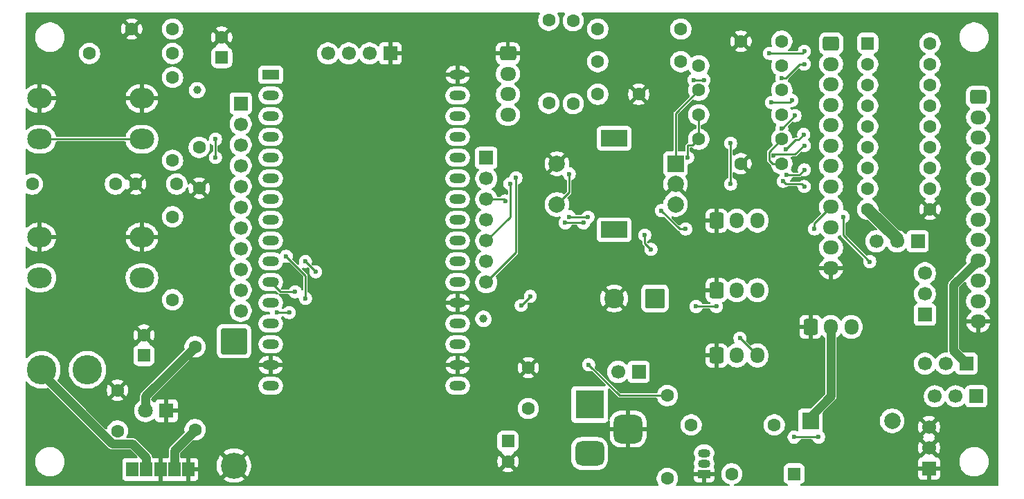
<source format=gbr>
%TF.GenerationSoftware,KiCad,Pcbnew,9.0.6*%
%TF.CreationDate,2026-01-27T06:42:28-06:00*%
%TF.ProjectId,papa-project-board,70617061-2d70-4726-9f6a-6563742d626f,1.0*%
%TF.SameCoordinates,Original*%
%TF.FileFunction,Copper,L2,Bot*%
%TF.FilePolarity,Positive*%
%FSLAX46Y46*%
G04 Gerber Fmt 4.6, Leading zero omitted, Abs format (unit mm)*
G04 Created by KiCad (PCBNEW 9.0.6) date 2026-01-27 06:42:28*
%MOMM*%
%LPD*%
G01*
G04 APERTURE LIST*
G04 Aperture macros list*
%AMRoundRect*
0 Rectangle with rounded corners*
0 $1 Rounding radius*
0 $2 $3 $4 $5 $6 $7 $8 $9 X,Y pos of 4 corners*
0 Add a 4 corners polygon primitive as box body*
4,1,4,$2,$3,$4,$5,$6,$7,$8,$9,$2,$3,0*
0 Add four circle primitives for the rounded corners*
1,1,$1+$1,$2,$3*
1,1,$1+$1,$4,$5*
1,1,$1+$1,$6,$7*
1,1,$1+$1,$8,$9*
0 Add four rect primitives between the rounded corners*
20,1,$1+$1,$2,$3,$4,$5,0*
20,1,$1+$1,$4,$5,$6,$7,0*
20,1,$1+$1,$6,$7,$8,$9,0*
20,1,$1+$1,$8,$9,$2,$3,0*%
G04 Aperture macros list end*
%TA.AperFunction,ComponentPad*%
%ADD10C,1.600000*%
%TD*%
%TA.AperFunction,ComponentPad*%
%ADD11C,1.700000*%
%TD*%
%TA.AperFunction,ComponentPad*%
%ADD12R,1.700000X1.700000*%
%TD*%
%TA.AperFunction,ComponentPad*%
%ADD13C,1.800000*%
%TD*%
%TA.AperFunction,ComponentPad*%
%ADD14R,1.800000X1.800000*%
%TD*%
%TA.AperFunction,ComponentPad*%
%ADD15C,3.600000*%
%TD*%
%TA.AperFunction,ComponentPad*%
%ADD16RoundRect,0.250000X0.550000X0.550000X-0.550000X0.550000X-0.550000X-0.550000X0.550000X-0.550000X0*%
%TD*%
%TA.AperFunction,ComponentPad*%
%ADD17O,3.000000X2.500000*%
%TD*%
%TA.AperFunction,SMDPad,CuDef*%
%ADD18C,1.000000*%
%TD*%
%TA.AperFunction,ComponentPad*%
%ADD19C,2.000000*%
%TD*%
%TA.AperFunction,ComponentPad*%
%ADD20R,3.200000X2.000000*%
%TD*%
%TA.AperFunction,ComponentPad*%
%ADD21R,2.000000X2.000000*%
%TD*%
%TA.AperFunction,ComponentPad*%
%ADD22O,2.000000X1.200000*%
%TD*%
%TA.AperFunction,ComponentPad*%
%ADD23R,2.000000X1.200000*%
%TD*%
%TA.AperFunction,ComponentPad*%
%ADD24O,1.950000X1.700000*%
%TD*%
%TA.AperFunction,ComponentPad*%
%ADD25RoundRect,0.250000X-0.725000X0.600000X-0.725000X-0.600000X0.725000X-0.600000X0.725000X0.600000X0*%
%TD*%
%TA.AperFunction,ComponentPad*%
%ADD26RoundRect,0.250000X0.550000X-0.550000X0.550000X0.550000X-0.550000X0.550000X-0.550000X-0.550000X0*%
%TD*%
%TA.AperFunction,ComponentPad*%
%ADD27O,1.700000X1.950000*%
%TD*%
%TA.AperFunction,ComponentPad*%
%ADD28RoundRect,0.250000X-0.600000X-0.725000X0.600000X-0.725000X0.600000X0.725000X-0.600000X0.725000X0*%
%TD*%
%TA.AperFunction,ComponentPad*%
%ADD29C,2.400000*%
%TD*%
%TA.AperFunction,ComponentPad*%
%ADD30RoundRect,0.250001X0.949999X0.949999X-0.949999X0.949999X-0.949999X-0.949999X0.949999X-0.949999X0*%
%TD*%
%TA.AperFunction,ComponentPad*%
%ADD31C,3.200000*%
%TD*%
%TA.AperFunction,ComponentPad*%
%ADD32RoundRect,0.250000X-1.350000X1.350000X-1.350000X-1.350000X1.350000X-1.350000X1.350000X1.350000X0*%
%TD*%
%TA.AperFunction,ComponentPad*%
%ADD33RoundRect,0.250000X-0.550000X0.550000X-0.550000X-0.550000X0.550000X-0.550000X0.550000X0.550000X0*%
%TD*%
%TA.AperFunction,ComponentPad*%
%ADD34RoundRect,0.250000X-0.550000X-0.550000X0.550000X-0.550000X0.550000X0.550000X-0.550000X0.550000X0*%
%TD*%
%TA.AperFunction,ComponentPad*%
%ADD35O,1.500000X1.050000*%
%TD*%
%TA.AperFunction,ComponentPad*%
%ADD36R,1.500000X1.050000*%
%TD*%
%TA.AperFunction,ComponentPad*%
%ADD37R,1.500000X1.800000*%
%TD*%
%TA.AperFunction,ComponentPad*%
%ADD38RoundRect,0.875000X0.875000X-0.875000X0.875000X0.875000X-0.875000X0.875000X-0.875000X-0.875000X0*%
%TD*%
%TA.AperFunction,ComponentPad*%
%ADD39RoundRect,0.750000X1.000000X-0.750000X1.000000X0.750000X-1.000000X0.750000X-1.000000X-0.750000X0*%
%TD*%
%TA.AperFunction,ComponentPad*%
%ADD40R,3.500000X3.500000*%
%TD*%
%TA.AperFunction,ViaPad*%
%ADD41C,0.600000*%
%TD*%
%TA.AperFunction,Conductor*%
%ADD42C,0.250000*%
%TD*%
%TA.AperFunction,Conductor*%
%ADD43C,1.100000*%
%TD*%
%TA.AperFunction,Conductor*%
%ADD44C,1.500000*%
%TD*%
G04 APERTURE END LIST*
D10*
%TO.P,C3,2*%
%TO.N,GND*%
X68250000Y-78250000D03*
%TO.P,C3,1*%
%TO.N,+5V*%
X68250000Y-83250000D03*
%TD*%
D11*
%TO.P,J15,3,Pin_3*%
%TO.N,GND*%
X167500000Y-82750000D03*
%TO.P,J15,2,Pin_2*%
X167500000Y-85290000D03*
D12*
%TO.P,J15,1,Pin_1*%
X167500000Y-87830000D03*
%TD*%
D10*
%TO.P,R5,2*%
%TO.N,Net-(D3-A)*%
X77750000Y-72920000D03*
%TO.P,R5,1*%
%TO.N,+5V*%
X77750000Y-83080000D03*
%TD*%
%TO.P,C7,2*%
%TO.N,GND*%
X132000000Y-42000000D03*
%TO.P,C7,1*%
%TO.N,IO9*%
X127000000Y-42000000D03*
%TD*%
D13*
%TO.P,D3,2,A*%
%TO.N,Net-(D3-A)*%
X71710000Y-80750000D03*
D14*
%TO.P,D3,1,K*%
%TO.N,GND*%
X74250000Y-80750000D03*
%TD*%
D10*
%TO.P,C12,2*%
%TO.N,GND*%
X78250000Y-53500000D03*
%TO.P,C12,1*%
%TO.N,IO4*%
X78250000Y-48500000D03*
%TD*%
D11*
%TO.P,J6,7,Pin_7*%
%TO.N,IO9*%
X113360000Y-65030000D03*
%TO.P,J6,6,Pin_6*%
%TO.N,IO18*%
X113360000Y-62490000D03*
%TO.P,J6,5,Pin_5*%
%TO.N,IO19*%
X113360000Y-59950000D03*
%TO.P,J6,4,Pin_4*%
%TO.N,IO20*%
X113360000Y-57410000D03*
%TO.P,J6,3,Pin_3*%
%TO.N,IO21*%
X113360000Y-54870000D03*
%TO.P,J6,2,Pin_2*%
%TO.N,IO22*%
X113360000Y-52330000D03*
D12*
%TO.P,J6,1,Pin_1*%
%TO.N,IO23*%
X113360000Y-49790000D03*
%TD*%
D15*
%TO.P,L1,2,2*%
%TO.N,+5V*%
X64580000Y-75750000D03*
%TO.P,L1,1,1*%
%TO.N,Net-(D2-K)*%
X59000000Y-75750000D03*
%TD*%
D10*
%TO.P,D1,2,A*%
%TO.N,SPKR*%
X143380000Y-88500000D03*
D16*
%TO.P,D1,1,K*%
%TO.N,+5V*%
X151000000Y-88500000D03*
%TD*%
D11*
%TO.P,J4,2,Pin_2*%
%TO.N,Net-(J4-Pin_2)*%
X129460000Y-76000000D03*
D12*
%TO.P,J4,1,Pin_1*%
%TO.N,VIN*%
X132000000Y-76000000D03*
%TD*%
D17*
%TO.P,SW3,2,2*%
%TO.N,Net-(R14-Pad2)*%
X58750000Y-47500000D03*
X71250000Y-47500000D03*
%TO.P,SW3,1,1*%
%TO.N,GND*%
X58750000Y-42500000D03*
X71250000Y-42500000D03*
%TD*%
D18*
%TO.P,J19,1,Pin_1*%
%TO.N,AuxIO*%
X113000000Y-69500000D03*
%TD*%
D10*
%TO.P,R6,2*%
%TO.N,Net-(R13-Pad2)*%
X68000000Y-53000000D03*
%TO.P,R6,1*%
%TO.N,+3.3V*%
X57840000Y-53000000D03*
%TD*%
D19*
%TO.P,SW1,S2,S2*%
%TO.N,GND*%
X122000000Y-50500000D03*
%TO.P,SW1,S1,S1*%
%TO.N,Net-(R7-Pad2)*%
X122000000Y-55500000D03*
D20*
%TO.P,SW1,MP*%
%TO.N,N/C*%
X129000000Y-47400000D03*
X129000000Y-58600000D03*
D19*
%TO.P,SW1,C,C*%
%TO.N,GND*%
X136500000Y-53000000D03*
%TO.P,SW1,B,B*%
%TO.N,Net-(R10-Pad1)*%
X136500000Y-55500000D03*
D21*
%TO.P,SW1,A,A*%
%TO.N,Net-(R11-Pad2)*%
X136500000Y-50500000D03*
%TD*%
D22*
%TO.P,U1,32,GND*%
%TO.N,GND*%
X109860000Y-39630000D03*
%TO.P,U1,31,GPIO16/U0TXD*%
%TO.N,unconnected-(U1-GPIO16{slash}U0TXD-Pad31)*%
X109860000Y-42170000D03*
%TO.P,U1,30,GPIO17/U0RXD*%
%TO.N,unconnected-(U1-GPIO17{slash}U0RXD-Pad30)*%
X109860000Y-44710000D03*
%TO.P,U1,29,GPIO15/JTAG*%
%TO.N,unconnected-(U1-GPIO15{slash}JTAG-Pad29)*%
X109860000Y-47250000D03*
%TO.P,U1,28,GPIO23*%
%TO.N,IO23*%
X109860000Y-49790000D03*
%TO.P,U1,27,GPIO22*%
%TO.N,IO22*%
X109860000Y-52330000D03*
%TO.P,U1,26,GPIO21*%
%TO.N,IO21*%
X109860000Y-54870000D03*
%TO.P,U1,25,GPIO20*%
%TO.N,IO20*%
X109860000Y-57410000D03*
%TO.P,U1,24,GPIO19*%
%TO.N,IO19*%
X109860000Y-59950000D03*
%TO.P,U1,23,GPIO18*%
%TO.N,IO18*%
X109860000Y-62490000D03*
%TO.P,U1,22,GPIO9/BOOT*%
%TO.N,IO9*%
X109860000Y-65030000D03*
%TO.P,U1,21,GND*%
%TO.N,GND*%
X109860000Y-67570000D03*
%TO.P,U1,20,GPIO13/USB_D+*%
%TO.N,unconnected-(U1-GPIO13{slash}USB_D+-Pad20)*%
X109860000Y-70110000D03*
%TO.P,U1,19,GPIO12/USB_D-*%
%TO.N,unconnected-(U1-GPIO12{slash}USB_D--Pad19)*%
X109860000Y-72650000D03*
%TO.P,U1,18,GND*%
%TO.N,GND*%
X109860000Y-75190000D03*
%TO.P,U1,17,NC*%
%TO.N,unconnected-(U1-NC-Pad17)*%
X109860000Y-77730000D03*
%TO.P,U1,16,NC*%
%TO.N,unconnected-(U1-NC-Pad16)*%
X87000000Y-77730000D03*
%TO.P,U1,15,GND*%
%TO.N,GND*%
X87000000Y-75190000D03*
%TO.P,U1,14,5V*%
%TO.N,+5V*%
X87000000Y-72650000D03*
%TO.P,U1,13,GPIO3*%
%TO.N,IO3*%
X87000000Y-70110000D03*
%TO.P,U1,12,GPIO2*%
%TO.N,IO2*%
X87000000Y-67570000D03*
%TO.P,U1,11,GPIO11*%
%TO.N,IO11*%
X87000000Y-65030000D03*
%TO.P,U1,10,GPIO10*%
%TO.N,IO10*%
X87000000Y-62490000D03*
%TO.P,U1,9,GPIO8/BOOT*%
%TO.N,IO8*%
X87000000Y-59950000D03*
%TO.P,U1,8,GPIO1*%
%TO.N,IO1*%
X87000000Y-57410000D03*
%TO.P,U1,7,GPIO0*%
%TO.N,IO0*%
X87000000Y-54870000D03*
%TO.P,U1,6,GPIO7*%
%TO.N,IO7*%
X87000000Y-52330000D03*
%TO.P,U1,5,GPIO6*%
%TO.N,IO6*%
X87000000Y-49790000D03*
%TO.P,U1,4,GPIO5/MTDI*%
%TO.N,IO5*%
X87000000Y-47250000D03*
%TO.P,U1,3,GPIO4/MTMS*%
%TO.N,IO4*%
X87000000Y-44710000D03*
%TO.P,U1,2,EN/RESET*%
%TO.N,unconnected-(U1-EN{slash}RESET-Pad2)*%
X87000000Y-42170000D03*
D23*
%TO.P,U1,1,3V3*%
%TO.N,+3.3V*%
X87000000Y-39630000D03*
%TD*%
D10*
%TO.P,C5,2*%
%TO.N,GND*%
X118500000Y-75500000D03*
%TO.P,C5,1*%
%TO.N,VIN*%
X118500000Y-80500000D03*
%TD*%
D11*
%TO.P,J12,3,Pin_3*%
%TO.N,+5V*%
X168210000Y-79000000D03*
%TO.P,J12,2,Pin_2*%
X170750000Y-79000000D03*
D12*
%TO.P,J12,1,Pin_1*%
X173290000Y-79000000D03*
%TD*%
D11*
%TO.P,J3,3,Pin_3*%
%TO.N,+5V*%
X161040000Y-60000000D03*
%TO.P,J3,2,Pin_2*%
%TO.N,Net-(J3-Pin_2)*%
X163580000Y-60000000D03*
D12*
%TO.P,J3,1,Pin_1*%
%TO.N,VIN*%
X166120000Y-60000000D03*
%TD*%
D10*
%TO.P,R3,2*%
%TO.N,IO23*%
X124000000Y-43160000D03*
%TO.P,R3,1*%
%TO.N,+3.3V*%
X124000000Y-33000000D03*
%TD*%
%TO.P,C9,2*%
%TO.N,GND*%
X144500000Y-35500000D03*
%TO.P,C9,1*%
%TO.N,IO19*%
X149500000Y-35500000D03*
%TD*%
D24*
%TO.P,J1,12,Pin_12*%
%TO.N,GND*%
X155525000Y-63300000D03*
%TO.P,J1,11,Pin_11*%
%TO.N,+5V*%
X155525000Y-60800000D03*
%TO.P,J1,10,Pin_10*%
%TO.N,+3.3V*%
X155525000Y-58300000D03*
%TO.P,J1,9,Pin_9*%
%TO.N,AuxIO*%
X155525000Y-55800000D03*
%TO.P,J1,8,Pin_8*%
%TO.N,IO11*%
X155525000Y-53300000D03*
%TO.P,J1,7,Pin_7*%
%TO.N,IO10*%
X155525000Y-50800000D03*
%TO.P,J1,6,Pin_6*%
%TO.N,IO20*%
X155525000Y-48300000D03*
%TO.P,J1,5,Pin_5*%
%TO.N,IO21*%
X155525000Y-45800000D03*
%TO.P,J1,4,Pin_4*%
%TO.N,IO3*%
X155525000Y-43300000D03*
%TO.P,J1,3,Pin_3*%
%TO.N,IO2*%
X155525000Y-40800000D03*
%TO.P,J1,2,Pin_2*%
%TO.N,IO1*%
X155525000Y-38300000D03*
D25*
%TO.P,J1,1,Pin_1*%
%TO.N,IO0*%
X155525000Y-35800000D03*
%TD*%
D10*
%TO.P,R11,2*%
%TO.N,Net-(R11-Pad2)*%
X139340000Y-41500000D03*
%TO.P,R11,1*%
%TO.N,+3.3V*%
X149500000Y-41500000D03*
%TD*%
%TO.P,C4,2*%
%TO.N,GND*%
X71500000Y-71500000D03*
D26*
%TO.P,C4,1*%
%TO.N,+5V*%
X71500000Y-74000000D03*
%TD*%
D10*
%TO.P,R7,2*%
%TO.N,Net-(R7-Pad2)*%
X137160000Y-34000000D03*
%TO.P,R7,1*%
%TO.N,+3.3V*%
X127000000Y-34000000D03*
%TD*%
D27*
%TO.P,J16,3,Pin_3*%
%TO.N,+3.3V*%
X146500000Y-57475000D03*
%TO.P,J16,2,Pin_2*%
%TO.N,IO21*%
X144000000Y-57475000D03*
D28*
%TO.P,J16,1,Pin_1*%
%TO.N,GND*%
X141500000Y-57475000D03*
%TD*%
D11*
%TO.P,J11,3,Pin_3*%
%TO.N,+3.3V*%
X167000000Y-75000000D03*
%TO.P,J11,2,Pin_2*%
X169540000Y-75000000D03*
D12*
%TO.P,J11,1,Pin_1*%
X172080000Y-75000000D03*
%TD*%
D29*
%TO.P,C10,2*%
%TO.N,GND*%
X129000000Y-67000000D03*
D30*
%TO.P,C10,1*%
%TO.N,+5V*%
X134000000Y-67000000D03*
%TD*%
D24*
%TO.P,J8,12,Pin_12*%
%TO.N,GND*%
X173500000Y-69840000D03*
%TO.P,J8,11,Pin_11*%
%TO.N,VIN*%
X173500000Y-67340000D03*
%TO.P,J8,10,Pin_10*%
%TO.N,+5V*%
X173500000Y-64840000D03*
%TO.P,J8,9,Pin_9*%
%TO.N,+3.3V*%
X173500000Y-62340000D03*
%TO.P,J8,8,Pin_8*%
%TO.N,Net-(J8-Pin_8)*%
X173500000Y-59840000D03*
%TO.P,J8,7,Pin_7*%
%TO.N,Net-(J8-Pin_7)*%
X173500000Y-57340000D03*
%TO.P,J8,6,Pin_6*%
%TO.N,Net-(J8-Pin_6)*%
X173500000Y-54840000D03*
%TO.P,J8,5,Pin_5*%
%TO.N,Net-(J8-Pin_5)*%
X173500000Y-52340000D03*
%TO.P,J8,4,Pin_4*%
%TO.N,Net-(J8-Pin_4)*%
X173500000Y-49840000D03*
%TO.P,J8,3,Pin_3*%
%TO.N,Net-(J8-Pin_3)*%
X173500000Y-47340000D03*
%TO.P,J8,2,Pin_2*%
%TO.N,Net-(J8-Pin_2)*%
X173500000Y-44840000D03*
D25*
%TO.P,J8,1,Pin_1*%
%TO.N,Net-(J8-Pin_1)*%
X173500000Y-42340000D03*
%TD*%
D10*
%TO.P,R8,2*%
%TO.N,IO9*%
X127000000Y-38000000D03*
%TO.P,R8,1*%
%TO.N,Net-(R7-Pad2)*%
X137160000Y-38000000D03*
%TD*%
%TO.P,R2,2*%
%TO.N,+3.3V*%
X121000000Y-32920000D03*
%TO.P,R2,1*%
%TO.N,IO22*%
X121000000Y-43080000D03*
%TD*%
D11*
%TO.P,J13,3,Pin_3*%
%TO.N,VIN*%
X167000000Y-63920000D03*
%TO.P,J13,2,Pin_2*%
X167000000Y-66460000D03*
D12*
%TO.P,J13,1,Pin_1*%
X167000000Y-69000000D03*
%TD*%
D24*
%TO.P,J10,4,Pin_4*%
%TO.N,IO22*%
X116000000Y-44500000D03*
%TO.P,J10,3,Pin_3*%
%TO.N,IO23*%
X116000000Y-42000000D03*
%TO.P,J10,2,Pin_2*%
%TO.N,+3.3V*%
X116000000Y-39500000D03*
D25*
%TO.P,J10,1,Pin_1*%
%TO.N,GND*%
X116000000Y-37000000D03*
%TD*%
D17*
%TO.P,SW2,2,2*%
%TO.N,Net-(R13-Pad2)*%
X58750000Y-64500000D03*
X71250000Y-64500000D03*
%TO.P,SW2,1,1*%
%TO.N,GND*%
X58750000Y-59500000D03*
X71250000Y-59500000D03*
%TD*%
D31*
%TO.P,D2,2,A*%
%TO.N,GND*%
X82500000Y-87490000D03*
D32*
%TO.P,D2,1,K*%
%TO.N,Net-(D2-K)*%
X82500000Y-72250000D03*
%TD*%
D27*
%TO.P,J5,3,Pin_3*%
%TO.N,IO10*%
X146500000Y-74000000D03*
%TO.P,J5,2,Pin_2*%
%TO.N,+5V*%
X144000000Y-74000000D03*
D28*
%TO.P,J5,1,Pin_1*%
%TO.N,GND*%
X141500000Y-74000000D03*
%TD*%
D27*
%TO.P,J14,3,Pin_3*%
%TO.N,IO11*%
X158000000Y-70500000D03*
%TO.P,J14,2,Pin_2*%
%TO.N,+5V*%
X155500000Y-70500000D03*
D28*
%TO.P,J14,1,Pin_1*%
%TO.N,GND*%
X153000000Y-70500000D03*
%TD*%
D18*
%TO.P,J18,1,Pin_1*%
%TO.N,AuxIO*%
X78000000Y-41500000D03*
%TD*%
D27*
%TO.P,J2,3,Pin_3*%
%TO.N,+3.3V*%
X146500000Y-66000000D03*
%TO.P,J2,2,Pin_2*%
%TO.N,IO20*%
X144000000Y-66000000D03*
D28*
%TO.P,J2,1,Pin_1*%
%TO.N,GND*%
X141500000Y-66000000D03*
%TD*%
D10*
%TO.P,R13,2*%
%TO.N,Net-(R13-Pad2)*%
X75000000Y-67160000D03*
%TO.P,R13,1*%
%TO.N,IO5*%
X75000000Y-57000000D03*
%TD*%
%TO.P,R10,2*%
%TO.N,IO18*%
X149500000Y-47500000D03*
%TO.P,R10,1*%
%TO.N,Net-(R10-Pad1)*%
X139340000Y-47500000D03*
%TD*%
%TO.P,C2,2*%
%TO.N,GND*%
X81000000Y-35000000D03*
D26*
%TO.P,C2,1*%
%TO.N,+3.3V*%
X81000000Y-37500000D03*
%TD*%
D10*
%TO.P,R14,2*%
%TO.N,Net-(R14-Pad2)*%
X75000000Y-37000000D03*
%TO.P,R14,1*%
%TO.N,+3.3V*%
X64840000Y-37000000D03*
%TD*%
D11*
%TO.P,J17,4,Pin_4*%
%TO.N,IO22*%
X94000000Y-37000000D03*
%TO.P,J17,3,Pin_3*%
%TO.N,IO23*%
X96540000Y-37000000D03*
%TO.P,J17,2,Pin_2*%
%TO.N,+3.3V*%
X99080000Y-37000000D03*
D12*
%TO.P,J17,1,Pin_1*%
%TO.N,GND*%
X101620000Y-37000000D03*
%TD*%
D10*
%TO.P,R9,2*%
%TO.N,Net-(R10-Pad1)*%
X139340000Y-44500000D03*
%TO.P,R9,1*%
%TO.N,+3.3V*%
X149500000Y-44500000D03*
%TD*%
%TO.P,C6,2*%
%TO.N,GND*%
X116000000Y-87000000D03*
D33*
%TO.P,C6,1*%
%TO.N,VIN*%
X116000000Y-84500000D03*
%TD*%
D19*
%TO.P,BZ1,2,-*%
%TO.N,SPKR*%
X163000000Y-82000000D03*
D21*
%TO.P,BZ1,1,+*%
%TO.N,+5V*%
X153000000Y-82000000D03*
%TD*%
D10*
%TO.P,R15,2*%
%TO.N,Net-(R14-Pad2)*%
X75000000Y-39920000D03*
%TO.P,R15,1*%
%TO.N,IO4*%
X75000000Y-50080000D03*
%TD*%
%TO.P,U2,18,O1*%
%TO.N,Net-(J8-Pin_1)*%
X167620000Y-35760000D03*
%TO.P,U2,17,O2*%
%TO.N,Net-(J8-Pin_2)*%
X167620000Y-38300000D03*
%TO.P,U2,16,O3*%
%TO.N,Net-(J8-Pin_3)*%
X167620000Y-40840000D03*
%TO.P,U2,15,O4*%
%TO.N,Net-(J8-Pin_4)*%
X167620000Y-43380000D03*
%TO.P,U2,14,O5*%
%TO.N,Net-(J8-Pin_5)*%
X167620000Y-45920000D03*
%TO.P,U2,13,O6*%
%TO.N,Net-(J8-Pin_6)*%
X167620000Y-48460000D03*
%TO.P,U2,12,O7*%
%TO.N,Net-(J8-Pin_7)*%
X167620000Y-51000000D03*
%TO.P,U2,11,O8*%
%TO.N,Net-(J8-Pin_8)*%
X167620000Y-53540000D03*
%TO.P,U2,10,GND*%
%TO.N,GND*%
X167620000Y-56080000D03*
%TO.P,U2,9,VCC*%
%TO.N,Net-(J3-Pin_2)*%
X160000000Y-56080000D03*
%TO.P,U2,8,I8*%
%TO.N,IO11*%
X160000000Y-53540000D03*
%TO.P,U2,7,I7*%
%TO.N,IO10*%
X160000000Y-51000000D03*
%TO.P,U2,6,I6*%
%TO.N,IO20*%
X160000000Y-48460000D03*
%TO.P,U2,5,I5*%
%TO.N,IO21*%
X160000000Y-45920000D03*
%TO.P,U2,4,I4*%
%TO.N,IO3*%
X160000000Y-43380000D03*
%TO.P,U2,3,I3*%
%TO.N,IO2*%
X160000000Y-40840000D03*
%TO.P,U2,2,I2*%
%TO.N,IO1*%
X160000000Y-38300000D03*
D34*
%TO.P,U2,1,I1*%
%TO.N,IO0*%
X160000000Y-35760000D03*
%TD*%
D35*
%TO.P,Q1,3,C*%
%TO.N,Net-(Q1-C)*%
X140000000Y-85960000D03*
%TO.P,Q1,2,B*%
%TO.N,Net-(Q1-B)*%
X140000000Y-87230000D03*
D36*
%TO.P,Q1,1,E*%
%TO.N,GND*%
X140000000Y-88500000D03*
%TD*%
D10*
%TO.P,R4,2*%
%TO.N,Net-(Q1-C)*%
X138420000Y-82500000D03*
%TO.P,R4,1*%
%TO.N,SPKR*%
X148580000Y-82500000D03*
%TD*%
D11*
%TO.P,J9,11,Pin_11*%
%TO.N,IO3*%
X83322000Y-68515500D03*
%TO.P,J9,10,Pin_10*%
%TO.N,IO2*%
X83322000Y-65975500D03*
%TO.P,J9,9,Pin_9*%
%TO.N,IO11*%
X83322000Y-63435500D03*
%TO.P,J9,8,Pin_8*%
%TO.N,IO10*%
X83322000Y-60895500D03*
%TO.P,J9,7,Pin_7*%
%TO.N,IO8*%
X83322000Y-58355500D03*
%TO.P,J9,6,Pin_6*%
%TO.N,IO1*%
X83322000Y-55815500D03*
%TO.P,J9,5,Pin_5*%
%TO.N,IO0*%
X83322000Y-53275500D03*
%TO.P,J9,4,Pin_4*%
%TO.N,IO7*%
X83322000Y-50735500D03*
%TO.P,J9,3,Pin_3*%
%TO.N,IO6*%
X83322000Y-48195500D03*
%TO.P,J9,2,Pin_2*%
%TO.N,IO5*%
X83322000Y-45655500D03*
D12*
%TO.P,J9,1,Pin_1*%
%TO.N,IO4*%
X83322000Y-43115500D03*
%TD*%
D10*
%TO.P,R1,2*%
%TO.N,IO8*%
X135500000Y-78920000D03*
%TO.P,R1,1*%
%TO.N,Net-(Q1-B)*%
X135500000Y-89080000D03*
%TD*%
D37*
%TO.P,U3,5,~{ON}/OFF*%
%TO.N,GND*%
X76900000Y-87950000D03*
%TO.P,U3,4,FB*%
%TO.N,+5V*%
X75200000Y-87950000D03*
%TO.P,U3,3,GND*%
%TO.N,GND*%
X73500000Y-87950000D03*
%TO.P,U3,2,OUT*%
%TO.N,Net-(D2-K)*%
X71800000Y-87950000D03*
%TO.P,U3,1,VIN*%
%TO.N,VIN*%
X70100000Y-87950000D03*
%TD*%
D10*
%TO.P,C8,2*%
%TO.N,GND*%
X144500000Y-50500000D03*
%TO.P,C8,1*%
%TO.N,IO18*%
X149500000Y-50500000D03*
%TD*%
D38*
%TO.P,J7,3*%
%TO.N,GND*%
X130700000Y-83000000D03*
D39*
%TO.P,J7,2*%
%TO.N,unconnected-(J7-Pad2)*%
X126000000Y-86000000D03*
D40*
%TO.P,J7,1*%
%TO.N,Net-(J4-Pin_2)*%
X126000000Y-80000000D03*
%TD*%
D10*
%TO.P,R12,2*%
%TO.N,IO19*%
X149500000Y-38500000D03*
%TO.P,R12,1*%
%TO.N,Net-(R11-Pad2)*%
X139340000Y-38500000D03*
%TD*%
%TO.P,C1,2*%
%TO.N,GND*%
X70000000Y-34000000D03*
%TO.P,C1,1*%
%TO.N,+3.3V*%
X75000000Y-34000000D03*
%TD*%
%TO.P,C11,2*%
%TO.N,GND*%
X70500000Y-53000000D03*
%TO.P,C11,1*%
%TO.N,IO5*%
X75500000Y-53000000D03*
%TD*%
D41*
%TO.N,SPKR*%
X151000000Y-84000000D03*
X154000000Y-84000000D03*
%TO.N,IO9*%
X117000000Y-52250000D03*
%TO.N,IO19*%
X138750000Y-40250000D03*
X116258323Y-52954000D03*
X140000000Y-40250000D03*
%TO.N,IO0*%
X148000000Y-37000000D03*
X152250000Y-36750000D03*
%TO.N,IO10*%
X91240000Y-62490000D03*
X132750000Y-59250000D03*
X150074000Y-51855077D03*
X92500000Y-63750000D03*
X133500000Y-61000000D03*
X152250000Y-51250000D03*
X144375000Y-71875000D03*
%TO.N,IO11*%
X149653912Y-52653912D03*
X90000000Y-66206000D03*
X152250000Y-53300000D03*
X157000000Y-57000000D03*
X160250000Y-62500000D03*
%TO.N,IO1*%
X149500000Y-40000000D03*
X152250000Y-38300000D03*
%TO.N,IO3*%
X149500000Y-46199997D03*
X151125000Y-44625000D03*
%TO.N,IO2*%
X150750000Y-42750000D03*
X148250000Y-43000000D03*
%TO.N,IO20*%
X125250000Y-57750000D03*
X152250000Y-48300000D03*
X134750000Y-56250000D03*
X137750000Y-58500000D03*
X123000000Y-57750000D03*
X148500000Y-49500000D03*
%TO.N,IO21*%
X125799896Y-57049896D03*
X143250000Y-53000000D03*
X150000000Y-48750000D03*
X143250000Y-48000000D03*
X123500000Y-57000000D03*
X152177000Y-46927000D03*
X115705323Y-55075323D03*
%TO.N,IO8*%
X88900000Y-61850000D03*
X91250000Y-67000000D03*
X125875000Y-75125000D03*
%TO.N,Net-(R7-Pad2)*%
X123500000Y-51750000D03*
%TO.N,Net-(R10-Pad1)*%
X138000000Y-49750000D03*
%TO.N,AuxIO*%
X113000000Y-69500000D03*
X87750000Y-68750000D03*
X153500000Y-58500000D03*
X118750000Y-66750000D03*
X89250000Y-68750000D03*
X139000000Y-68000000D03*
X141500000Y-68000000D03*
X117625000Y-67875000D03*
X80250000Y-47500000D03*
X78000000Y-41500000D03*
X80250000Y-49750000D03*
%TD*%
D42*
%TO.N,SPKR*%
X154000000Y-84000000D02*
X151000000Y-84000000D01*
D43*
%TO.N,+5V*%
X152500000Y-82000000D02*
X155500000Y-79000000D01*
X75200000Y-85630000D02*
X77750000Y-83080000D01*
X75200000Y-87950000D02*
X75200000Y-85630000D01*
X155500000Y-79000000D02*
X155500000Y-70500000D01*
%TO.N,+3.3V*%
X170500000Y-65340000D02*
X170500000Y-73420000D01*
X173500000Y-62340000D02*
X170500000Y-65340000D01*
X170500000Y-73420000D02*
X172080000Y-75000000D01*
D42*
%TO.N,IO9*%
X113360000Y-65030000D02*
X117000000Y-61390000D01*
X117000000Y-61390000D02*
X117000000Y-52250000D01*
%TO.N,IO18*%
X147947000Y-49053000D02*
X147947000Y-50078370D01*
X149500000Y-47500000D02*
X147947000Y-49053000D01*
X148368630Y-50500000D02*
X149500000Y-50500000D01*
X147947000Y-50078370D02*
X148368630Y-50500000D01*
%TO.N,IO19*%
X116258323Y-57051677D02*
X113360000Y-59950000D01*
X138750000Y-40250000D02*
X140000000Y-40250000D01*
X116258323Y-52954000D02*
X116258323Y-57051677D01*
D43*
%TO.N,Net-(D2-K)*%
X59000000Y-76193446D02*
X59000000Y-75750000D01*
X71800000Y-87950000D02*
X71800000Y-86498000D01*
X67607554Y-84801000D02*
X59000000Y-76193446D01*
X71800000Y-86498000D02*
X70103000Y-84801000D01*
X70103000Y-84801000D02*
X67607554Y-84801000D01*
%TO.N,Net-(D3-A)*%
X77750000Y-72920000D02*
X71710000Y-78960000D01*
X71710000Y-78960000D02*
X71710000Y-80750000D01*
D44*
%TO.N,Net-(J3-Pin_2)*%
X160000000Y-56080000D02*
X163580000Y-59660000D01*
X163580000Y-59660000D02*
X163580000Y-60000000D01*
D42*
%TO.N,IO0*%
X152000000Y-37000000D02*
X148000000Y-37000000D01*
X152250000Y-36750000D02*
X152000000Y-37000000D01*
%TO.N,IO10*%
X132750000Y-60250000D02*
X132750000Y-59250000D01*
X133500000Y-61000000D02*
X132750000Y-60250000D01*
X150105077Y-51855077D02*
X150125000Y-51875000D01*
X146500000Y-74000000D02*
X144375000Y-71875000D01*
X150074000Y-51855077D02*
X150105077Y-51855077D01*
X151625000Y-51875000D02*
X152250000Y-51250000D01*
X150125000Y-51875000D02*
X151625000Y-51875000D01*
X92500000Y-63750000D02*
X91240000Y-62490000D01*
%TO.N,IO11*%
X88176000Y-66206000D02*
X87000000Y-65030000D01*
X157000000Y-57000000D02*
X157000000Y-59250000D01*
X151950000Y-53000000D02*
X150000000Y-53000000D01*
X157000000Y-59250000D02*
X160250000Y-62500000D01*
X152250000Y-53300000D02*
X151950000Y-53000000D01*
X150000000Y-53000000D02*
X149653912Y-52653912D01*
X90000000Y-66206000D02*
X88176000Y-66206000D01*
%TO.N,IO1*%
X150000000Y-40000000D02*
X149500000Y-40000000D01*
X152250000Y-38300000D02*
X151700000Y-38300000D01*
X151700000Y-38300000D02*
X150000000Y-40000000D01*
%TO.N,IO3*%
X149550003Y-46199997D02*
X151125000Y-44625000D01*
X149500000Y-46199997D02*
X149550003Y-46199997D01*
%TO.N,IO2*%
X150500000Y-43000000D02*
X150750000Y-42750000D01*
X148250000Y-43000000D02*
X150500000Y-43000000D01*
%TO.N,IO20*%
X148626000Y-49374000D02*
X148500000Y-49500000D01*
X137000000Y-58500000D02*
X134750000Y-56250000D01*
X137750000Y-58500000D02*
X137000000Y-58500000D01*
X152250000Y-48300000D02*
X152200000Y-48300000D01*
X123000000Y-57750000D02*
X125250000Y-57750000D01*
X152200000Y-48300000D02*
X151126000Y-49374000D01*
X151126000Y-49374000D02*
X148626000Y-49374000D01*
%TO.N,IO21*%
X151528000Y-47576000D02*
X152177000Y-46927000D01*
X115500000Y-54870000D02*
X113360000Y-54870000D01*
X151174000Y-47576000D02*
X151528000Y-47576000D01*
X143250000Y-53000000D02*
X143250000Y-48000000D01*
X150000000Y-48750000D02*
X151174000Y-47576000D01*
X125750000Y-57000000D02*
X125799896Y-57049896D01*
X115705323Y-55075323D02*
X115500000Y-54870000D01*
X123500000Y-57000000D02*
X125750000Y-57000000D01*
%TO.N,IO8*%
X135500000Y-78920000D02*
X129670000Y-78920000D01*
X91250000Y-64200000D02*
X88900000Y-61850000D01*
X91250000Y-67000000D02*
X91250000Y-64200000D01*
X129670000Y-78920000D02*
X125875000Y-75125000D01*
%TO.N,Net-(R7-Pad2)*%
X123500000Y-54000000D02*
X122000000Y-55500000D01*
X123500000Y-51750000D02*
X123500000Y-54000000D01*
%TO.N,Net-(R10-Pad1)*%
X138590000Y-48250000D02*
X138000000Y-48250000D01*
X139340000Y-47500000D02*
X138590000Y-48250000D01*
X139340000Y-44500000D02*
X139340000Y-47500000D01*
X138000000Y-48250000D02*
X138000000Y-49750000D01*
%TO.N,Net-(R11-Pad2)*%
X136500000Y-50500000D02*
X136500000Y-44340000D01*
X136500000Y-44340000D02*
X139340000Y-41500000D01*
%TO.N,Net-(R14-Pad2)*%
X71250000Y-47500000D02*
X58750000Y-47500000D01*
%TO.N,AuxIO*%
X89250000Y-68750000D02*
X87750000Y-68750000D01*
X118750000Y-66750000D02*
X117625000Y-67875000D01*
X80250000Y-49750000D02*
X80250000Y-47500000D01*
X153500000Y-57825000D02*
X155525000Y-55800000D01*
X141500000Y-68000000D02*
X139000000Y-68000000D01*
X153500000Y-58500000D02*
X153500000Y-57825000D01*
%TD*%
%TA.AperFunction,Conductor*%
%TO.N,GND*%
G36*
X119884225Y-32020185D02*
G01*
X119929980Y-32072989D01*
X119939924Y-32142147D01*
X119917504Y-32197385D01*
X119887715Y-32238386D01*
X119794781Y-32420776D01*
X119731522Y-32615465D01*
X119699500Y-32817648D01*
X119699500Y-33022351D01*
X119731522Y-33224534D01*
X119794781Y-33419223D01*
X119887715Y-33601613D01*
X120008028Y-33767213D01*
X120152786Y-33911971D01*
X120270578Y-33997550D01*
X120318390Y-34032287D01*
X120434607Y-34091503D01*
X120500776Y-34125218D01*
X120500778Y-34125218D01*
X120500781Y-34125220D01*
X120590569Y-34154394D01*
X120695465Y-34188477D01*
X120780536Y-34201951D01*
X120897648Y-34220500D01*
X120897649Y-34220500D01*
X121102351Y-34220500D01*
X121102352Y-34220500D01*
X121304534Y-34188477D01*
X121499219Y-34125220D01*
X121681610Y-34032287D01*
X121798532Y-33947339D01*
X121847213Y-33911971D01*
X121847215Y-33911968D01*
X121847219Y-33911966D01*
X121991966Y-33767219D01*
X121991968Y-33767215D01*
X121991971Y-33767213D01*
X122081919Y-33643408D01*
X122112287Y-33601610D01*
X122205220Y-33419219D01*
X122268477Y-33224534D01*
X122300500Y-33022352D01*
X122300500Y-32817648D01*
X122268477Y-32615465D01*
X122239127Y-32525137D01*
X122205220Y-32420781D01*
X122205218Y-32420778D01*
X122205218Y-32420776D01*
X122153047Y-32318386D01*
X122112287Y-32238390D01*
X122108439Y-32233094D01*
X122082496Y-32197385D01*
X122059016Y-32131579D01*
X122074842Y-32063525D01*
X122124948Y-32014830D01*
X122182814Y-32000500D01*
X122875309Y-32000500D01*
X122942348Y-32020185D01*
X122988103Y-32072989D01*
X122998047Y-32142147D01*
X122975627Y-32197385D01*
X122887715Y-32318386D01*
X122794781Y-32500776D01*
X122731522Y-32695465D01*
X122699500Y-32897648D01*
X122699500Y-33102351D01*
X122731522Y-33304534D01*
X122794781Y-33499223D01*
X122846951Y-33601610D01*
X122887712Y-33681609D01*
X122887715Y-33681613D01*
X123008028Y-33847213D01*
X123152786Y-33991971D01*
X123307749Y-34104556D01*
X123318390Y-34112287D01*
X123401030Y-34154394D01*
X123500776Y-34205218D01*
X123500778Y-34205218D01*
X123500781Y-34205220D01*
X123583229Y-34232009D01*
X123695465Y-34268477D01*
X123730822Y-34274077D01*
X123897648Y-34300500D01*
X123897649Y-34300500D01*
X124102351Y-34300500D01*
X124102352Y-34300500D01*
X124304534Y-34268477D01*
X124499219Y-34205220D01*
X124681610Y-34112287D01*
X124774590Y-34044732D01*
X124847213Y-33991971D01*
X124847215Y-33991968D01*
X124847219Y-33991966D01*
X124941537Y-33897648D01*
X125699500Y-33897648D01*
X125699500Y-34102351D01*
X125731522Y-34304534D01*
X125794781Y-34499223D01*
X125854939Y-34617288D01*
X125887712Y-34681609D01*
X125887715Y-34681613D01*
X126008028Y-34847213D01*
X126152786Y-34991971D01*
X126271734Y-35078390D01*
X126318390Y-35112287D01*
X126412028Y-35159998D01*
X126500776Y-35205218D01*
X126500778Y-35205218D01*
X126500781Y-35205220D01*
X126605137Y-35239127D01*
X126695465Y-35268477D01*
X126796557Y-35284488D01*
X126897648Y-35300500D01*
X126897649Y-35300500D01*
X127102351Y-35300500D01*
X127102352Y-35300500D01*
X127304534Y-35268477D01*
X127499219Y-35205220D01*
X127681610Y-35112287D01*
X127834829Y-35000968D01*
X127847213Y-34991971D01*
X127847215Y-34991968D01*
X127847219Y-34991966D01*
X127991966Y-34847219D01*
X127991968Y-34847215D01*
X127991971Y-34847213D01*
X128068888Y-34741344D01*
X128112287Y-34681610D01*
X128205220Y-34499219D01*
X128268477Y-34304534D01*
X128300500Y-34102352D01*
X128300500Y-33897648D01*
X135859500Y-33897648D01*
X135859500Y-34102351D01*
X135891522Y-34304534D01*
X135954781Y-34499223D01*
X136014939Y-34617288D01*
X136047712Y-34681609D01*
X136047715Y-34681613D01*
X136168028Y-34847213D01*
X136312786Y-34991971D01*
X136431734Y-35078390D01*
X136478390Y-35112287D01*
X136572028Y-35159998D01*
X136660776Y-35205218D01*
X136660778Y-35205218D01*
X136660781Y-35205220D01*
X136765137Y-35239127D01*
X136855465Y-35268477D01*
X136956557Y-35284488D01*
X137057648Y-35300500D01*
X137057649Y-35300500D01*
X137262351Y-35300500D01*
X137262352Y-35300500D01*
X137346225Y-35287215D01*
X137452754Y-35270343D01*
X137464534Y-35268477D01*
X137507877Y-35254394D01*
X137659219Y-35205220D01*
X137841610Y-35112287D01*
X137994829Y-35000968D01*
X138007213Y-34991971D01*
X138007215Y-34991968D01*
X138007219Y-34991966D01*
X138151966Y-34847219D01*
X138151968Y-34847215D01*
X138151971Y-34847213D01*
X138228888Y-34741344D01*
X138272287Y-34681610D01*
X138365220Y-34499219D01*
X138428477Y-34304534D01*
X138460500Y-34102352D01*
X138460500Y-33897648D01*
X138439841Y-33767213D01*
X138428477Y-33695465D01*
X138397458Y-33600000D01*
X138365220Y-33500781D01*
X138365218Y-33500778D01*
X138365218Y-33500776D01*
X138323662Y-33419219D01*
X138272287Y-33318390D01*
X138262220Y-33304534D01*
X138151971Y-33152786D01*
X138007213Y-33008028D01*
X137841613Y-32887715D01*
X137841612Y-32887714D01*
X137841610Y-32887713D01*
X137784653Y-32858691D01*
X137659223Y-32794781D01*
X137464534Y-32731522D01*
X137289995Y-32703878D01*
X137262352Y-32699500D01*
X137057648Y-32699500D01*
X137033329Y-32703351D01*
X136855465Y-32731522D01*
X136660776Y-32794781D01*
X136478386Y-32887715D01*
X136312786Y-33008028D01*
X136168028Y-33152786D01*
X136047715Y-33318386D01*
X135954781Y-33500776D01*
X135891522Y-33695465D01*
X135859500Y-33897648D01*
X128300500Y-33897648D01*
X128279841Y-33767213D01*
X128268477Y-33695465D01*
X128237458Y-33600000D01*
X128205220Y-33500781D01*
X128205218Y-33500778D01*
X128205218Y-33500776D01*
X128163662Y-33419219D01*
X128112287Y-33318390D01*
X128102220Y-33304534D01*
X127991971Y-33152786D01*
X127847213Y-33008028D01*
X127681613Y-32887715D01*
X127681612Y-32887714D01*
X127681610Y-32887713D01*
X127624653Y-32858691D01*
X127499223Y-32794781D01*
X127304534Y-32731522D01*
X127129995Y-32703878D01*
X127102352Y-32699500D01*
X126897648Y-32699500D01*
X126873329Y-32703351D01*
X126695465Y-32731522D01*
X126500776Y-32794781D01*
X126318386Y-32887715D01*
X126152786Y-33008028D01*
X126008028Y-33152786D01*
X125887715Y-33318386D01*
X125794781Y-33500776D01*
X125731522Y-33695465D01*
X125699500Y-33897648D01*
X124941537Y-33897648D01*
X124991966Y-33847219D01*
X125112287Y-33681610D01*
X125205220Y-33499219D01*
X125268477Y-33304534D01*
X125300500Y-33102352D01*
X125300500Y-32897648D01*
X125268477Y-32695466D01*
X125205220Y-32500781D01*
X125205218Y-32500778D01*
X125205218Y-32500776D01*
X125164455Y-32420776D01*
X125112287Y-32318390D01*
X125054164Y-32238390D01*
X125024373Y-32197385D01*
X125000893Y-32131579D01*
X125016719Y-32063525D01*
X125066825Y-32014830D01*
X125124691Y-32000500D01*
X175875500Y-32000500D01*
X175942539Y-32020185D01*
X175988294Y-32072989D01*
X175999500Y-32124500D01*
X175999500Y-89875500D01*
X175979815Y-89942539D01*
X175927011Y-89988294D01*
X175875500Y-89999500D01*
X151838989Y-89999500D01*
X151771950Y-89979815D01*
X151726195Y-89927011D01*
X151716251Y-89857853D01*
X151745276Y-89794297D01*
X151799982Y-89757794D01*
X151869334Y-89734814D01*
X152018656Y-89642712D01*
X152142712Y-89518656D01*
X152234814Y-89369334D01*
X152289999Y-89202797D01*
X152300500Y-89100009D01*
X152300499Y-87899992D01*
X152300073Y-87895826D01*
X152289999Y-87797203D01*
X152289998Y-87797200D01*
X152268695Y-87732913D01*
X152234814Y-87630666D01*
X152142712Y-87481344D01*
X152018656Y-87357288D01*
X151869334Y-87265186D01*
X151702797Y-87210001D01*
X151702795Y-87210000D01*
X151600010Y-87199500D01*
X150399998Y-87199500D01*
X150399981Y-87199501D01*
X150297203Y-87210000D01*
X150297200Y-87210001D01*
X150130668Y-87265185D01*
X150130663Y-87265187D01*
X149981342Y-87357289D01*
X149857289Y-87481342D01*
X149765187Y-87630663D01*
X149765185Y-87630668D01*
X149757858Y-87652781D01*
X149710001Y-87797203D01*
X149710001Y-87797204D01*
X149710000Y-87797204D01*
X149699500Y-87899983D01*
X149699500Y-89100001D01*
X149699501Y-89100018D01*
X149710000Y-89202796D01*
X149710001Y-89202799D01*
X149765185Y-89369331D01*
X149765187Y-89369336D01*
X149774561Y-89384534D01*
X149857288Y-89518656D01*
X149981344Y-89642712D01*
X150130666Y-89734814D01*
X150200016Y-89757794D01*
X150257461Y-89797567D01*
X150284284Y-89862083D01*
X150271969Y-89930858D01*
X150224426Y-89982058D01*
X150161012Y-89999500D01*
X143756425Y-89999500D01*
X143689386Y-89979815D01*
X143643631Y-89927011D01*
X143633687Y-89857853D01*
X143662712Y-89794297D01*
X143718106Y-89757569D01*
X143754669Y-89745688D01*
X143879219Y-89705220D01*
X144061610Y-89612287D01*
X144154590Y-89544732D01*
X144227213Y-89491971D01*
X144227215Y-89491968D01*
X144227219Y-89491966D01*
X144371966Y-89347219D01*
X144371968Y-89347215D01*
X144371971Y-89347213D01*
X144430180Y-89267093D01*
X144492287Y-89181610D01*
X144585220Y-88999219D01*
X144648477Y-88804534D01*
X144680500Y-88602352D01*
X144680500Y-88397648D01*
X144673997Y-88356592D01*
X144648477Y-88195465D01*
X144592247Y-88022409D01*
X144585220Y-88000781D01*
X144585218Y-88000778D01*
X144585218Y-88000776D01*
X144533865Y-87899991D01*
X144492287Y-87818390D01*
X144430185Y-87732913D01*
X144371971Y-87652786D01*
X144227213Y-87508028D01*
X144061613Y-87387715D01*
X144061612Y-87387714D01*
X144061610Y-87387713D01*
X143991539Y-87352010D01*
X143879223Y-87294781D01*
X143684534Y-87231522D01*
X143509995Y-87203878D01*
X143482352Y-87199500D01*
X143277648Y-87199500D01*
X143253329Y-87203351D01*
X143075465Y-87231522D01*
X142880776Y-87294781D01*
X142698386Y-87387715D01*
X142532786Y-87508028D01*
X142388028Y-87652786D01*
X142267715Y-87818386D01*
X142174781Y-88000776D01*
X142111522Y-88195465D01*
X142079500Y-88397648D01*
X142079500Y-88602351D01*
X142111522Y-88804534D01*
X142174781Y-88999223D01*
X142226135Y-89100009D01*
X142266892Y-89179999D01*
X142267715Y-89181613D01*
X142388028Y-89347213D01*
X142532786Y-89491971D01*
X142652875Y-89579219D01*
X142698390Y-89612287D01*
X142814607Y-89671503D01*
X142880776Y-89705218D01*
X142880778Y-89705218D01*
X142880781Y-89705220D01*
X142971856Y-89734812D01*
X143041894Y-89757569D01*
X143099569Y-89797007D01*
X143126767Y-89861366D01*
X143114852Y-89930212D01*
X143067608Y-89981688D01*
X143003575Y-89999500D01*
X136682814Y-89999500D01*
X136615775Y-89979815D01*
X136570020Y-89927011D01*
X136560076Y-89857853D01*
X136582496Y-89802615D01*
X136595473Y-89784751D01*
X136612287Y-89761610D01*
X136705220Y-89579219D01*
X136768477Y-89384534D01*
X136800500Y-89182352D01*
X136800500Y-88977648D01*
X136768477Y-88775466D01*
X136768476Y-88775462D01*
X136768476Y-88775461D01*
X136755965Y-88736956D01*
X136712229Y-88602352D01*
X136705220Y-88580781D01*
X136705218Y-88580778D01*
X136705218Y-88580776D01*
X136664060Y-88500000D01*
X136612287Y-88398390D01*
X136580948Y-88355255D01*
X136491971Y-88232786D01*
X136347213Y-88088028D01*
X136181613Y-87967715D01*
X136181612Y-87967714D01*
X136181610Y-87967713D01*
X136102011Y-87927155D01*
X135999223Y-87874781D01*
X135804534Y-87811522D01*
X135629995Y-87783878D01*
X135602352Y-87779500D01*
X135397648Y-87779500D01*
X135373329Y-87783351D01*
X135195465Y-87811522D01*
X135000776Y-87874781D01*
X134818386Y-87967715D01*
X134652786Y-88088028D01*
X134508028Y-88232786D01*
X134387715Y-88398386D01*
X134294781Y-88580776D01*
X134231522Y-88775465D01*
X134199500Y-88977648D01*
X134199500Y-89182351D01*
X134231522Y-89384534D01*
X134294781Y-89579223D01*
X134387715Y-89761613D01*
X134417504Y-89802615D01*
X134440984Y-89868421D01*
X134425158Y-89936475D01*
X134375052Y-89985170D01*
X134317186Y-89999500D01*
X57124500Y-89999500D01*
X57057461Y-89979815D01*
X57011706Y-89927011D01*
X57000500Y-89875500D01*
X57000500Y-86881995D01*
X58199500Y-86881995D01*
X58199500Y-87118004D01*
X58199501Y-87118020D01*
X58227540Y-87331003D01*
X58230307Y-87352014D01*
X58233539Y-87364075D01*
X58291394Y-87579993D01*
X58381714Y-87798045D01*
X58381719Y-87798056D01*
X58452677Y-87920957D01*
X58499727Y-88002450D01*
X58499729Y-88002453D01*
X58499730Y-88002454D01*
X58643406Y-88189697D01*
X58643412Y-88189704D01*
X58810295Y-88356587D01*
X58810302Y-88356593D01*
X58863806Y-88397648D01*
X58997550Y-88500273D01*
X59128918Y-88576118D01*
X59201943Y-88618280D01*
X59201948Y-88618282D01*
X59201951Y-88618284D01*
X59420007Y-88708606D01*
X59647986Y-88769693D01*
X59881989Y-88800500D01*
X59881996Y-88800500D01*
X60118004Y-88800500D01*
X60118011Y-88800500D01*
X60352014Y-88769693D01*
X60579993Y-88708606D01*
X60798049Y-88618284D01*
X61002450Y-88500273D01*
X61189699Y-88356592D01*
X61356592Y-88189699D01*
X61500273Y-88002450D01*
X61618284Y-87798049D01*
X61708606Y-87579993D01*
X61769693Y-87352014D01*
X61800500Y-87118011D01*
X61800500Y-86881989D01*
X61769693Y-86647986D01*
X61708606Y-86420007D01*
X61618284Y-86201951D01*
X61618282Y-86201948D01*
X61618280Y-86201943D01*
X61539861Y-86066119D01*
X61500273Y-85997550D01*
X61356592Y-85810301D01*
X61356587Y-85810295D01*
X61189704Y-85643412D01*
X61189697Y-85643406D01*
X61002454Y-85499730D01*
X61002453Y-85499729D01*
X61002450Y-85499727D01*
X60920586Y-85452463D01*
X60798056Y-85381719D01*
X60798045Y-85381714D01*
X60579993Y-85291394D01*
X60425505Y-85249999D01*
X60352014Y-85230307D01*
X60352013Y-85230306D01*
X60352010Y-85230306D01*
X60118020Y-85199501D01*
X60118017Y-85199500D01*
X60118011Y-85199500D01*
X59881989Y-85199500D01*
X59881983Y-85199500D01*
X59881979Y-85199501D01*
X59647989Y-85230306D01*
X59420006Y-85291394D01*
X59201954Y-85381714D01*
X59201943Y-85381719D01*
X58997545Y-85499730D01*
X58810302Y-85643406D01*
X58810295Y-85643412D01*
X58643412Y-85810295D01*
X58643406Y-85810302D01*
X58499730Y-85997545D01*
X58381719Y-86201943D01*
X58381714Y-86201954D01*
X58291394Y-86420006D01*
X58230306Y-86647989D01*
X58199501Y-86881979D01*
X58199500Y-86881995D01*
X57000500Y-86881995D01*
X57000500Y-77288478D01*
X57020185Y-77221439D01*
X57072989Y-77175684D01*
X57142147Y-77165740D01*
X57205703Y-77194765D01*
X57222876Y-77212992D01*
X57266679Y-77270078D01*
X57266685Y-77270085D01*
X57479914Y-77483314D01*
X57479921Y-77483320D01*
X57719168Y-77666900D01*
X57980328Y-77817681D01*
X57980329Y-77817681D01*
X57980332Y-77817683D01*
X58160840Y-77892452D01*
X58258939Y-77933086D01*
X58258940Y-77933086D01*
X58258942Y-77933087D01*
X58550232Y-78011138D01*
X58849217Y-78050500D01*
X58849224Y-78050500D01*
X59150776Y-78050500D01*
X59150783Y-78050500D01*
X59449768Y-78011138D01*
X59703811Y-77943067D01*
X59773660Y-77944730D01*
X59823585Y-77975161D01*
X67175669Y-85327246D01*
X67175673Y-85327249D01*
X67286630Y-85401389D01*
X67286636Y-85401392D01*
X67286637Y-85401393D01*
X67409935Y-85452465D01*
X67519394Y-85474237D01*
X67540821Y-85478499D01*
X67540825Y-85478500D01*
X67540826Y-85478500D01*
X69771008Y-85478500D01*
X69838047Y-85498185D01*
X69858689Y-85514819D01*
X70681689Y-86337819D01*
X70715174Y-86399142D01*
X70710190Y-86468834D01*
X70668318Y-86524767D01*
X70602854Y-86549184D01*
X70594008Y-86549500D01*
X69302129Y-86549500D01*
X69302123Y-86549501D01*
X69242516Y-86555908D01*
X69107671Y-86606202D01*
X69107664Y-86606206D01*
X68992455Y-86692452D01*
X68992452Y-86692455D01*
X68906206Y-86807664D01*
X68906202Y-86807671D01*
X68855908Y-86942517D01*
X68849501Y-87002116D01*
X68849500Y-87002135D01*
X68849500Y-88897870D01*
X68849501Y-88897876D01*
X68855908Y-88957483D01*
X68906202Y-89092328D01*
X68906206Y-89092335D01*
X68992452Y-89207544D01*
X68992455Y-89207547D01*
X69107664Y-89293793D01*
X69107671Y-89293797D01*
X69242517Y-89344091D01*
X69242516Y-89344091D01*
X69249444Y-89344835D01*
X69302127Y-89350500D01*
X70897872Y-89350499D01*
X70897873Y-89350498D01*
X70897885Y-89350498D01*
X70936744Y-89346320D01*
X70963252Y-89346320D01*
X71002127Y-89350500D01*
X72597872Y-89350499D01*
X72606711Y-89349548D01*
X72639094Y-89346068D01*
X72665606Y-89346068D01*
X72702166Y-89349999D01*
X72702182Y-89350000D01*
X73250000Y-89350000D01*
X73250000Y-88440747D01*
X73287708Y-88462518D01*
X73427591Y-88500000D01*
X73572409Y-88500000D01*
X73712292Y-88462518D01*
X73750000Y-88440747D01*
X73750000Y-89350000D01*
X74297819Y-89350000D01*
X74297833Y-89349999D01*
X74334395Y-89346068D01*
X74360905Y-89346068D01*
X74402127Y-89350500D01*
X75997872Y-89350499D01*
X76006711Y-89349548D01*
X76039094Y-89346068D01*
X76065606Y-89346068D01*
X76102166Y-89349999D01*
X76102182Y-89350000D01*
X76650000Y-89350000D01*
X76650000Y-88440747D01*
X76687708Y-88462518D01*
X76827591Y-88500000D01*
X76972409Y-88500000D01*
X77112292Y-88462518D01*
X77150000Y-88440747D01*
X77150000Y-89350000D01*
X77697828Y-89350000D01*
X77697844Y-89349999D01*
X77757372Y-89343598D01*
X77757379Y-89343596D01*
X77892086Y-89293354D01*
X77892093Y-89293350D01*
X78007187Y-89207190D01*
X78007190Y-89207187D01*
X78093350Y-89092093D01*
X78093355Y-89092084D01*
X78109066Y-89049960D01*
X78109068Y-89049954D01*
X78143597Y-88957376D01*
X78143598Y-88957372D01*
X78149999Y-88897844D01*
X78150000Y-88897827D01*
X78150000Y-88200000D01*
X77390748Y-88200000D01*
X77412518Y-88162292D01*
X77450000Y-88022409D01*
X77450000Y-87877591D01*
X77412518Y-87737708D01*
X77390748Y-87700000D01*
X78150000Y-87700000D01*
X78150000Y-87352358D01*
X80400000Y-87352358D01*
X80400000Y-87627641D01*
X80435930Y-87900565D01*
X80507180Y-88166471D01*
X80612520Y-88420787D01*
X80612527Y-88420802D01*
X80750163Y-88659196D01*
X80848758Y-88787686D01*
X81784152Y-87852292D01*
X81791049Y-87868942D01*
X81878599Y-87999970D01*
X81990030Y-88111401D01*
X82121058Y-88198951D01*
X82137706Y-88205847D01*
X81202312Y-89141240D01*
X81330804Y-89239836D01*
X81569197Y-89377472D01*
X81569212Y-89377479D01*
X81823528Y-89482819D01*
X82089434Y-89554069D01*
X82362358Y-89590000D01*
X82637642Y-89590000D01*
X82910565Y-89554069D01*
X83176471Y-89482819D01*
X83430787Y-89377479D01*
X83430802Y-89377472D01*
X83669194Y-89239836D01*
X83669211Y-89239825D01*
X83797686Y-89141241D01*
X83797686Y-89141239D01*
X82862293Y-88205847D01*
X82878942Y-88198951D01*
X83009970Y-88111401D01*
X83121401Y-87999970D01*
X83208951Y-87868942D01*
X83215847Y-87852293D01*
X84151239Y-88787686D01*
X84151241Y-88787686D01*
X84249825Y-88659211D01*
X84249836Y-88659194D01*
X84387472Y-88420802D01*
X84387479Y-88420787D01*
X84492819Y-88166471D01*
X84537393Y-88000121D01*
X84564069Y-87900565D01*
X84600000Y-87627641D01*
X84600000Y-87352358D01*
X84564069Y-87079434D01*
X84522664Y-86924910D01*
X84522664Y-86924909D01*
X84492820Y-86813530D01*
X84387479Y-86559212D01*
X84387472Y-86559197D01*
X84249836Y-86320804D01*
X84151240Y-86192312D01*
X83215846Y-87127705D01*
X83208951Y-87111058D01*
X83121401Y-86980030D01*
X83009970Y-86868599D01*
X82878942Y-86781049D01*
X82862293Y-86774152D01*
X83797686Y-85838758D01*
X83669196Y-85740163D01*
X83430802Y-85602527D01*
X83430787Y-85602520D01*
X83176471Y-85497180D01*
X82910565Y-85425930D01*
X82637642Y-85390000D01*
X82362358Y-85390000D01*
X82089434Y-85425930D01*
X81823528Y-85497180D01*
X81569212Y-85602520D01*
X81569197Y-85602527D01*
X81330799Y-85740166D01*
X81202312Y-85838757D01*
X81202312Y-85838758D01*
X82137706Y-86774152D01*
X82121058Y-86781049D01*
X81990030Y-86868599D01*
X81878599Y-86980030D01*
X81791049Y-87111058D01*
X81784152Y-87127706D01*
X80848758Y-86192312D01*
X80848757Y-86192312D01*
X80750166Y-86320799D01*
X80612527Y-86559197D01*
X80612520Y-86559212D01*
X80507180Y-86813528D01*
X80435930Y-87079434D01*
X80400000Y-87352358D01*
X78150000Y-87352358D01*
X78150000Y-87002172D01*
X78149999Y-87002155D01*
X78143598Y-86942627D01*
X78143596Y-86942620D01*
X78093354Y-86807913D01*
X78093350Y-86807906D01*
X78007190Y-86692812D01*
X78007187Y-86692809D01*
X77892093Y-86606649D01*
X77892086Y-86606645D01*
X77757379Y-86556403D01*
X77757372Y-86556401D01*
X77697844Y-86550000D01*
X77150000Y-86550000D01*
X77150000Y-87459252D01*
X77112292Y-87437482D01*
X76972409Y-87400000D01*
X76827591Y-87400000D01*
X76687708Y-87437482D01*
X76650000Y-87459252D01*
X76650000Y-86550000D01*
X76102165Y-86550000D01*
X76065598Y-86553931D01*
X76039910Y-86554016D01*
X76039369Y-86553961D01*
X75997873Y-86549500D01*
X75995106Y-86549500D01*
X75989064Y-86548891D01*
X75959281Y-86536785D01*
X75928974Y-86526094D01*
X75927126Y-86523715D01*
X75924337Y-86522582D01*
X75905830Y-86496302D01*
X75886110Y-86470917D01*
X75885430Y-86467333D01*
X75884108Y-86465456D01*
X75883830Y-86458894D01*
X75877500Y-86425516D01*
X75877500Y-85961991D01*
X75897185Y-85894952D01*
X75913814Y-85874315D01*
X77395772Y-84392356D01*
X77457093Y-84358873D01*
X77502849Y-84357566D01*
X77595202Y-84372193D01*
X77647648Y-84380500D01*
X77647649Y-84380500D01*
X77852351Y-84380500D01*
X77852352Y-84380500D01*
X78054534Y-84348477D01*
X78249219Y-84285220D01*
X78431610Y-84192287D01*
X78526288Y-84123500D01*
X78597213Y-84071971D01*
X78597215Y-84071968D01*
X78597219Y-84071966D01*
X78741966Y-83927219D01*
X78761754Y-83899983D01*
X114699500Y-83899983D01*
X114699500Y-85100001D01*
X114699501Y-85100018D01*
X114710000Y-85202796D01*
X114710001Y-85202799D01*
X114745219Y-85309077D01*
X114765186Y-85369334D01*
X114857288Y-85518656D01*
X114981344Y-85642712D01*
X115130666Y-85734814D01*
X115192440Y-85755284D01*
X115249884Y-85795055D01*
X115276707Y-85859571D01*
X115277053Y-85882719D01*
X115274077Y-85920524D01*
X115953554Y-86600000D01*
X115947339Y-86600000D01*
X115845606Y-86627259D01*
X115754394Y-86679920D01*
X115679920Y-86754394D01*
X115627259Y-86845606D01*
X115600000Y-86947339D01*
X115600000Y-86953553D01*
X114920524Y-86274077D01*
X114920523Y-86274077D01*
X114888143Y-86318644D01*
X114795244Y-86500968D01*
X114732009Y-86695582D01*
X114700000Y-86897682D01*
X114700000Y-87102317D01*
X114732009Y-87304417D01*
X114795244Y-87499031D01*
X114888141Y-87681350D01*
X114888147Y-87681359D01*
X114920523Y-87725921D01*
X114920524Y-87725922D01*
X115600000Y-87046446D01*
X115600000Y-87052661D01*
X115627259Y-87154394D01*
X115679920Y-87245606D01*
X115754394Y-87320080D01*
X115845606Y-87372741D01*
X115947339Y-87400000D01*
X115953553Y-87400000D01*
X115274076Y-88079474D01*
X115318650Y-88111859D01*
X115500968Y-88204755D01*
X115695582Y-88267990D01*
X115897683Y-88300000D01*
X116102317Y-88300000D01*
X116304417Y-88267990D01*
X116499031Y-88204755D01*
X116681349Y-88111859D01*
X116725921Y-88079474D01*
X116046447Y-87400000D01*
X116052661Y-87400000D01*
X116154394Y-87372741D01*
X116245606Y-87320080D01*
X116320080Y-87245606D01*
X116372741Y-87154394D01*
X116400000Y-87052661D01*
X116400000Y-87046447D01*
X117079474Y-87725921D01*
X117111859Y-87681349D01*
X117204755Y-87499031D01*
X117267990Y-87304417D01*
X117300000Y-87102317D01*
X117300000Y-86897682D01*
X117267990Y-86695582D01*
X117204755Y-86500968D01*
X117111859Y-86318650D01*
X117079474Y-86274077D01*
X117079474Y-86274076D01*
X116400000Y-86953551D01*
X116400000Y-86947339D01*
X116372741Y-86845606D01*
X116320080Y-86754394D01*
X116245606Y-86679920D01*
X116154394Y-86627259D01*
X116052661Y-86600000D01*
X116046446Y-86600000D01*
X116725921Y-85920525D01*
X116722946Y-85882719D01*
X116737310Y-85814341D01*
X116786361Y-85764584D01*
X116807555Y-85755285D01*
X116869334Y-85734814D01*
X117018656Y-85642712D01*
X117142712Y-85518656D01*
X117234814Y-85369334D01*
X117289999Y-85202797D01*
X117291738Y-85185777D01*
X123749500Y-85185777D01*
X123749500Y-86814208D01*
X123749501Y-86814223D01*
X123759904Y-86946413D01*
X123759905Y-86946420D01*
X123814902Y-87164678D01*
X123814903Y-87164681D01*
X123907991Y-87369622D01*
X123907997Y-87369632D01*
X124036174Y-87554645D01*
X124036178Y-87554650D01*
X124036181Y-87554654D01*
X124195346Y-87713819D01*
X124195350Y-87713822D01*
X124195354Y-87713825D01*
X124316935Y-87798056D01*
X124380374Y-87842007D01*
X124585317Y-87935096D01*
X124585321Y-87935097D01*
X124803579Y-87990094D01*
X124803581Y-87990094D01*
X124803588Y-87990096D01*
X124935783Y-88000500D01*
X127064216Y-88000499D01*
X127196412Y-87990096D01*
X127414683Y-87935096D01*
X127619626Y-87842007D01*
X127804654Y-87713819D01*
X127963819Y-87554654D01*
X128092007Y-87369626D01*
X128185096Y-87164683D01*
X128240096Y-86946412D01*
X128250500Y-86814217D01*
X128250499Y-85858992D01*
X138749500Y-85858992D01*
X138749500Y-86061007D01*
X138788907Y-86259119D01*
X138788909Y-86259127D01*
X138866213Y-86445755D01*
X138919904Y-86526109D01*
X138940782Y-86592787D01*
X138922297Y-86660167D01*
X138919904Y-86663891D01*
X138866213Y-86744244D01*
X138788909Y-86930872D01*
X138788907Y-86930880D01*
X138749500Y-87128992D01*
X138749500Y-87331007D01*
X138788907Y-87529119D01*
X138788910Y-87529131D01*
X138822547Y-87610338D01*
X138830016Y-87679807D01*
X138810405Y-87724864D01*
X138810895Y-87725132D01*
X138807910Y-87730596D01*
X138807260Y-87732092D01*
X138806646Y-87732911D01*
X138806645Y-87732913D01*
X138756403Y-87867620D01*
X138756401Y-87867627D01*
X138750000Y-87927155D01*
X138750000Y-88250000D01*
X139634134Y-88250000D01*
X139658326Y-88252383D01*
X139661123Y-88252939D01*
X139673995Y-88255499D01*
X139673996Y-88255500D01*
X139673997Y-88255500D01*
X139714170Y-88255500D01*
X139699925Y-88269745D01*
X139650556Y-88355255D01*
X139625000Y-88450630D01*
X139625000Y-88549370D01*
X139650556Y-88644745D01*
X139699925Y-88730255D01*
X139719670Y-88750000D01*
X138750000Y-88750000D01*
X138750000Y-89072844D01*
X138756401Y-89132372D01*
X138756403Y-89132379D01*
X138806645Y-89267086D01*
X138806649Y-89267093D01*
X138892809Y-89382187D01*
X138892812Y-89382190D01*
X139007906Y-89468350D01*
X139007913Y-89468354D01*
X139142620Y-89518596D01*
X139142627Y-89518598D01*
X139202155Y-89524999D01*
X139202172Y-89525000D01*
X139750000Y-89525000D01*
X139750000Y-88780330D01*
X139769745Y-88800075D01*
X139855255Y-88849444D01*
X139950630Y-88875000D01*
X140049370Y-88875000D01*
X140144745Y-88849444D01*
X140230255Y-88800075D01*
X140250000Y-88780330D01*
X140250000Y-89525000D01*
X140797828Y-89525000D01*
X140797844Y-89524999D01*
X140857372Y-89518598D01*
X140857379Y-89518596D01*
X140992086Y-89468354D01*
X140992093Y-89468350D01*
X141107187Y-89382190D01*
X141107190Y-89382187D01*
X141193350Y-89267093D01*
X141193354Y-89267086D01*
X141243596Y-89132379D01*
X141243598Y-89132372D01*
X141249999Y-89072844D01*
X141250000Y-89072827D01*
X141250000Y-88750000D01*
X140280330Y-88750000D01*
X140300075Y-88730255D01*
X140349444Y-88644745D01*
X140375000Y-88549370D01*
X140375000Y-88450630D01*
X140349444Y-88355255D01*
X140300075Y-88269745D01*
X140285830Y-88255500D01*
X140326004Y-88255500D01*
X140326004Y-88255499D01*
X140339473Y-88252820D01*
X140341674Y-88252383D01*
X140365866Y-88250000D01*
X141250000Y-88250000D01*
X141250000Y-87927172D01*
X141249999Y-87927155D01*
X141243598Y-87867627D01*
X141243596Y-87867620D01*
X141193354Y-87732913D01*
X141193353Y-87732911D01*
X141192745Y-87732099D01*
X141192390Y-87731148D01*
X141189103Y-87725128D01*
X141189968Y-87724655D01*
X141168329Y-87666634D01*
X141177452Y-87610338D01*
X141211091Y-87529127D01*
X141250500Y-87331003D01*
X141250500Y-87128997D01*
X141225266Y-87002135D01*
X141215502Y-86953047D01*
X141215500Y-86953041D01*
X141214182Y-86946413D01*
X141211091Y-86930873D01*
X141133786Y-86744244D01*
X141080094Y-86663889D01*
X141059217Y-86597214D01*
X141077701Y-86529834D01*
X141080078Y-86526134D01*
X141133786Y-86445756D01*
X141211091Y-86259127D01*
X141250500Y-86061003D01*
X141250500Y-85858997D01*
X141211091Y-85660873D01*
X141133786Y-85474244D01*
X141133784Y-85474241D01*
X141133782Y-85474237D01*
X141021558Y-85306281D01*
X140878718Y-85163441D01*
X140710762Y-85051217D01*
X140710752Y-85051212D01*
X140524127Y-84973909D01*
X140524119Y-84973907D01*
X140326007Y-84934500D01*
X140326003Y-84934500D01*
X139673997Y-84934500D01*
X139673992Y-84934500D01*
X139475880Y-84973907D01*
X139475872Y-84973909D01*
X139289247Y-85051212D01*
X139289237Y-85051217D01*
X139121281Y-85163441D01*
X138978441Y-85306281D01*
X138866217Y-85474237D01*
X138866212Y-85474247D01*
X138788909Y-85660872D01*
X138788907Y-85660880D01*
X138749500Y-85858992D01*
X128250499Y-85858992D01*
X128250499Y-85185784D01*
X128240096Y-85053588D01*
X128239497Y-85051212D01*
X128185097Y-84835321D01*
X128185096Y-84835318D01*
X128179989Y-84824075D01*
X128092007Y-84630374D01*
X128058797Y-84582439D01*
X127963825Y-84445354D01*
X127963822Y-84445350D01*
X127963819Y-84445346D01*
X127804654Y-84286181D01*
X127804650Y-84286178D01*
X127804645Y-84286174D01*
X127619632Y-84157997D01*
X127619630Y-84157995D01*
X127619626Y-84157993D01*
X127601007Y-84149536D01*
X127414681Y-84064903D01*
X127414678Y-84064902D01*
X127196420Y-84009905D01*
X127196413Y-84009904D01*
X127152347Y-84006436D01*
X127064217Y-83999500D01*
X127064215Y-83999500D01*
X124935791Y-83999500D01*
X124935776Y-83999501D01*
X124803586Y-84009904D01*
X124803579Y-84009905D01*
X124585321Y-84064902D01*
X124585318Y-84064903D01*
X124380377Y-84157991D01*
X124380367Y-84157997D01*
X124195354Y-84286174D01*
X124195342Y-84286184D01*
X124036184Y-84445342D01*
X124036174Y-84445354D01*
X123907997Y-84630367D01*
X123907991Y-84630377D01*
X123814903Y-84835318D01*
X123814902Y-84835321D01*
X123759905Y-85053579D01*
X123759904Y-85053586D01*
X123749500Y-85185777D01*
X117291738Y-85185777D01*
X117300500Y-85100009D01*
X117300499Y-83899992D01*
X117289999Y-83797203D01*
X117234814Y-83630666D01*
X117142712Y-83481344D01*
X117018656Y-83357288D01*
X116869334Y-83265186D01*
X116702797Y-83210001D01*
X116702795Y-83210000D01*
X116600010Y-83199500D01*
X115399998Y-83199500D01*
X115399981Y-83199501D01*
X115297203Y-83210000D01*
X115297200Y-83210001D01*
X115130668Y-83265185D01*
X115130663Y-83265187D01*
X114981342Y-83357289D01*
X114857289Y-83481342D01*
X114765187Y-83630663D01*
X114765186Y-83630666D01*
X114710001Y-83797203D01*
X114710001Y-83797204D01*
X114710000Y-83797204D01*
X114699500Y-83899983D01*
X78761754Y-83899983D01*
X78862287Y-83761610D01*
X78955220Y-83579219D01*
X79018477Y-83384534D01*
X79050500Y-83182352D01*
X79050500Y-82977648D01*
X79031272Y-82856246D01*
X79018477Y-82775465D01*
X78962229Y-82602352D01*
X78955220Y-82580781D01*
X78955218Y-82580778D01*
X78955218Y-82580776D01*
X78885013Y-82442993D01*
X78862287Y-82398390D01*
X78827058Y-82349901D01*
X78741971Y-82232786D01*
X78597213Y-82088028D01*
X78431613Y-81967715D01*
X78431612Y-81967714D01*
X78431610Y-81967713D01*
X78352484Y-81927396D01*
X78249223Y-81874781D01*
X78054534Y-81811522D01*
X77879995Y-81783878D01*
X77852352Y-81779500D01*
X77647648Y-81779500D01*
X77637843Y-81781053D01*
X77445465Y-81811522D01*
X77250776Y-81874781D01*
X77068386Y-81967715D01*
X76902786Y-82088028D01*
X76758028Y-82232786D01*
X76637715Y-82398386D01*
X76544781Y-82580776D01*
X76481522Y-82775465D01*
X76449500Y-82977648D01*
X76449500Y-83182352D01*
X76449499Y-83182352D01*
X76472433Y-83327149D01*
X76463478Y-83396442D01*
X76437641Y-83434227D01*
X75162480Y-84709390D01*
X74768119Y-85103751D01*
X74720934Y-85150936D01*
X74673749Y-85198120D01*
X74599610Y-85309077D01*
X74599603Y-85309090D01*
X74577323Y-85362880D01*
X74577320Y-85362889D01*
X74574651Y-85369334D01*
X74548535Y-85432381D01*
X74529897Y-85526086D01*
X74528882Y-85531185D01*
X74528879Y-85531198D01*
X74522500Y-85563269D01*
X74522500Y-86425517D01*
X74521733Y-86428127D01*
X74522389Y-86430769D01*
X74511943Y-86461469D01*
X74502815Y-86492556D01*
X74500759Y-86494336D01*
X74499883Y-86496914D01*
X74474496Y-86517094D01*
X74450011Y-86538311D01*
X74446666Y-86539216D01*
X74445188Y-86540392D01*
X74428823Y-86544047D01*
X74410933Y-86548892D01*
X74404890Y-86549500D01*
X74402128Y-86549501D01*
X74360723Y-86553951D01*
X74360087Y-86554016D01*
X74359633Y-86553931D01*
X74334402Y-86553931D01*
X74297834Y-86550000D01*
X73750000Y-86550000D01*
X73750000Y-87459252D01*
X73712292Y-87437482D01*
X73572409Y-87400000D01*
X73427591Y-87400000D01*
X73287708Y-87437482D01*
X73250000Y-87459252D01*
X73250000Y-86550000D01*
X72702165Y-86550000D01*
X72665598Y-86553931D01*
X72639910Y-86554016D01*
X72639369Y-86553961D01*
X72597873Y-86549500D01*
X72595106Y-86549500D01*
X72589064Y-86548891D01*
X72559281Y-86536785D01*
X72528974Y-86526094D01*
X72527126Y-86523715D01*
X72524337Y-86522582D01*
X72505830Y-86496302D01*
X72486110Y-86470917D01*
X72485430Y-86467333D01*
X72484108Y-86465456D01*
X72483830Y-86458894D01*
X72479710Y-86437174D01*
X72478097Y-86437333D01*
X72477500Y-86431278D01*
X72477500Y-86431272D01*
X72468922Y-86388145D01*
X72451464Y-86300380D01*
X72411749Y-86204500D01*
X72410694Y-86201954D01*
X72400396Y-86177090D01*
X72400395Y-86177089D01*
X72400393Y-86177083D01*
X72326249Y-86066119D01*
X72326246Y-86066115D01*
X72227562Y-85967431D01*
X72227539Y-85967410D01*
X70534884Y-84274753D01*
X70534883Y-84274752D01*
X70501581Y-84252501D01*
X70501580Y-84252500D01*
X70423914Y-84200605D01*
X70300621Y-84149536D01*
X70300622Y-84149536D01*
X70300619Y-84149535D01*
X70300615Y-84149534D01*
X70300611Y-84149533D01*
X70169732Y-84123500D01*
X70169728Y-84123500D01*
X69466115Y-84123500D01*
X69399076Y-84103815D01*
X69353321Y-84051011D01*
X69343377Y-83981853D01*
X69360386Y-83934713D01*
X69362284Y-83931615D01*
X69364525Y-83927218D01*
X69455220Y-83749219D01*
X69518477Y-83554534D01*
X69550500Y-83352352D01*
X69550500Y-83147648D01*
X69534697Y-83047872D01*
X69518477Y-82945465D01*
X69466804Y-82786433D01*
X69455220Y-82750781D01*
X69455218Y-82750778D01*
X69455218Y-82750776D01*
X69400686Y-82643753D01*
X69362287Y-82568390D01*
X69354017Y-82557007D01*
X69241971Y-82402786D01*
X69097213Y-82258028D01*
X68931613Y-82137715D01*
X68931612Y-82137714D01*
X68931610Y-82137713D01*
X68834110Y-82088034D01*
X68749223Y-82044781D01*
X68554534Y-81981522D01*
X68379995Y-81953878D01*
X68352352Y-81949500D01*
X68147648Y-81949500D01*
X68123329Y-81953351D01*
X67945465Y-81981522D01*
X67750776Y-82044781D01*
X67568386Y-82137715D01*
X67402786Y-82258028D01*
X67258028Y-82402786D01*
X67137715Y-82568386D01*
X67044781Y-82750776D01*
X66981520Y-82945472D01*
X66980674Y-82948999D01*
X66945885Y-83009591D01*
X66883859Y-83041756D01*
X66814290Y-83035282D01*
X66772419Y-83007735D01*
X64404462Y-80639778D01*
X70309500Y-80639778D01*
X70309500Y-80860222D01*
X70314615Y-80892517D01*
X70343985Y-81077952D01*
X70412103Y-81287603D01*
X70412104Y-81287606D01*
X70512187Y-81484025D01*
X70641752Y-81662358D01*
X70641756Y-81662363D01*
X70797636Y-81818243D01*
X70797641Y-81818247D01*
X70947873Y-81927396D01*
X70975978Y-81947815D01*
X71063339Y-81992328D01*
X71172393Y-82047895D01*
X71172396Y-82047896D01*
X71277221Y-82081955D01*
X71382049Y-82116015D01*
X71599778Y-82150500D01*
X71599779Y-82150500D01*
X71820221Y-82150500D01*
X71820222Y-82150500D01*
X72037951Y-82116015D01*
X72247606Y-82047895D01*
X72444022Y-81947815D01*
X72622365Y-81818242D01*
X72672924Y-81767682D01*
X72734245Y-81734198D01*
X72803936Y-81739182D01*
X72859870Y-81781053D01*
X72876786Y-81812030D01*
X72906646Y-81892087D01*
X72906649Y-81892093D01*
X72992809Y-82007187D01*
X72992812Y-82007190D01*
X73107906Y-82093350D01*
X73107913Y-82093354D01*
X73242620Y-82143596D01*
X73242627Y-82143598D01*
X73302155Y-82149999D01*
X73302172Y-82150000D01*
X74000000Y-82150000D01*
X74000000Y-81125277D01*
X74076306Y-81169333D01*
X74190756Y-81200000D01*
X74309244Y-81200000D01*
X74423694Y-81169333D01*
X74500000Y-81125277D01*
X74500000Y-82150000D01*
X75197828Y-82150000D01*
X75197844Y-82149999D01*
X75257372Y-82143598D01*
X75257379Y-82143596D01*
X75392086Y-82093354D01*
X75392093Y-82093350D01*
X75507187Y-82007190D01*
X75507190Y-82007187D01*
X75593350Y-81892093D01*
X75593354Y-81892086D01*
X75643596Y-81757379D01*
X75643598Y-81757372D01*
X75649999Y-81697844D01*
X75650000Y-81697827D01*
X75650000Y-81000000D01*
X74625278Y-81000000D01*
X74669333Y-80923694D01*
X74700000Y-80809244D01*
X74700000Y-80690756D01*
X74669333Y-80576306D01*
X74625278Y-80500000D01*
X75650000Y-80500000D01*
X75650000Y-80397648D01*
X117199500Y-80397648D01*
X117199500Y-80602351D01*
X117231522Y-80804534D01*
X117294781Y-80999223D01*
X117387715Y-81181613D01*
X117508028Y-81347213D01*
X117652786Y-81491971D01*
X117795112Y-81595375D01*
X117818390Y-81612287D01*
X117934607Y-81671503D01*
X118000776Y-81705218D01*
X118000778Y-81705218D01*
X118000781Y-81705220D01*
X118078905Y-81730604D01*
X118195465Y-81768477D01*
X118265061Y-81779500D01*
X118397648Y-81800500D01*
X118397649Y-81800500D01*
X118602351Y-81800500D01*
X118602352Y-81800500D01*
X118804534Y-81768477D01*
X118999219Y-81705220D01*
X119181610Y-81612287D01*
X119274590Y-81544732D01*
X119347213Y-81491971D01*
X119347215Y-81491968D01*
X119347219Y-81491966D01*
X119491966Y-81347219D01*
X119491968Y-81347215D01*
X119491971Y-81347213D01*
X119589069Y-81213567D01*
X119612287Y-81181610D01*
X119705220Y-80999219D01*
X119768477Y-80804534D01*
X119800500Y-80602352D01*
X119800500Y-80397648D01*
X119772442Y-80220500D01*
X119768477Y-80195465D01*
X119715456Y-80032284D01*
X119705220Y-80000781D01*
X119705218Y-80000778D01*
X119705218Y-80000776D01*
X119659966Y-79911966D01*
X119612287Y-79818390D01*
X119575909Y-79768319D01*
X119491971Y-79652786D01*
X119347213Y-79508028D01*
X119181613Y-79387715D01*
X119181612Y-79387714D01*
X119181610Y-79387713D01*
X119107594Y-79350000D01*
X118999223Y-79294781D01*
X118804534Y-79231522D01*
X118629995Y-79203878D01*
X118602352Y-79199500D01*
X118397648Y-79199500D01*
X118373329Y-79203351D01*
X118195465Y-79231522D01*
X118000776Y-79294781D01*
X117818386Y-79387715D01*
X117652786Y-79508028D01*
X117508028Y-79652786D01*
X117387715Y-79818386D01*
X117294781Y-80000776D01*
X117231522Y-80195465D01*
X117199500Y-80397648D01*
X75650000Y-80397648D01*
X75650000Y-79802172D01*
X75649999Y-79802155D01*
X75643598Y-79742627D01*
X75643596Y-79742620D01*
X75593354Y-79607913D01*
X75593350Y-79607906D01*
X75507190Y-79492812D01*
X75507187Y-79492809D01*
X75392093Y-79406649D01*
X75392086Y-79406645D01*
X75257379Y-79356403D01*
X75257372Y-79356401D01*
X75197844Y-79350000D01*
X74500000Y-79350000D01*
X74500000Y-80374722D01*
X74423694Y-80330667D01*
X74309244Y-80300000D01*
X74190756Y-80300000D01*
X74076306Y-80330667D01*
X74000000Y-80374722D01*
X74000000Y-79350000D01*
X73302155Y-79350000D01*
X73242627Y-79356401D01*
X73242620Y-79356403D01*
X73107913Y-79406645D01*
X73107906Y-79406649D01*
X72992812Y-79492809D01*
X72992809Y-79492812D01*
X72906649Y-79607906D01*
X72906643Y-79607918D01*
X72876785Y-79687969D01*
X72834914Y-79743903D01*
X72769449Y-79768319D01*
X72701176Y-79753467D01*
X72672923Y-79732316D01*
X72622363Y-79681756D01*
X72622358Y-79681752D01*
X72440081Y-79549321D01*
X72441211Y-79547765D01*
X72439726Y-79546123D01*
X72430297Y-79541817D01*
X72416691Y-79520646D01*
X72399818Y-79501984D01*
X72397123Y-79490197D01*
X72392523Y-79483039D01*
X72387500Y-79448104D01*
X72387500Y-79291991D01*
X72407185Y-79224952D01*
X72423814Y-79204315D01*
X73984740Y-77643389D01*
X85499500Y-77643389D01*
X85499500Y-77816611D01*
X85499670Y-77817683D01*
X85519528Y-77943067D01*
X85526598Y-77987701D01*
X85580127Y-78152445D01*
X85658768Y-78306788D01*
X85760586Y-78446928D01*
X85883072Y-78569414D01*
X86023212Y-78671232D01*
X86177555Y-78749873D01*
X86342299Y-78803402D01*
X86513389Y-78830500D01*
X86513390Y-78830500D01*
X87486610Y-78830500D01*
X87486611Y-78830500D01*
X87657701Y-78803402D01*
X87822445Y-78749873D01*
X87976788Y-78671232D01*
X88116928Y-78569414D01*
X88239414Y-78446928D01*
X88341232Y-78306788D01*
X88419873Y-78152445D01*
X88473402Y-77987701D01*
X88500500Y-77816611D01*
X88500500Y-77643389D01*
X108359500Y-77643389D01*
X108359500Y-77816611D01*
X108359670Y-77817683D01*
X108379528Y-77943067D01*
X108386598Y-77987701D01*
X108440127Y-78152445D01*
X108518768Y-78306788D01*
X108620586Y-78446928D01*
X108743072Y-78569414D01*
X108883212Y-78671232D01*
X109037555Y-78749873D01*
X109202299Y-78803402D01*
X109373389Y-78830500D01*
X109373390Y-78830500D01*
X110346610Y-78830500D01*
X110346611Y-78830500D01*
X110517701Y-78803402D01*
X110682445Y-78749873D01*
X110836788Y-78671232D01*
X110976928Y-78569414D01*
X111099414Y-78446928D01*
X111201232Y-78306788D01*
X111254555Y-78202135D01*
X123749500Y-78202135D01*
X123749500Y-81797870D01*
X123749501Y-81797876D01*
X123755908Y-81857483D01*
X123806202Y-81992328D01*
X123806206Y-81992335D01*
X123892452Y-82107544D01*
X123892455Y-82107547D01*
X124007664Y-82193793D01*
X124007671Y-82193797D01*
X124142517Y-82244091D01*
X124142516Y-82244091D01*
X124149444Y-82244835D01*
X124202127Y-82250500D01*
X127797872Y-82250499D01*
X127857483Y-82244091D01*
X127992331Y-82193796D01*
X128107546Y-82107546D01*
X128193796Y-81992331D01*
X128212012Y-81943491D01*
X128253880Y-81887560D01*
X128319344Y-81863141D01*
X128387617Y-81877991D01*
X128437024Y-81927396D01*
X128452018Y-81993401D01*
X128450001Y-82031374D01*
X128450000Y-82031421D01*
X128450000Y-82750000D01*
X130200000Y-82750000D01*
X130200000Y-83250000D01*
X128450001Y-83250000D01*
X128450001Y-83968588D01*
X128452794Y-84021191D01*
X128497237Y-84250987D01*
X128579879Y-84469975D01*
X128698339Y-84671841D01*
X128698344Y-84671848D01*
X128849211Y-84850786D01*
X128849213Y-84850788D01*
X129028151Y-85001655D01*
X129028158Y-85001660D01*
X129230024Y-85120120D01*
X129449012Y-85202762D01*
X129678809Y-85247205D01*
X129731382Y-85249998D01*
X129731421Y-85249999D01*
X130449999Y-85249999D01*
X130450000Y-85249998D01*
X130450000Y-84433012D01*
X130507007Y-84465925D01*
X130634174Y-84500000D01*
X130765826Y-84500000D01*
X130892993Y-84465925D01*
X130950000Y-84433012D01*
X130950000Y-85249999D01*
X131668576Y-85249999D01*
X131668588Y-85249998D01*
X131721191Y-85247205D01*
X131950987Y-85202762D01*
X132169975Y-85120120D01*
X132371841Y-85001660D01*
X132371848Y-85001655D01*
X132550786Y-84850788D01*
X132550788Y-84850786D01*
X132701655Y-84671848D01*
X132701660Y-84671841D01*
X132820120Y-84469975D01*
X132902762Y-84250987D01*
X132947205Y-84021191D01*
X132947205Y-84021190D01*
X132949998Y-83968617D01*
X132950000Y-83968578D01*
X132950000Y-83921153D01*
X150199500Y-83921153D01*
X150199500Y-84078846D01*
X150230261Y-84233489D01*
X150230264Y-84233501D01*
X150290602Y-84379172D01*
X150290609Y-84379185D01*
X150378210Y-84510288D01*
X150378213Y-84510292D01*
X150489707Y-84621786D01*
X150489711Y-84621789D01*
X150620814Y-84709390D01*
X150620827Y-84709397D01*
X150766498Y-84769735D01*
X150766503Y-84769737D01*
X150921153Y-84800499D01*
X150921156Y-84800500D01*
X150921158Y-84800500D01*
X151078844Y-84800500D01*
X151078845Y-84800499D01*
X151233497Y-84769737D01*
X151379179Y-84709394D01*
X151510289Y-84621789D01*
X151621789Y-84510289D01*
X151709394Y-84379179D01*
X151709395Y-84379176D01*
X151709397Y-84379173D01*
X151730159Y-84329048D01*
X151773999Y-84274644D01*
X151840293Y-84252579D01*
X151844720Y-84252500D01*
X153155280Y-84252500D01*
X153222319Y-84272185D01*
X153268074Y-84324989D01*
X153269841Y-84329048D01*
X153290602Y-84379173D01*
X153290609Y-84379185D01*
X153378210Y-84510288D01*
X153378213Y-84510292D01*
X153489707Y-84621786D01*
X153489711Y-84621789D01*
X153620814Y-84709390D01*
X153620827Y-84709397D01*
X153766498Y-84769735D01*
X153766503Y-84769737D01*
X153921153Y-84800499D01*
X153921156Y-84800500D01*
X153921158Y-84800500D01*
X154078844Y-84800500D01*
X154078845Y-84800499D01*
X154233497Y-84769737D01*
X154379179Y-84709394D01*
X154510289Y-84621789D01*
X154621789Y-84510289D01*
X154709394Y-84379179D01*
X154769737Y-84233497D01*
X154800500Y-84078842D01*
X154800500Y-83921158D01*
X154800500Y-83921155D01*
X154784795Y-83842203D01*
X154784795Y-83842202D01*
X154774927Y-83792593D01*
X154769737Y-83766503D01*
X154767710Y-83761610D01*
X154709397Y-83620827D01*
X154709390Y-83620814D01*
X154621789Y-83489711D01*
X154621786Y-83489707D01*
X154510290Y-83378211D01*
X154498067Y-83370044D01*
X154453263Y-83316431D01*
X154444557Y-83247105D01*
X154450775Y-83223616D01*
X154494091Y-83107483D01*
X154500500Y-83047873D01*
X154500499Y-81881902D01*
X161499500Y-81881902D01*
X161499500Y-82118097D01*
X161536446Y-82351368D01*
X161609433Y-82575996D01*
X161711069Y-82775466D01*
X161716657Y-82786433D01*
X161855483Y-82977510D01*
X162022490Y-83144517D01*
X162213567Y-83283343D01*
X162278506Y-83316431D01*
X162424003Y-83390566D01*
X162424005Y-83390566D01*
X162424008Y-83390568D01*
X162544412Y-83429689D01*
X162648631Y-83463553D01*
X162881903Y-83500500D01*
X162881908Y-83500500D01*
X163118097Y-83500500D01*
X163351368Y-83463553D01*
X163369843Y-83457550D01*
X163575992Y-83390568D01*
X163786433Y-83283343D01*
X163977510Y-83144517D01*
X164144517Y-82977510D01*
X164283343Y-82786433D01*
X164356042Y-82643753D01*
X166150000Y-82643753D01*
X166150000Y-82856246D01*
X166183242Y-83066127D01*
X166183242Y-83066130D01*
X166248904Y-83268217D01*
X166345375Y-83457550D01*
X166384728Y-83511716D01*
X167017037Y-82879408D01*
X167034075Y-82942993D01*
X167099901Y-83057007D01*
X167192993Y-83150099D01*
X167307007Y-83215925D01*
X167370591Y-83232962D01*
X166769971Y-83833581D01*
X166848711Y-83950895D01*
X166849920Y-83954729D01*
X166852844Y-83957491D01*
X166860343Y-83987778D01*
X166869727Y-84017529D01*
X166868671Y-84021408D01*
X166869638Y-84025312D01*
X166859573Y-84054844D01*
X166851383Y-84084947D01*
X166848397Y-84087640D01*
X166847100Y-84091447D01*
X166802051Y-84130483D01*
X166792440Y-84135380D01*
X166738282Y-84174727D01*
X166738282Y-84174728D01*
X167370591Y-84807037D01*
X167307007Y-84824075D01*
X167192993Y-84889901D01*
X167099901Y-84982993D01*
X167034075Y-85097007D01*
X167017037Y-85160591D01*
X166384728Y-84528282D01*
X166384727Y-84528282D01*
X166345380Y-84582439D01*
X166248904Y-84771782D01*
X166183242Y-84973869D01*
X166183242Y-84973872D01*
X166150000Y-85183753D01*
X166150000Y-85396246D01*
X166183242Y-85606127D01*
X166183242Y-85606130D01*
X166248904Y-85808217D01*
X166345375Y-85997550D01*
X166384728Y-86051716D01*
X167017037Y-85419408D01*
X167034075Y-85482993D01*
X167099901Y-85597007D01*
X167192993Y-85690099D01*
X167307007Y-85755925D01*
X167370590Y-85772962D01*
X166701195Y-86442356D01*
X166639872Y-86475841D01*
X166625167Y-86474924D01*
X166625444Y-86477497D01*
X166542626Y-86486401D01*
X166542619Y-86486403D01*
X166407913Y-86536645D01*
X166407906Y-86536649D01*
X166292812Y-86622809D01*
X166292809Y-86622812D01*
X166206649Y-86737906D01*
X166206645Y-86737913D01*
X166156403Y-86872620D01*
X166156401Y-86872627D01*
X166150000Y-86932155D01*
X166150000Y-87580000D01*
X167066988Y-87580000D01*
X167034075Y-87637007D01*
X167000000Y-87764174D01*
X167000000Y-87895826D01*
X167034075Y-88022993D01*
X167066988Y-88080000D01*
X166150000Y-88080000D01*
X166150000Y-88727844D01*
X166156401Y-88787372D01*
X166156403Y-88787379D01*
X166206645Y-88922086D01*
X166206649Y-88922093D01*
X166292809Y-89037187D01*
X166292812Y-89037190D01*
X166407906Y-89123350D01*
X166407913Y-89123354D01*
X166542620Y-89173596D01*
X166542627Y-89173598D01*
X166602155Y-89179999D01*
X166602172Y-89180000D01*
X167250000Y-89180000D01*
X167250000Y-88263012D01*
X167307007Y-88295925D01*
X167434174Y-88330000D01*
X167565826Y-88330000D01*
X167692993Y-88295925D01*
X167750000Y-88263012D01*
X167750000Y-89180000D01*
X168397828Y-89180000D01*
X168397844Y-89179999D01*
X168457372Y-89173598D01*
X168457379Y-89173596D01*
X168592086Y-89123354D01*
X168592093Y-89123350D01*
X168707187Y-89037190D01*
X168707190Y-89037187D01*
X168793350Y-88922093D01*
X168793354Y-88922086D01*
X168843596Y-88787379D01*
X168843598Y-88787372D01*
X168849999Y-88727844D01*
X168850000Y-88727827D01*
X168850000Y-88080000D01*
X167933012Y-88080000D01*
X167965925Y-88022993D01*
X168000000Y-87895826D01*
X168000000Y-87764174D01*
X167965925Y-87637007D01*
X167933012Y-87580000D01*
X168850000Y-87580000D01*
X168850000Y-86932172D01*
X168849999Y-86932155D01*
X168845594Y-86891186D01*
X168844606Y-86881995D01*
X171199500Y-86881995D01*
X171199500Y-87118004D01*
X171199501Y-87118020D01*
X171227540Y-87331003D01*
X171230307Y-87352014D01*
X171233539Y-87364075D01*
X171291394Y-87579993D01*
X171381714Y-87798045D01*
X171381719Y-87798056D01*
X171452677Y-87920957D01*
X171499727Y-88002450D01*
X171499729Y-88002453D01*
X171499730Y-88002454D01*
X171643406Y-88189697D01*
X171643412Y-88189704D01*
X171810295Y-88356587D01*
X171810302Y-88356593D01*
X171863806Y-88397648D01*
X171997550Y-88500273D01*
X172128918Y-88576118D01*
X172201943Y-88618280D01*
X172201948Y-88618282D01*
X172201951Y-88618284D01*
X172420007Y-88708606D01*
X172647986Y-88769693D01*
X172881989Y-88800500D01*
X172881996Y-88800500D01*
X173118004Y-88800500D01*
X173118011Y-88800500D01*
X173352014Y-88769693D01*
X173579993Y-88708606D01*
X173798049Y-88618284D01*
X174002450Y-88500273D01*
X174189699Y-88356592D01*
X174356592Y-88189699D01*
X174500273Y-88002450D01*
X174618284Y-87798049D01*
X174708606Y-87579993D01*
X174769693Y-87352014D01*
X174800500Y-87118011D01*
X174800500Y-86881989D01*
X174769693Y-86647986D01*
X174708606Y-86420007D01*
X174618284Y-86201951D01*
X174618282Y-86201948D01*
X174618280Y-86201943D01*
X174539861Y-86066119D01*
X174500273Y-85997550D01*
X174356592Y-85810301D01*
X174356587Y-85810295D01*
X174189704Y-85643412D01*
X174189697Y-85643406D01*
X174002454Y-85499730D01*
X174002453Y-85499729D01*
X174002450Y-85499727D01*
X173920586Y-85452463D01*
X173798056Y-85381719D01*
X173798045Y-85381714D01*
X173579993Y-85291394D01*
X173425505Y-85249999D01*
X173352014Y-85230307D01*
X173352013Y-85230306D01*
X173352010Y-85230306D01*
X173118020Y-85199501D01*
X173118017Y-85199500D01*
X173118011Y-85199500D01*
X172881989Y-85199500D01*
X172881983Y-85199500D01*
X172881979Y-85199501D01*
X172647989Y-85230306D01*
X172420006Y-85291394D01*
X172201954Y-85381714D01*
X172201943Y-85381719D01*
X171997545Y-85499730D01*
X171810302Y-85643406D01*
X171810295Y-85643412D01*
X171643412Y-85810295D01*
X171643406Y-85810302D01*
X171499730Y-85997545D01*
X171381719Y-86201943D01*
X171381714Y-86201954D01*
X171291394Y-86420006D01*
X171230306Y-86647989D01*
X171199501Y-86881979D01*
X171199500Y-86881995D01*
X168844606Y-86881995D01*
X168843598Y-86872626D01*
X168843596Y-86872620D01*
X168793354Y-86737913D01*
X168793350Y-86737906D01*
X168707190Y-86622812D01*
X168707187Y-86622809D01*
X168592093Y-86536649D01*
X168592086Y-86536645D01*
X168457380Y-86486403D01*
X168457373Y-86486401D01*
X168374555Y-86477497D01*
X168374884Y-86474431D01*
X168357875Y-86475330D01*
X168298803Y-86442356D01*
X167629408Y-85772962D01*
X167692993Y-85755925D01*
X167807007Y-85690099D01*
X167900099Y-85597007D01*
X167965925Y-85482993D01*
X167982962Y-85419409D01*
X168615270Y-86051717D01*
X168615270Y-86051716D01*
X168654622Y-85997554D01*
X168751095Y-85808217D01*
X168816757Y-85606130D01*
X168816757Y-85606127D01*
X168850000Y-85396246D01*
X168850000Y-85183753D01*
X168816757Y-84973872D01*
X168816757Y-84973869D01*
X168751095Y-84771782D01*
X168654624Y-84582449D01*
X168615270Y-84528282D01*
X168615269Y-84528282D01*
X167982962Y-85160590D01*
X167965925Y-85097007D01*
X167900099Y-84982993D01*
X167807007Y-84889901D01*
X167692993Y-84824075D01*
X167629409Y-84807037D01*
X168261716Y-84174728D01*
X168207550Y-84135375D01*
X168197954Y-84130486D01*
X168147157Y-84082512D01*
X168130361Y-84014692D01*
X168152897Y-83948556D01*
X168197954Y-83909514D01*
X168207554Y-83904622D01*
X168261716Y-83865270D01*
X168261717Y-83865270D01*
X167629408Y-83232962D01*
X167692993Y-83215925D01*
X167807007Y-83150099D01*
X167900099Y-83057007D01*
X167965925Y-82942993D01*
X167982962Y-82879409D01*
X168615270Y-83511717D01*
X168615270Y-83511716D01*
X168654622Y-83457554D01*
X168751095Y-83268217D01*
X168816757Y-83066130D01*
X168816757Y-83066127D01*
X168850000Y-82856246D01*
X168850000Y-82643753D01*
X168816757Y-82433872D01*
X168816757Y-82433869D01*
X168751095Y-82231782D01*
X168654624Y-82042449D01*
X168615270Y-81988282D01*
X168615269Y-81988282D01*
X167982962Y-82620590D01*
X167965925Y-82557007D01*
X167900099Y-82442993D01*
X167807007Y-82349901D01*
X167692993Y-82284075D01*
X167629409Y-82267037D01*
X168261716Y-81634728D01*
X168207550Y-81595375D01*
X168018217Y-81498904D01*
X167816129Y-81433242D01*
X167606246Y-81400000D01*
X167393754Y-81400000D01*
X167183872Y-81433242D01*
X167183869Y-81433242D01*
X166981782Y-81498904D01*
X166792439Y-81595380D01*
X166738282Y-81634727D01*
X166738282Y-81634728D01*
X167370591Y-82267037D01*
X167307007Y-82284075D01*
X167192993Y-82349901D01*
X167099901Y-82442993D01*
X167034075Y-82557007D01*
X167017037Y-82620591D01*
X166384728Y-81988282D01*
X166384727Y-81988282D01*
X166345380Y-82042439D01*
X166248904Y-82231782D01*
X166183242Y-82433869D01*
X166183242Y-82433872D01*
X166150000Y-82643753D01*
X164356042Y-82643753D01*
X164388131Y-82580776D01*
X164390565Y-82575998D01*
X164390566Y-82575996D01*
X164390568Y-82575992D01*
X164463553Y-82351368D01*
X164478336Y-82258034D01*
X164500500Y-82118097D01*
X164500500Y-81881902D01*
X164476536Y-81730604D01*
X164463553Y-81648632D01*
X164459035Y-81634728D01*
X164414903Y-81498904D01*
X164390568Y-81424008D01*
X164390566Y-81424005D01*
X164390566Y-81424003D01*
X164334002Y-81312991D01*
X164283343Y-81213567D01*
X164144517Y-81022490D01*
X163977510Y-80855483D01*
X163786433Y-80716657D01*
X163575996Y-80609433D01*
X163351368Y-80536446D01*
X163118097Y-80499500D01*
X163118092Y-80499500D01*
X162881908Y-80499500D01*
X162881903Y-80499500D01*
X162648631Y-80536446D01*
X162424003Y-80609433D01*
X162213566Y-80716657D01*
X162157119Y-80757669D01*
X162022490Y-80855483D01*
X162022488Y-80855485D01*
X162022487Y-80855485D01*
X161855485Y-81022487D01*
X161855485Y-81022488D01*
X161855483Y-81022490D01*
X161795862Y-81104550D01*
X161716657Y-81213566D01*
X161609433Y-81424003D01*
X161536446Y-81648631D01*
X161499500Y-81881902D01*
X154500499Y-81881902D01*
X154500499Y-81008991D01*
X154520184Y-80941953D01*
X154536818Y-80921311D01*
X155269653Y-80188477D01*
X156026249Y-79431881D01*
X156100393Y-79320917D01*
X156151465Y-79197619D01*
X156177500Y-79066728D01*
X156177500Y-78933272D01*
X156177500Y-78893713D01*
X166859500Y-78893713D01*
X166859500Y-79106286D01*
X166889354Y-79294781D01*
X166892754Y-79316243D01*
X166953105Y-79501984D01*
X166958444Y-79518414D01*
X167054951Y-79707820D01*
X167179890Y-79879786D01*
X167330213Y-80030109D01*
X167502179Y-80155048D01*
X167502181Y-80155049D01*
X167502184Y-80155051D01*
X167691588Y-80251557D01*
X167893757Y-80317246D01*
X168103713Y-80350500D01*
X168103714Y-80350500D01*
X168316286Y-80350500D01*
X168316287Y-80350500D01*
X168526243Y-80317246D01*
X168728412Y-80251557D01*
X168917816Y-80155051D01*
X169004138Y-80092335D01*
X169089786Y-80030109D01*
X169089788Y-80030106D01*
X169089792Y-80030104D01*
X169240104Y-79879792D01*
X169240106Y-79879788D01*
X169240109Y-79879786D01*
X169365048Y-79707820D01*
X169365047Y-79707820D01*
X169365051Y-79707816D01*
X169369514Y-79699054D01*
X169417488Y-79648259D01*
X169485308Y-79631463D01*
X169551444Y-79653999D01*
X169590486Y-79699056D01*
X169594951Y-79707820D01*
X169719890Y-79879786D01*
X169870213Y-80030109D01*
X170042179Y-80155048D01*
X170042181Y-80155049D01*
X170042184Y-80155051D01*
X170231588Y-80251557D01*
X170433757Y-80317246D01*
X170643713Y-80350500D01*
X170643714Y-80350500D01*
X170856286Y-80350500D01*
X170856287Y-80350500D01*
X171066243Y-80317246D01*
X171268412Y-80251557D01*
X171457816Y-80155051D01*
X171544147Y-80092328D01*
X171629784Y-80030110D01*
X171629784Y-80030109D01*
X171629792Y-80030104D01*
X171743329Y-79916566D01*
X171804648Y-79883084D01*
X171874340Y-79888068D01*
X171930274Y-79929939D01*
X171947189Y-79960917D01*
X171996202Y-80092328D01*
X171996206Y-80092335D01*
X172082452Y-80207544D01*
X172082455Y-80207547D01*
X172197664Y-80293793D01*
X172197671Y-80293797D01*
X172332517Y-80344091D01*
X172332516Y-80344091D01*
X172339444Y-80344835D01*
X172392127Y-80350500D01*
X174187872Y-80350499D01*
X174247483Y-80344091D01*
X174382331Y-80293796D01*
X174497546Y-80207546D01*
X174583796Y-80092331D01*
X174634091Y-79957483D01*
X174640500Y-79897873D01*
X174640499Y-78102128D01*
X174634091Y-78042517D01*
X174632810Y-78039083D01*
X174583797Y-77907671D01*
X174583793Y-77907664D01*
X174497547Y-77792455D01*
X174497544Y-77792452D01*
X174382335Y-77706206D01*
X174382328Y-77706202D01*
X174247482Y-77655908D01*
X174247483Y-77655908D01*
X174187883Y-77649501D01*
X174187881Y-77649500D01*
X174187873Y-77649500D01*
X174187864Y-77649500D01*
X172392129Y-77649500D01*
X172392123Y-77649501D01*
X172332516Y-77655908D01*
X172197671Y-77706202D01*
X172197664Y-77706206D01*
X172082455Y-77792452D01*
X172082452Y-77792455D01*
X171996206Y-77907664D01*
X171996203Y-77907669D01*
X171947189Y-78039083D01*
X171905317Y-78095016D01*
X171839853Y-78119433D01*
X171771580Y-78104581D01*
X171743326Y-78083430D01*
X171629786Y-77969890D01*
X171457820Y-77844951D01*
X171268414Y-77748444D01*
X171268413Y-77748443D01*
X171268412Y-77748443D01*
X171066243Y-77682754D01*
X171066241Y-77682753D01*
X171066240Y-77682753D01*
X170904957Y-77657208D01*
X170856287Y-77649500D01*
X170643713Y-77649500D01*
X170595042Y-77657208D01*
X170433760Y-77682753D01*
X170231585Y-77748444D01*
X170042179Y-77844951D01*
X169870213Y-77969890D01*
X169719890Y-78120213D01*
X169594949Y-78292182D01*
X169590484Y-78300946D01*
X169542509Y-78351742D01*
X169474688Y-78368536D01*
X169408553Y-78345998D01*
X169369516Y-78300946D01*
X169365050Y-78292182D01*
X169240109Y-78120213D01*
X169089786Y-77969890D01*
X168917820Y-77844951D01*
X168728414Y-77748444D01*
X168728413Y-77748443D01*
X168728412Y-77748443D01*
X168526243Y-77682754D01*
X168526241Y-77682753D01*
X168526240Y-77682753D01*
X168364957Y-77657208D01*
X168316287Y-77649500D01*
X168103713Y-77649500D01*
X168055042Y-77657208D01*
X167893760Y-77682753D01*
X167691585Y-77748444D01*
X167502179Y-77844951D01*
X167330213Y-77969890D01*
X167179890Y-78120213D01*
X167054951Y-78292179D01*
X166958444Y-78481585D01*
X166892753Y-78683760D01*
X166859500Y-78893713D01*
X156177500Y-78893713D01*
X156177500Y-74893713D01*
X165649500Y-74893713D01*
X165649500Y-75106286D01*
X165680260Y-75300500D01*
X165682754Y-75316243D01*
X165743820Y-75504185D01*
X165748444Y-75518414D01*
X165844951Y-75707820D01*
X165969890Y-75879786D01*
X166120213Y-76030109D01*
X166292179Y-76155048D01*
X166292181Y-76155049D01*
X166292184Y-76155051D01*
X166481588Y-76251557D01*
X166683757Y-76317246D01*
X166893713Y-76350500D01*
X166893714Y-76350500D01*
X167106286Y-76350500D01*
X167106287Y-76350500D01*
X167316243Y-76317246D01*
X167518412Y-76251557D01*
X167707816Y-76155051D01*
X167741189Y-76130804D01*
X167879786Y-76030109D01*
X167879788Y-76030106D01*
X167879792Y-76030104D01*
X168030104Y-75879792D01*
X168030106Y-75879788D01*
X168030109Y-75879786D01*
X168155048Y-75707820D01*
X168155047Y-75707820D01*
X168155051Y-75707816D01*
X168159514Y-75699054D01*
X168207488Y-75648259D01*
X168275308Y-75631463D01*
X168341444Y-75653999D01*
X168380486Y-75699056D01*
X168384951Y-75707820D01*
X168509890Y-75879786D01*
X168660213Y-76030109D01*
X168832179Y-76155048D01*
X168832181Y-76155049D01*
X168832184Y-76155051D01*
X169021588Y-76251557D01*
X169223757Y-76317246D01*
X169433713Y-76350500D01*
X169433714Y-76350500D01*
X169646286Y-76350500D01*
X169646287Y-76350500D01*
X169856243Y-76317246D01*
X170058412Y-76251557D01*
X170247816Y-76155051D01*
X170419792Y-76030104D01*
X170533329Y-75916566D01*
X170594648Y-75883084D01*
X170664340Y-75888068D01*
X170720274Y-75929939D01*
X170737189Y-75960917D01*
X170786202Y-76092328D01*
X170786206Y-76092335D01*
X170872451Y-76207543D01*
X170872455Y-76207547D01*
X170987664Y-76293793D01*
X170987671Y-76293797D01*
X171122517Y-76344091D01*
X171122516Y-76344091D01*
X171129444Y-76344835D01*
X171182127Y-76350500D01*
X172977872Y-76350499D01*
X173037483Y-76344091D01*
X173172331Y-76293796D01*
X173287546Y-76207546D01*
X173287547Y-76207544D01*
X173287549Y-76207543D01*
X173373793Y-76092335D01*
X173373792Y-76092335D01*
X173373796Y-76092331D01*
X173424091Y-75957483D01*
X173430500Y-75897873D01*
X173430499Y-74102128D01*
X173424091Y-74042517D01*
X173420275Y-74032287D01*
X173373797Y-73907671D01*
X173373793Y-73907664D01*
X173287547Y-73792455D01*
X173287544Y-73792452D01*
X173172335Y-73706206D01*
X173172328Y-73706202D01*
X173037482Y-73655908D01*
X173037483Y-73655908D01*
X172977883Y-73649501D01*
X172977881Y-73649500D01*
X172977873Y-73649500D01*
X172977865Y-73649500D01*
X171738992Y-73649500D01*
X171671953Y-73629815D01*
X171651311Y-73613181D01*
X171213819Y-73175689D01*
X171180334Y-73114366D01*
X171177500Y-73088008D01*
X171177500Y-65671992D01*
X171197185Y-65604953D01*
X171213819Y-65584311D01*
X171510433Y-65287697D01*
X171828811Y-64969318D01*
X171890132Y-64935835D01*
X171959823Y-64940819D01*
X172015757Y-64982690D01*
X172038963Y-65037603D01*
X172055559Y-65142388D01*
X172057754Y-65156243D01*
X172122850Y-65356588D01*
X172123444Y-65358414D01*
X172219951Y-65547820D01*
X172344890Y-65719786D01*
X172495209Y-65870105D01*
X172495214Y-65870109D01*
X172659793Y-65989682D01*
X172702459Y-66045011D01*
X172708438Y-66114625D01*
X172675833Y-66176420D01*
X172659793Y-66190318D01*
X172495214Y-66309890D01*
X172495209Y-66309894D01*
X172344890Y-66460213D01*
X172219951Y-66632179D01*
X172123444Y-66821585D01*
X172123443Y-66821587D01*
X172123443Y-66821588D01*
X172117394Y-66840206D01*
X172057753Y-67023760D01*
X172034591Y-67170000D01*
X172024500Y-67233713D01*
X172024500Y-67446287D01*
X172032346Y-67495827D01*
X172055420Y-67641510D01*
X172057754Y-67656243D01*
X172113464Y-67827701D01*
X172123444Y-67858414D01*
X172219951Y-68047820D01*
X172344890Y-68219786D01*
X172495209Y-68370105D01*
X172495214Y-68370109D01*
X172660218Y-68489991D01*
X172702884Y-68545320D01*
X172708863Y-68614934D01*
X172676258Y-68676729D01*
X172660218Y-68690627D01*
X172495540Y-68810272D01*
X172495535Y-68810276D01*
X172345276Y-68960535D01*
X172345272Y-68960540D01*
X172220379Y-69132442D01*
X172123904Y-69321782D01*
X172058242Y-69523870D01*
X172058242Y-69523873D01*
X172047769Y-69590000D01*
X173095854Y-69590000D01*
X173057370Y-69656657D01*
X173025000Y-69777465D01*
X173025000Y-69902535D01*
X173057370Y-70023343D01*
X173095854Y-70090000D01*
X172047769Y-70090000D01*
X172058242Y-70156126D01*
X172058242Y-70156129D01*
X172123904Y-70358217D01*
X172220379Y-70547557D01*
X172345272Y-70719459D01*
X172345276Y-70719464D01*
X172495535Y-70869723D01*
X172495540Y-70869727D01*
X172667442Y-70994620D01*
X172856782Y-71091095D01*
X173058872Y-71156757D01*
X173250000Y-71187029D01*
X173250000Y-70244145D01*
X173316657Y-70282630D01*
X173437465Y-70315000D01*
X173562535Y-70315000D01*
X173683343Y-70282630D01*
X173750000Y-70244145D01*
X173750000Y-71187028D01*
X173941127Y-71156757D01*
X174143217Y-71091095D01*
X174332557Y-70994620D01*
X174504459Y-70869727D01*
X174504464Y-70869723D01*
X174654723Y-70719464D01*
X174654727Y-70719459D01*
X174779620Y-70547557D01*
X174876095Y-70358217D01*
X174941757Y-70156129D01*
X174941757Y-70156126D01*
X174952231Y-70090000D01*
X173904146Y-70090000D01*
X173942630Y-70023343D01*
X173975000Y-69902535D01*
X173975000Y-69777465D01*
X173942630Y-69656657D01*
X173904146Y-69590000D01*
X174952231Y-69590000D01*
X174941757Y-69523873D01*
X174941757Y-69523870D01*
X174876095Y-69321782D01*
X174779620Y-69132442D01*
X174654727Y-68960540D01*
X174654723Y-68960535D01*
X174504464Y-68810276D01*
X174504459Y-68810272D01*
X174339781Y-68690627D01*
X174297115Y-68635297D01*
X174291136Y-68565684D01*
X174323741Y-68503889D01*
X174339776Y-68489994D01*
X174504792Y-68370104D01*
X174655104Y-68219792D01*
X174655106Y-68219788D01*
X174655109Y-68219786D01*
X174780048Y-68047820D01*
X174780047Y-68047820D01*
X174780051Y-68047816D01*
X174876557Y-67858412D01*
X174942246Y-67656243D01*
X174975500Y-67446287D01*
X174975500Y-67233713D01*
X174942246Y-67023757D01*
X174876557Y-66821588D01*
X174780051Y-66632184D01*
X174780049Y-66632181D01*
X174780048Y-66632179D01*
X174655109Y-66460213D01*
X174504792Y-66309896D01*
X174479688Y-66291657D01*
X174340204Y-66190316D01*
X174297540Y-66134989D01*
X174291561Y-66065376D01*
X174324166Y-66003580D01*
X174340199Y-65989686D01*
X174504792Y-65870104D01*
X174655104Y-65719792D01*
X174655106Y-65719788D01*
X174655109Y-65719786D01*
X174773110Y-65557370D01*
X174780051Y-65547816D01*
X174876557Y-65358412D01*
X174942246Y-65156243D01*
X174975500Y-64946287D01*
X174975500Y-64733713D01*
X174942246Y-64523757D01*
X174876557Y-64321588D01*
X174780051Y-64132184D01*
X174780049Y-64132181D01*
X174780048Y-64132179D01*
X174655109Y-63960213D01*
X174504792Y-63809896D01*
X174456761Y-63775000D01*
X174340204Y-63690316D01*
X174297540Y-63634989D01*
X174291561Y-63565376D01*
X174324166Y-63503580D01*
X174340199Y-63489686D01*
X174504792Y-63370104D01*
X174655104Y-63219792D01*
X174655106Y-63219788D01*
X174655109Y-63219786D01*
X174780048Y-63047820D01*
X174780047Y-63047820D01*
X174780051Y-63047816D01*
X174876557Y-62858412D01*
X174942246Y-62656243D01*
X174975500Y-62446287D01*
X174975500Y-62233713D01*
X174942246Y-62023757D01*
X174876557Y-61821588D01*
X174780051Y-61632184D01*
X174780049Y-61632181D01*
X174780048Y-61632179D01*
X174655109Y-61460213D01*
X174504792Y-61309896D01*
X174467101Y-61282512D01*
X174340204Y-61190316D01*
X174297540Y-61134989D01*
X174291561Y-61065376D01*
X174324166Y-61003580D01*
X174340199Y-60989686D01*
X174504792Y-60870104D01*
X174655104Y-60719792D01*
X174655106Y-60719788D01*
X174655109Y-60719786D01*
X174780048Y-60547820D01*
X174780047Y-60547820D01*
X174780051Y-60547816D01*
X174876557Y-60358412D01*
X174942246Y-60156243D01*
X174975500Y-59946287D01*
X174975500Y-59733713D01*
X174942246Y-59523757D01*
X174876557Y-59321588D01*
X174780051Y-59132184D01*
X174780049Y-59132181D01*
X174780048Y-59132179D01*
X174655109Y-58960213D01*
X174504792Y-58809896D01*
X174480782Y-58792452D01*
X174340204Y-58690316D01*
X174297540Y-58634989D01*
X174291561Y-58565376D01*
X174324166Y-58503580D01*
X174340199Y-58489686D01*
X174504792Y-58370104D01*
X174655104Y-58219792D01*
X174655106Y-58219788D01*
X174655109Y-58219786D01*
X174780048Y-58047820D01*
X174780047Y-58047820D01*
X174780051Y-58047816D01*
X174876557Y-57858412D01*
X174942246Y-57656243D01*
X174975500Y-57446287D01*
X174975500Y-57233713D01*
X174942246Y-57023757D01*
X174876557Y-56821588D01*
X174780051Y-56632184D01*
X174780049Y-56632181D01*
X174780048Y-56632179D01*
X174655109Y-56460213D01*
X174504792Y-56309896D01*
X174504247Y-56309500D01*
X174340204Y-56190316D01*
X174297540Y-56134989D01*
X174291561Y-56065376D01*
X174324166Y-56003580D01*
X174340199Y-55989686D01*
X174504792Y-55870104D01*
X174655104Y-55719792D01*
X174655106Y-55719788D01*
X174655109Y-55719786D01*
X174780048Y-55547820D01*
X174780047Y-55547820D01*
X174780051Y-55547816D01*
X174876557Y-55358412D01*
X174942246Y-55156243D01*
X174975500Y-54946287D01*
X174975500Y-54733713D01*
X174942246Y-54523757D01*
X174876557Y-54321588D01*
X174780051Y-54132184D01*
X174780049Y-54132181D01*
X174780048Y-54132179D01*
X174655109Y-53960213D01*
X174504792Y-53809896D01*
X174483313Y-53794291D01*
X174340204Y-53690316D01*
X174297540Y-53634989D01*
X174291561Y-53565376D01*
X174324166Y-53503580D01*
X174340199Y-53489686D01*
X174504792Y-53370104D01*
X174655104Y-53219792D01*
X174655106Y-53219788D01*
X174655109Y-53219786D01*
X174780048Y-53047820D01*
X174780047Y-53047820D01*
X174780051Y-53047816D01*
X174876557Y-52858412D01*
X174942246Y-52656243D01*
X174975500Y-52446287D01*
X174975500Y-52233713D01*
X174942246Y-52023757D01*
X174876557Y-51821588D01*
X174780051Y-51632184D01*
X174780049Y-51632181D01*
X174780048Y-51632179D01*
X174655109Y-51460213D01*
X174504792Y-51309896D01*
X174431433Y-51256598D01*
X174340204Y-51190316D01*
X174297540Y-51134989D01*
X174291561Y-51065376D01*
X174324166Y-51003580D01*
X174340199Y-50989686D01*
X174504792Y-50870104D01*
X174655104Y-50719792D01*
X174655106Y-50719788D01*
X174655109Y-50719786D01*
X174780048Y-50547820D01*
X174780047Y-50547820D01*
X174780051Y-50547816D01*
X174876557Y-50358412D01*
X174942246Y-50156243D01*
X174975500Y-49946287D01*
X174975500Y-49733713D01*
X174942246Y-49523757D01*
X174876557Y-49321588D01*
X174780051Y-49132184D01*
X174780049Y-49132181D01*
X174780048Y-49132179D01*
X174655109Y-48960213D01*
X174504792Y-48809896D01*
X174455381Y-48773997D01*
X174340204Y-48690316D01*
X174297540Y-48634989D01*
X174291561Y-48565376D01*
X174324166Y-48503580D01*
X174340199Y-48489686D01*
X174504792Y-48370104D01*
X174655104Y-48219792D01*
X174655106Y-48219788D01*
X174655109Y-48219786D01*
X174780048Y-48047820D01*
X174780047Y-48047820D01*
X174780051Y-48047816D01*
X174876557Y-47858412D01*
X174942246Y-47656243D01*
X174975500Y-47446287D01*
X174975500Y-47233713D01*
X174942246Y-47023757D01*
X174876557Y-46821588D01*
X174780051Y-46632184D01*
X174780049Y-46632181D01*
X174780048Y-46632179D01*
X174655109Y-46460213D01*
X174504792Y-46309896D01*
X174462045Y-46278839D01*
X174340204Y-46190316D01*
X174297540Y-46134989D01*
X174291561Y-46065376D01*
X174324166Y-46003580D01*
X174340199Y-45989686D01*
X174504792Y-45870104D01*
X174655104Y-45719792D01*
X174655106Y-45719788D01*
X174655109Y-45719786D01*
X174780048Y-45547820D01*
X174780047Y-45547820D01*
X174780051Y-45547816D01*
X174876557Y-45358412D01*
X174942246Y-45156243D01*
X174975500Y-44946287D01*
X174975500Y-44733713D01*
X174942246Y-44523757D01*
X174876557Y-44321588D01*
X174780051Y-44132184D01*
X174780049Y-44132181D01*
X174780048Y-44132179D01*
X174655109Y-43960213D01*
X174516294Y-43821398D01*
X174482809Y-43760075D01*
X174487793Y-43690383D01*
X174529665Y-43634450D01*
X174538879Y-43628178D01*
X174544331Y-43624814D01*
X174544334Y-43624814D01*
X174693656Y-43532712D01*
X174817712Y-43408656D01*
X174909814Y-43259334D01*
X174964999Y-43092797D01*
X174975500Y-42990009D01*
X174975499Y-41689992D01*
X174974862Y-41683760D01*
X174964999Y-41587203D01*
X174964998Y-41587200D01*
X174944606Y-41525661D01*
X174909814Y-41420666D01*
X174817712Y-41271344D01*
X174693656Y-41147288D01*
X174544334Y-41055186D01*
X174377797Y-41000001D01*
X174377795Y-41000000D01*
X174275010Y-40989500D01*
X172724998Y-40989500D01*
X172724981Y-40989501D01*
X172622203Y-41000000D01*
X172622200Y-41000001D01*
X172455668Y-41055185D01*
X172455663Y-41055187D01*
X172306342Y-41147289D01*
X172182289Y-41271342D01*
X172090187Y-41420663D01*
X172090185Y-41420668D01*
X172062349Y-41504670D01*
X172035001Y-41587203D01*
X172035001Y-41587204D01*
X172035000Y-41587204D01*
X172024500Y-41689983D01*
X172024500Y-42990001D01*
X172024501Y-42990018D01*
X172035000Y-43092796D01*
X172035001Y-43092799D01*
X172090185Y-43259331D01*
X172090187Y-43259336D01*
X172100255Y-43275659D01*
X172180826Y-43406286D01*
X172182289Y-43408657D01*
X172306344Y-43532712D01*
X172461120Y-43628178D01*
X172507845Y-43680126D01*
X172519068Y-43749088D01*
X172491224Y-43813171D01*
X172483706Y-43821398D01*
X172344889Y-43960215D01*
X172219951Y-44132179D01*
X172123444Y-44321585D01*
X172123443Y-44321587D01*
X172123443Y-44321588D01*
X172104301Y-44380500D01*
X172057753Y-44523760D01*
X172027858Y-44712511D01*
X172024500Y-44733713D01*
X172024500Y-44946287D01*
X172024721Y-44947684D01*
X172054719Y-45137085D01*
X172057754Y-45156243D01*
X172119806Y-45347219D01*
X172123444Y-45358414D01*
X172219951Y-45547820D01*
X172344890Y-45719786D01*
X172495209Y-45870105D01*
X172495214Y-45870109D01*
X172659793Y-45989682D01*
X172702459Y-46045011D01*
X172708438Y-46114625D01*
X172675833Y-46176420D01*
X172659793Y-46190318D01*
X172495214Y-46309890D01*
X172495209Y-46309894D01*
X172344890Y-46460213D01*
X172219951Y-46632179D01*
X172123444Y-46821585D01*
X172057753Y-47023760D01*
X172031182Y-47191523D01*
X172024500Y-47233713D01*
X172024500Y-47446287D01*
X172031056Y-47487679D01*
X172057205Y-47652781D01*
X172057754Y-47656243D01*
X172118188Y-47842240D01*
X172123444Y-47858414D01*
X172219951Y-48047820D01*
X172344890Y-48219786D01*
X172495209Y-48370105D01*
X172495214Y-48370109D01*
X172659793Y-48489682D01*
X172702459Y-48545011D01*
X172708438Y-48614625D01*
X172675833Y-48676420D01*
X172659793Y-48690318D01*
X172495214Y-48809890D01*
X172495209Y-48809894D01*
X172344890Y-48960213D01*
X172219951Y-49132179D01*
X172123444Y-49321585D01*
X172057753Y-49523760D01*
X172024500Y-49733713D01*
X172024500Y-49946286D01*
X172057205Y-50152781D01*
X172057754Y-50156243D01*
X172106740Y-50307007D01*
X172123444Y-50358414D01*
X172219951Y-50547820D01*
X172344890Y-50719786D01*
X172495209Y-50870105D01*
X172495214Y-50870109D01*
X172659793Y-50989682D01*
X172702459Y-51045011D01*
X172708438Y-51114625D01*
X172675833Y-51176420D01*
X172659793Y-51190318D01*
X172495214Y-51309890D01*
X172495209Y-51309894D01*
X172344890Y-51460213D01*
X172219951Y-51632179D01*
X172123444Y-51821585D01*
X172123443Y-51821587D01*
X172123443Y-51821588D01*
X172091297Y-51920523D01*
X172057753Y-52023760D01*
X172024500Y-52233713D01*
X172024500Y-52446286D01*
X172056567Y-52648752D01*
X172057754Y-52656243D01*
X172120194Y-52848414D01*
X172123444Y-52858414D01*
X172219951Y-53047820D01*
X172344890Y-53219786D01*
X172495209Y-53370105D01*
X172495214Y-53370109D01*
X172659793Y-53489682D01*
X172702459Y-53545011D01*
X172708438Y-53614625D01*
X172675833Y-53676420D01*
X172659793Y-53690318D01*
X172495214Y-53809890D01*
X172495209Y-53809894D01*
X172344890Y-53960213D01*
X172219951Y-54132179D01*
X172123444Y-54321585D01*
X172057753Y-54523760D01*
X172024500Y-54733713D01*
X172024500Y-54946286D01*
X172056548Y-55148632D01*
X172057754Y-55156243D01*
X172122034Y-55354077D01*
X172123444Y-55358414D01*
X172219951Y-55547820D01*
X172344890Y-55719786D01*
X172495209Y-55870105D01*
X172495214Y-55870109D01*
X172659793Y-55989682D01*
X172702459Y-56045011D01*
X172708438Y-56114625D01*
X172675833Y-56176420D01*
X172659793Y-56190318D01*
X172495214Y-56309890D01*
X172495209Y-56309894D01*
X172344890Y-56460213D01*
X172219951Y-56632179D01*
X172123444Y-56821585D01*
X172057753Y-57023760D01*
X172024500Y-57233713D01*
X172024500Y-57446286D01*
X172056397Y-57647679D01*
X172057754Y-57656243D01*
X172122365Y-57855095D01*
X172123444Y-57858414D01*
X172219951Y-58047820D01*
X172344890Y-58219786D01*
X172495209Y-58370105D01*
X172495214Y-58370109D01*
X172659793Y-58489682D01*
X172702459Y-58545011D01*
X172708438Y-58614625D01*
X172675833Y-58676420D01*
X172659793Y-58690318D01*
X172495214Y-58809890D01*
X172495209Y-58809894D01*
X172344890Y-58960213D01*
X172219951Y-59132179D01*
X172123444Y-59321585D01*
X172057753Y-59523760D01*
X172037708Y-59650319D01*
X172024500Y-59733713D01*
X172024500Y-59946287D01*
X172029859Y-59980119D01*
X172049841Y-60106287D01*
X172057754Y-60156243D01*
X172109741Y-60316243D01*
X172123444Y-60358414D01*
X172219951Y-60547820D01*
X172344890Y-60719786D01*
X172495209Y-60870105D01*
X172495214Y-60870109D01*
X172659793Y-60989682D01*
X172702459Y-61045011D01*
X172708438Y-61114625D01*
X172675833Y-61176420D01*
X172659793Y-61190318D01*
X172495214Y-61309890D01*
X172495209Y-61309894D01*
X172344890Y-61460213D01*
X172219951Y-61632179D01*
X172123444Y-61821585D01*
X172057753Y-62023760D01*
X172024500Y-62233713D01*
X172024500Y-62446286D01*
X172057753Y-62656242D01*
X172075441Y-62710681D01*
X172077435Y-62780522D01*
X172045190Y-62836678D01*
X170560285Y-64321585D01*
X170068119Y-64813751D01*
X170039641Y-64842229D01*
X169973749Y-64908120D01*
X169899608Y-65019079D01*
X169881049Y-65063886D01*
X169848535Y-65142380D01*
X169848533Y-65142388D01*
X169823053Y-65270485D01*
X169823054Y-65270486D01*
X169822500Y-65273273D01*
X169822500Y-73486729D01*
X169826953Y-73509119D01*
X169820724Y-73578710D01*
X169777859Y-73633887D01*
X169711969Y-73657129D01*
X169685937Y-73655780D01*
X169646287Y-73649500D01*
X169433713Y-73649500D01*
X169385546Y-73657129D01*
X169223760Y-73682753D01*
X169021585Y-73748444D01*
X168832179Y-73844951D01*
X168660213Y-73969890D01*
X168509890Y-74120213D01*
X168384949Y-74292182D01*
X168380484Y-74300946D01*
X168332509Y-74351742D01*
X168264688Y-74368536D01*
X168198553Y-74345998D01*
X168159516Y-74300946D01*
X168155050Y-74292182D01*
X168030109Y-74120213D01*
X167879786Y-73969890D01*
X167707820Y-73844951D01*
X167518414Y-73748444D01*
X167518413Y-73748443D01*
X167518412Y-73748443D01*
X167316243Y-73682754D01*
X167316241Y-73682753D01*
X167316240Y-73682753D01*
X167154454Y-73657129D01*
X167106287Y-73649500D01*
X166893713Y-73649500D01*
X166845546Y-73657129D01*
X166683760Y-73682753D01*
X166481585Y-73748444D01*
X166292179Y-73844951D01*
X166120213Y-73969890D01*
X165969890Y-74120213D01*
X165844951Y-74292179D01*
X165748444Y-74481585D01*
X165682753Y-74683760D01*
X165649500Y-74893713D01*
X156177500Y-74893713D01*
X156177500Y-71865257D01*
X156197185Y-71798218D01*
X156228612Y-71764941D01*
X156379792Y-71655104D01*
X156530104Y-71504792D01*
X156649683Y-71340204D01*
X156705011Y-71297540D01*
X156774624Y-71291561D01*
X156836420Y-71324166D01*
X156850313Y-71340199D01*
X156952296Y-71480568D01*
X156969896Y-71504792D01*
X157120213Y-71655109D01*
X157292179Y-71780048D01*
X157292181Y-71780049D01*
X157292184Y-71780051D01*
X157481588Y-71876557D01*
X157683757Y-71942246D01*
X157893713Y-71975500D01*
X157893714Y-71975500D01*
X158106286Y-71975500D01*
X158106287Y-71975500D01*
X158316243Y-71942246D01*
X158518412Y-71876557D01*
X158707816Y-71780051D01*
X158797653Y-71714781D01*
X158879786Y-71655109D01*
X158879788Y-71655106D01*
X158879792Y-71655104D01*
X159030104Y-71504792D01*
X159030106Y-71504788D01*
X159030109Y-71504786D01*
X159155048Y-71332820D01*
X159155047Y-71332820D01*
X159155051Y-71332816D01*
X159251557Y-71143412D01*
X159317246Y-70941243D01*
X159350500Y-70731287D01*
X159350500Y-70268713D01*
X159317246Y-70058757D01*
X159251557Y-69856588D01*
X159155051Y-69667184D01*
X159155049Y-69667181D01*
X159155048Y-69667179D01*
X159030109Y-69495213D01*
X158879786Y-69344890D01*
X158707820Y-69219951D01*
X158518414Y-69123444D01*
X158518413Y-69123443D01*
X158518412Y-69123443D01*
X158316243Y-69057754D01*
X158316241Y-69057753D01*
X158316240Y-69057753D01*
X158116338Y-69026092D01*
X158106287Y-69024500D01*
X157893713Y-69024500D01*
X157883662Y-69026092D01*
X157683760Y-69057753D01*
X157481585Y-69123444D01*
X157292179Y-69219951D01*
X157120213Y-69344890D01*
X156969894Y-69495209D01*
X156969890Y-69495214D01*
X156850318Y-69659793D01*
X156794989Y-69702459D01*
X156725375Y-69708438D01*
X156663580Y-69675833D01*
X156649682Y-69659793D01*
X156530109Y-69495214D01*
X156530105Y-69495209D01*
X156379786Y-69344890D01*
X156207820Y-69219951D01*
X156018414Y-69123444D01*
X156018413Y-69123443D01*
X156018412Y-69123443D01*
X155816243Y-69057754D01*
X155816241Y-69057753D01*
X155816240Y-69057753D01*
X155616338Y-69026092D01*
X155606287Y-69024500D01*
X155393713Y-69024500D01*
X155383662Y-69026092D01*
X155183760Y-69057753D01*
X154981585Y-69123444D01*
X154792179Y-69219951D01*
X154620215Y-69344889D01*
X154481035Y-69484069D01*
X154419712Y-69517553D01*
X154350020Y-69512569D01*
X154294087Y-69470697D01*
X154287815Y-69461484D01*
X154192315Y-69306654D01*
X154068345Y-69182684D01*
X153919124Y-69090643D01*
X153919119Y-69090641D01*
X153752697Y-69035494D01*
X153752690Y-69035493D01*
X153649986Y-69025000D01*
X153250000Y-69025000D01*
X153250000Y-70095854D01*
X153183343Y-70057370D01*
X153062535Y-70025000D01*
X152937465Y-70025000D01*
X152816657Y-70057370D01*
X152750000Y-70095854D01*
X152750000Y-69025000D01*
X152350028Y-69025000D01*
X152350012Y-69025001D01*
X152247302Y-69035494D01*
X152080880Y-69090641D01*
X152080875Y-69090643D01*
X151931654Y-69182684D01*
X151807684Y-69306654D01*
X151715643Y-69455875D01*
X151715641Y-69455880D01*
X151660494Y-69622302D01*
X151660493Y-69622309D01*
X151650000Y-69725013D01*
X151650000Y-70250000D01*
X152595854Y-70250000D01*
X152557370Y-70316657D01*
X152525000Y-70437465D01*
X152525000Y-70562535D01*
X152557370Y-70683343D01*
X152595854Y-70750000D01*
X151650001Y-70750000D01*
X151650001Y-71274986D01*
X151660494Y-71377697D01*
X151715641Y-71544119D01*
X151715643Y-71544124D01*
X151807684Y-71693345D01*
X151931654Y-71817315D01*
X152080875Y-71909356D01*
X152080880Y-71909358D01*
X152247302Y-71964505D01*
X152247309Y-71964506D01*
X152350019Y-71974999D01*
X152749999Y-71974999D01*
X152750000Y-71974998D01*
X152750000Y-70904145D01*
X152816657Y-70942630D01*
X152937465Y-70975000D01*
X153062535Y-70975000D01*
X153183343Y-70942630D01*
X153250000Y-70904145D01*
X153250000Y-71974999D01*
X153649972Y-71974999D01*
X153649986Y-71974998D01*
X153752697Y-71964505D01*
X153919119Y-71909358D01*
X153919124Y-71909356D01*
X154068345Y-71817315D01*
X154192317Y-71693343D01*
X154287815Y-71538516D01*
X154339763Y-71491791D01*
X154408725Y-71480568D01*
X154472808Y-71508412D01*
X154481035Y-71515931D01*
X154620211Y-71655107D01*
X154687541Y-71704024D01*
X154771385Y-71764940D01*
X154814051Y-71820268D01*
X154822500Y-71865257D01*
X154822500Y-78668007D01*
X154802815Y-78735046D01*
X154786181Y-78755688D01*
X153078687Y-80463181D01*
X153017364Y-80496666D01*
X152991006Y-80499500D01*
X151952129Y-80499500D01*
X151952123Y-80499501D01*
X151892516Y-80505908D01*
X151757671Y-80556202D01*
X151757664Y-80556206D01*
X151642455Y-80642452D01*
X151642452Y-80642455D01*
X151556206Y-80757664D01*
X151556202Y-80757671D01*
X151505908Y-80892517D01*
X151499501Y-80952116D01*
X151499500Y-80952135D01*
X151499500Y-83047870D01*
X151499501Y-83047876D01*
X151505909Y-83107484D01*
X151510295Y-83119245D01*
X151515277Y-83188937D01*
X151481790Y-83250259D01*
X151420466Y-83283742D01*
X151350775Y-83278755D01*
X151346660Y-83277136D01*
X151233501Y-83230264D01*
X151233489Y-83230261D01*
X151078845Y-83199500D01*
X151078842Y-83199500D01*
X150921158Y-83199500D01*
X150921155Y-83199500D01*
X150766510Y-83230261D01*
X150766498Y-83230264D01*
X150620827Y-83290602D01*
X150620814Y-83290609D01*
X150489711Y-83378210D01*
X150489707Y-83378213D01*
X150378213Y-83489707D01*
X150378210Y-83489711D01*
X150290609Y-83620814D01*
X150290602Y-83620827D01*
X150230264Y-83766498D01*
X150230261Y-83766510D01*
X150199500Y-83921153D01*
X132950000Y-83921153D01*
X132950000Y-83250000D01*
X131200000Y-83250000D01*
X131200000Y-82750000D01*
X132949999Y-82750000D01*
X132949999Y-82397648D01*
X137119500Y-82397648D01*
X137119500Y-82602351D01*
X137151522Y-82804534D01*
X137214781Y-82999223D01*
X137267941Y-83103554D01*
X137291657Y-83150099D01*
X137307715Y-83181613D01*
X137428028Y-83347213D01*
X137572786Y-83491971D01*
X137692875Y-83579219D01*
X137738390Y-83612287D01*
X137854607Y-83671503D01*
X137920776Y-83705218D01*
X137920778Y-83705218D01*
X137920781Y-83705220D01*
X138025137Y-83739127D01*
X138115465Y-83768477D01*
X138216557Y-83784488D01*
X138317648Y-83800500D01*
X138317649Y-83800500D01*
X138522351Y-83800500D01*
X138522352Y-83800500D01*
X138724534Y-83768477D01*
X138919219Y-83705220D01*
X139101610Y-83612287D01*
X139240034Y-83511717D01*
X139267213Y-83491971D01*
X139267215Y-83491968D01*
X139267219Y-83491966D01*
X139411966Y-83347219D01*
X139411968Y-83347215D01*
X139411971Y-83347213D01*
X139496938Y-83230264D01*
X139532287Y-83181610D01*
X139625220Y-82999219D01*
X139688477Y-82804534D01*
X139720500Y-82602352D01*
X139720500Y-82397648D01*
X147279500Y-82397648D01*
X147279500Y-82602351D01*
X147311522Y-82804534D01*
X147374781Y-82999223D01*
X147427941Y-83103554D01*
X147451657Y-83150099D01*
X147467715Y-83181613D01*
X147588028Y-83347213D01*
X147732786Y-83491971D01*
X147852875Y-83579219D01*
X147898390Y-83612287D01*
X148014607Y-83671503D01*
X148080776Y-83705218D01*
X148080778Y-83705218D01*
X148080781Y-83705220D01*
X148185137Y-83739127D01*
X148275465Y-83768477D01*
X148376557Y-83784488D01*
X148477648Y-83800500D01*
X148477649Y-83800500D01*
X148682351Y-83800500D01*
X148682352Y-83800500D01*
X148884534Y-83768477D01*
X149079219Y-83705220D01*
X149261610Y-83612287D01*
X149400034Y-83511717D01*
X149427213Y-83491971D01*
X149427215Y-83491968D01*
X149427219Y-83491966D01*
X149571966Y-83347219D01*
X149571968Y-83347215D01*
X149571971Y-83347213D01*
X149656938Y-83230264D01*
X149692287Y-83181610D01*
X149785220Y-82999219D01*
X149848477Y-82804534D01*
X149880500Y-82602352D01*
X149880500Y-82397648D01*
X149873170Y-82351368D01*
X149848477Y-82195465D01*
X149813568Y-82088028D01*
X149785220Y-82000781D01*
X149785218Y-82000778D01*
X149785218Y-82000776D01*
X149747828Y-81927396D01*
X149692287Y-81818390D01*
X149677380Y-81797872D01*
X149571971Y-81652786D01*
X149427213Y-81508028D01*
X149261613Y-81387715D01*
X149261612Y-81387714D01*
X149261610Y-81387713D01*
X149204653Y-81358691D01*
X149079223Y-81294781D01*
X148884534Y-81231522D01*
X148709995Y-81203878D01*
X148682352Y-81199500D01*
X148477648Y-81199500D01*
X148453329Y-81203351D01*
X148275465Y-81231522D01*
X148080776Y-81294781D01*
X147898386Y-81387715D01*
X147732786Y-81508028D01*
X147588028Y-81652786D01*
X147467715Y-81818386D01*
X147374781Y-82000776D01*
X147311522Y-82195465D01*
X147279500Y-82397648D01*
X139720500Y-82397648D01*
X139713170Y-82351368D01*
X139688477Y-82195465D01*
X139653568Y-82088028D01*
X139625220Y-82000781D01*
X139625218Y-82000778D01*
X139625218Y-82000776D01*
X139587828Y-81927396D01*
X139532287Y-81818390D01*
X139517380Y-81797872D01*
X139411971Y-81652786D01*
X139267213Y-81508028D01*
X139101613Y-81387715D01*
X139101612Y-81387714D01*
X139101610Y-81387713D01*
X139044653Y-81358691D01*
X138919223Y-81294781D01*
X138724534Y-81231522D01*
X138549995Y-81203878D01*
X138522352Y-81199500D01*
X138317648Y-81199500D01*
X138293329Y-81203351D01*
X138115465Y-81231522D01*
X137920776Y-81294781D01*
X137738386Y-81387715D01*
X137572786Y-81508028D01*
X137428028Y-81652786D01*
X137307715Y-81818386D01*
X137214781Y-82000776D01*
X137151522Y-82195465D01*
X137119500Y-82397648D01*
X132949999Y-82397648D01*
X132949999Y-82031423D01*
X132949998Y-82031411D01*
X132947205Y-81978808D01*
X132902762Y-81749012D01*
X132820120Y-81530024D01*
X132701660Y-81328158D01*
X132701655Y-81328151D01*
X132550788Y-81149213D01*
X132550786Y-81149211D01*
X132371848Y-80998344D01*
X132371841Y-80998339D01*
X132169975Y-80879879D01*
X131950987Y-80797237D01*
X131721190Y-80752794D01*
X131668617Y-80750001D01*
X131668579Y-80750000D01*
X130950000Y-80750000D01*
X130950000Y-81566988D01*
X130892993Y-81534075D01*
X130765826Y-81500000D01*
X130634174Y-81500000D01*
X130507007Y-81534075D01*
X130450000Y-81566988D01*
X130450000Y-80750000D01*
X129731423Y-80750000D01*
X129731411Y-80750001D01*
X129678808Y-80752794D01*
X129449012Y-80797237D01*
X129230024Y-80879879D01*
X129028158Y-80998339D01*
X129028151Y-80998344D01*
X128849213Y-81149211D01*
X128849211Y-81149213D01*
X128698344Y-81328151D01*
X128698339Y-81328158D01*
X128579879Y-81530024D01*
X128497236Y-81749014D01*
X128496241Y-81754161D01*
X128464179Y-81816240D01*
X128403644Y-81851130D01*
X128333856Y-81847754D01*
X128276972Y-81807184D01*
X128251052Y-81742300D01*
X128250499Y-81730624D01*
X128250499Y-78202128D01*
X128246568Y-78165562D01*
X128258974Y-78096804D01*
X128306585Y-78045667D01*
X128374284Y-78028388D01*
X128440578Y-78050453D01*
X128457539Y-78064628D01*
X129526970Y-79134059D01*
X129619775Y-79172500D01*
X129720225Y-79172500D01*
X134124525Y-79172500D01*
X134191564Y-79192185D01*
X134237319Y-79244989D01*
X134242455Y-79258180D01*
X134294780Y-79419219D01*
X134361416Y-79550000D01*
X134387715Y-79601613D01*
X134508028Y-79767213D01*
X134652786Y-79911971D01*
X134775018Y-80000776D01*
X134818390Y-80032287D01*
X134934607Y-80091503D01*
X135000776Y-80125218D01*
X135000778Y-80125218D01*
X135000781Y-80125220D01*
X135105137Y-80159127D01*
X135195465Y-80188477D01*
X135239592Y-80195466D01*
X135397648Y-80220500D01*
X135397649Y-80220500D01*
X135602351Y-80220500D01*
X135602352Y-80220500D01*
X135804534Y-80188477D01*
X135999219Y-80125220D01*
X136181610Y-80032287D01*
X136284571Y-79957482D01*
X136347213Y-79911971D01*
X136347215Y-79911968D01*
X136347219Y-79911966D01*
X136491966Y-79767219D01*
X136491968Y-79767215D01*
X136491971Y-79767213D01*
X136549544Y-79687969D01*
X136612287Y-79601610D01*
X136705220Y-79419219D01*
X136768477Y-79224534D01*
X136800500Y-79022352D01*
X136800500Y-78817648D01*
X136779294Y-78683760D01*
X136768477Y-78615465D01*
X136713716Y-78446929D01*
X136705220Y-78420781D01*
X136705218Y-78420778D01*
X136705218Y-78420776D01*
X136667116Y-78345998D01*
X136612287Y-78238390D01*
X136604556Y-78227749D01*
X136491971Y-78072786D01*
X136347213Y-77928028D01*
X136181613Y-77807715D01*
X136181612Y-77807714D01*
X136181610Y-77807713D01*
X136124653Y-77778691D01*
X135999223Y-77714781D01*
X135804534Y-77651522D01*
X135629995Y-77623878D01*
X135602352Y-77619500D01*
X135397648Y-77619500D01*
X135373329Y-77623351D01*
X135195465Y-77651522D01*
X135000776Y-77714781D01*
X134818386Y-77807715D01*
X134652786Y-77928028D01*
X134508028Y-78072786D01*
X134387715Y-78238386D01*
X134294781Y-78420778D01*
X134294780Y-78420780D01*
X134294780Y-78420781D01*
X134259904Y-78528120D01*
X134242456Y-78581818D01*
X134203018Y-78639494D01*
X134138660Y-78666692D01*
X134124525Y-78667500D01*
X129825951Y-78667500D01*
X129758912Y-78647815D01*
X129738270Y-78631181D01*
X127000802Y-75893713D01*
X128109500Y-75893713D01*
X128109500Y-76106286D01*
X128139198Y-76293796D01*
X128142754Y-76316243D01*
X128151802Y-76344091D01*
X128208444Y-76518414D01*
X128304951Y-76707820D01*
X128429890Y-76879786D01*
X128580213Y-77030109D01*
X128752179Y-77155048D01*
X128752181Y-77155049D01*
X128752184Y-77155051D01*
X128941588Y-77251557D01*
X129143757Y-77317246D01*
X129353713Y-77350500D01*
X129353714Y-77350500D01*
X129566286Y-77350500D01*
X129566287Y-77350500D01*
X129776243Y-77317246D01*
X129978412Y-77251557D01*
X130167816Y-77155051D01*
X130254147Y-77092328D01*
X130339784Y-77030110D01*
X130339784Y-77030109D01*
X130339792Y-77030104D01*
X130453329Y-76916566D01*
X130514648Y-76883084D01*
X130584340Y-76888068D01*
X130640274Y-76929939D01*
X130657189Y-76960917D01*
X130706202Y-77092328D01*
X130706206Y-77092335D01*
X130792452Y-77207544D01*
X130792455Y-77207547D01*
X130907664Y-77293793D01*
X130907671Y-77293797D01*
X131042517Y-77344091D01*
X131042516Y-77344091D01*
X131049444Y-77344835D01*
X131102127Y-77350500D01*
X132897872Y-77350499D01*
X132957483Y-77344091D01*
X133092331Y-77293796D01*
X133207546Y-77207546D01*
X133293796Y-77092331D01*
X133344091Y-76957483D01*
X133350500Y-76897873D01*
X133350499Y-75102128D01*
X133344091Y-75042517D01*
X133342810Y-75039083D01*
X133293797Y-74907671D01*
X133293793Y-74907664D01*
X133207547Y-74792455D01*
X133207544Y-74792452D01*
X133092335Y-74706206D01*
X133092328Y-74706202D01*
X132957482Y-74655908D01*
X132957483Y-74655908D01*
X132897883Y-74649501D01*
X132897881Y-74649500D01*
X132897873Y-74649500D01*
X132897864Y-74649500D01*
X131102129Y-74649500D01*
X131102123Y-74649501D01*
X131042516Y-74655908D01*
X130907671Y-74706202D01*
X130907664Y-74706206D01*
X130792455Y-74792452D01*
X130792452Y-74792455D01*
X130706206Y-74907664D01*
X130706203Y-74907669D01*
X130657189Y-75039083D01*
X130615317Y-75095016D01*
X130549853Y-75119433D01*
X130481580Y-75104581D01*
X130453326Y-75083430D01*
X130339786Y-74969890D01*
X130167820Y-74844951D01*
X129978414Y-74748444D01*
X129978413Y-74748443D01*
X129978412Y-74748443D01*
X129776243Y-74682754D01*
X129776241Y-74682753D01*
X129776240Y-74682753D01*
X129614957Y-74657208D01*
X129566287Y-74649500D01*
X129353713Y-74649500D01*
X129305042Y-74657208D01*
X129143760Y-74682753D01*
X128941585Y-74748444D01*
X128752179Y-74844951D01*
X128580213Y-74969890D01*
X128429890Y-75120213D01*
X128304951Y-75292179D01*
X128208444Y-75481585D01*
X128208443Y-75481587D01*
X128208443Y-75481588D01*
X128207277Y-75485176D01*
X128142753Y-75683760D01*
X128109500Y-75893713D01*
X127000802Y-75893713D01*
X126650851Y-75543762D01*
X126617366Y-75482439D01*
X126622350Y-75412747D01*
X126623961Y-75408653D01*
X126644737Y-75358497D01*
X126675500Y-75203842D01*
X126675500Y-75046158D01*
X126675500Y-75046155D01*
X126675499Y-75046153D01*
X126667272Y-75004792D01*
X126644737Y-74891503D01*
X126644735Y-74891498D01*
X126584397Y-74745827D01*
X126584390Y-74745814D01*
X126496789Y-74614711D01*
X126496786Y-74614707D01*
X126385292Y-74503213D01*
X126385288Y-74503210D01*
X126254185Y-74415609D01*
X126254172Y-74415602D01*
X126108501Y-74355264D01*
X126108489Y-74355261D01*
X125953845Y-74324500D01*
X125953842Y-74324500D01*
X125796158Y-74324500D01*
X125796155Y-74324500D01*
X125641510Y-74355261D01*
X125641498Y-74355264D01*
X125495827Y-74415602D01*
X125495814Y-74415609D01*
X125364711Y-74503210D01*
X125364707Y-74503213D01*
X125253213Y-74614707D01*
X125253210Y-74614711D01*
X125165609Y-74745814D01*
X125165602Y-74745827D01*
X125105264Y-74891498D01*
X125105261Y-74891510D01*
X125074500Y-75046153D01*
X125074500Y-75203846D01*
X125105261Y-75358489D01*
X125105264Y-75358501D01*
X125165602Y-75504172D01*
X125165609Y-75504185D01*
X125253210Y-75635288D01*
X125253213Y-75635292D01*
X125364707Y-75746786D01*
X125364711Y-75746789D01*
X125495814Y-75834390D01*
X125495827Y-75834397D01*
X125605422Y-75879792D01*
X125641503Y-75894737D01*
X125796153Y-75925499D01*
X125796156Y-75925500D01*
X125796158Y-75925500D01*
X125953844Y-75925500D01*
X125953845Y-75925499D01*
X126108497Y-75894737D01*
X126158628Y-75873971D01*
X126228096Y-75866502D01*
X126290576Y-75897776D01*
X126293762Y-75900851D01*
X127935371Y-77542460D01*
X127968856Y-77603783D01*
X127963872Y-77673475D01*
X127922000Y-77729408D01*
X127856536Y-77753825D01*
X127834437Y-77753431D01*
X127825869Y-77752510D01*
X127797873Y-77749500D01*
X127797867Y-77749500D01*
X124202129Y-77749500D01*
X124202123Y-77749501D01*
X124142516Y-77755908D01*
X124007671Y-77806202D01*
X124007664Y-77806206D01*
X123892455Y-77892452D01*
X123892452Y-77892455D01*
X123806206Y-78007664D01*
X123806202Y-78007671D01*
X123755908Y-78142517D01*
X123749501Y-78202116D01*
X123749500Y-78202135D01*
X111254555Y-78202135D01*
X111279873Y-78152445D01*
X111333402Y-77987701D01*
X111360500Y-77816611D01*
X111360500Y-77643389D01*
X111333402Y-77472299D01*
X111279873Y-77307555D01*
X111201232Y-77153212D01*
X111099414Y-77013072D01*
X110976928Y-76890586D01*
X110836788Y-76788768D01*
X110682445Y-76710127D01*
X110517701Y-76656598D01*
X110517699Y-76656597D01*
X110517697Y-76656597D01*
X110517696Y-76656596D01*
X110505643Y-76654688D01*
X110505642Y-76654688D01*
X110346611Y-76629500D01*
X109373389Y-76629500D01*
X109333728Y-76635781D01*
X109202302Y-76656597D01*
X109202299Y-76656598D01*
X109044668Y-76707816D01*
X109037552Y-76710128D01*
X108883211Y-76788768D01*
X108803256Y-76846859D01*
X108743072Y-76890586D01*
X108743070Y-76890588D01*
X108743069Y-76890588D01*
X108620588Y-77013069D01*
X108620588Y-77013070D01*
X108620586Y-77013072D01*
X108597212Y-77045244D01*
X108518768Y-77153211D01*
X108440128Y-77307552D01*
X108386597Y-77472302D01*
X108374159Y-77550836D01*
X108359500Y-77643389D01*
X88500500Y-77643389D01*
X88473402Y-77472299D01*
X88419873Y-77307555D01*
X88341232Y-77153212D01*
X88239414Y-77013072D01*
X88116928Y-76890586D01*
X87976788Y-76788768D01*
X87822445Y-76710127D01*
X87657701Y-76656598D01*
X87657699Y-76656597D01*
X87657698Y-76656597D01*
X87526271Y-76635781D01*
X87486611Y-76629500D01*
X86513389Y-76629500D01*
X86473728Y-76635781D01*
X86342302Y-76656597D01*
X86342299Y-76656598D01*
X86184668Y-76707816D01*
X86177552Y-76710128D01*
X86023211Y-76788768D01*
X85943256Y-76846859D01*
X85883072Y-76890586D01*
X85883070Y-76890588D01*
X85883069Y-76890588D01*
X85760588Y-77013069D01*
X85760588Y-77013070D01*
X85760586Y-77013072D01*
X85737212Y-77045244D01*
X85658768Y-77153211D01*
X85580128Y-77307552D01*
X85526597Y-77472302D01*
X85514159Y-77550836D01*
X85499500Y-77643389D01*
X73984740Y-77643389D01*
X76688129Y-74939999D01*
X85525884Y-74939999D01*
X85525885Y-74940000D01*
X86684314Y-74940000D01*
X86679920Y-74944394D01*
X86627259Y-75035606D01*
X86600000Y-75137339D01*
X86600000Y-75242661D01*
X86627259Y-75344394D01*
X86679920Y-75435606D01*
X86684314Y-75440000D01*
X85525885Y-75440000D01*
X85527085Y-75447584D01*
X85580591Y-75612255D01*
X85659195Y-75766524D01*
X85760967Y-75906602D01*
X85883397Y-76029032D01*
X86023475Y-76130804D01*
X86177742Y-76209408D01*
X86342415Y-76262914D01*
X86513429Y-76290000D01*
X86750000Y-76290000D01*
X86750000Y-75505686D01*
X86754394Y-75510080D01*
X86845606Y-75562741D01*
X86947339Y-75590000D01*
X87052661Y-75590000D01*
X87154394Y-75562741D01*
X87245606Y-75510080D01*
X87250000Y-75505686D01*
X87250000Y-76290000D01*
X87486571Y-76290000D01*
X87657584Y-76262914D01*
X87822257Y-76209408D01*
X87976524Y-76130804D01*
X88116602Y-76029032D01*
X88239032Y-75906602D01*
X88340804Y-75766524D01*
X88419408Y-75612255D01*
X88472914Y-75447584D01*
X88474115Y-75440000D01*
X87315686Y-75440000D01*
X87320080Y-75435606D01*
X87372741Y-75344394D01*
X87400000Y-75242661D01*
X87400000Y-75137339D01*
X87372741Y-75035606D01*
X87320080Y-74944394D01*
X87315686Y-74940000D01*
X88474115Y-74940000D01*
X88474115Y-74939999D01*
X108385884Y-74939999D01*
X108385885Y-74940000D01*
X109544314Y-74940000D01*
X109539920Y-74944394D01*
X109487259Y-75035606D01*
X109460000Y-75137339D01*
X109460000Y-75242661D01*
X109487259Y-75344394D01*
X109539920Y-75435606D01*
X109544314Y-75440000D01*
X108385885Y-75440000D01*
X108387085Y-75447584D01*
X108440591Y-75612255D01*
X108519195Y-75766524D01*
X108620967Y-75906602D01*
X108743397Y-76029032D01*
X108883475Y-76130804D01*
X109037742Y-76209408D01*
X109202415Y-76262914D01*
X109373429Y-76290000D01*
X109610000Y-76290000D01*
X109610000Y-75505686D01*
X109614394Y-75510080D01*
X109705606Y-75562741D01*
X109807339Y-75590000D01*
X109912661Y-75590000D01*
X110014394Y-75562741D01*
X110105606Y-75510080D01*
X110110000Y-75505686D01*
X110110000Y-76290000D01*
X110346571Y-76290000D01*
X110517584Y-76262914D01*
X110682257Y-76209408D01*
X110836524Y-76130804D01*
X110976602Y-76029032D01*
X111099032Y-75906602D01*
X111200804Y-75766524D01*
X111279408Y-75612255D01*
X111332914Y-75447584D01*
X111334115Y-75440000D01*
X110175686Y-75440000D01*
X110180080Y-75435606D01*
X110201975Y-75397682D01*
X117200000Y-75397682D01*
X117200000Y-75602317D01*
X117232009Y-75804417D01*
X117295244Y-75999031D01*
X117388141Y-76181350D01*
X117388147Y-76181359D01*
X117420523Y-76225921D01*
X117420524Y-76225922D01*
X118100000Y-75546446D01*
X118100000Y-75552661D01*
X118127259Y-75654394D01*
X118179920Y-75745606D01*
X118254394Y-75820080D01*
X118345606Y-75872741D01*
X118447339Y-75900000D01*
X118453553Y-75900000D01*
X117774076Y-76579474D01*
X117818650Y-76611859D01*
X118000968Y-76704755D01*
X118195582Y-76767990D01*
X118397683Y-76800000D01*
X118602317Y-76800000D01*
X118804417Y-76767990D01*
X118999031Y-76704755D01*
X119181349Y-76611859D01*
X119225921Y-76579474D01*
X118546447Y-75900000D01*
X118552661Y-75900000D01*
X118654394Y-75872741D01*
X118745606Y-75820080D01*
X118820080Y-75745606D01*
X118872741Y-75654394D01*
X118900000Y-75552661D01*
X118900000Y-75546448D01*
X119579474Y-76225922D01*
X119579474Y-76225921D01*
X119611859Y-76181349D01*
X119704755Y-75999031D01*
X119767990Y-75804417D01*
X119800000Y-75602317D01*
X119800000Y-75397682D01*
X119767990Y-75195582D01*
X119704755Y-75000968D01*
X119611859Y-74818650D01*
X119579474Y-74774077D01*
X119579474Y-74774076D01*
X118900000Y-75453551D01*
X118900000Y-75447339D01*
X118872741Y-75345606D01*
X118820080Y-75254394D01*
X118745606Y-75179920D01*
X118654394Y-75127259D01*
X118552661Y-75100000D01*
X118546446Y-75100000D01*
X119225922Y-74420524D01*
X119225921Y-74420523D01*
X119181359Y-74388147D01*
X119181350Y-74388141D01*
X119026268Y-74309123D01*
X118999031Y-74295244D01*
X118804417Y-74232009D01*
X118602317Y-74200000D01*
X118397683Y-74200000D01*
X118195582Y-74232009D01*
X118000968Y-74295244D01*
X117818644Y-74388143D01*
X117774077Y-74420523D01*
X117774077Y-74420524D01*
X118453554Y-75100000D01*
X118447339Y-75100000D01*
X118345606Y-75127259D01*
X118254394Y-75179920D01*
X118179920Y-75254394D01*
X118127259Y-75345606D01*
X118100000Y-75447339D01*
X118100000Y-75453553D01*
X117420524Y-74774077D01*
X117420523Y-74774077D01*
X117388143Y-74818644D01*
X117295244Y-75000968D01*
X117232009Y-75195582D01*
X117200000Y-75397682D01*
X110201975Y-75397682D01*
X110232741Y-75344394D01*
X110260000Y-75242661D01*
X110260000Y-75137339D01*
X110232741Y-75035606D01*
X110180080Y-74944394D01*
X110175686Y-74940000D01*
X111334115Y-74940000D01*
X111334115Y-74939999D01*
X111332914Y-74932415D01*
X111279408Y-74767744D01*
X111200804Y-74613475D01*
X111147907Y-74540668D01*
X111147906Y-74540665D01*
X111099038Y-74473403D01*
X110976602Y-74350967D01*
X110836524Y-74249195D01*
X110682257Y-74170591D01*
X110517584Y-74117085D01*
X110346571Y-74090000D01*
X110110000Y-74090000D01*
X110110000Y-74874314D01*
X110105606Y-74869920D01*
X110014394Y-74817259D01*
X109912661Y-74790000D01*
X109807339Y-74790000D01*
X109705606Y-74817259D01*
X109614394Y-74869920D01*
X109610000Y-74874314D01*
X109610000Y-74090000D01*
X109373429Y-74090000D01*
X109202415Y-74117085D01*
X109037742Y-74170591D01*
X108883475Y-74249195D01*
X108743397Y-74350967D01*
X108620967Y-74473397D01*
X108519195Y-74613475D01*
X108440591Y-74767744D01*
X108387085Y-74932415D01*
X108385884Y-74939999D01*
X88474115Y-74939999D01*
X88472914Y-74932415D01*
X88419408Y-74767744D01*
X88340804Y-74613475D01*
X88239032Y-74473397D01*
X88116602Y-74350967D01*
X87976524Y-74249195D01*
X87822257Y-74170591D01*
X87657584Y-74117085D01*
X87486571Y-74090000D01*
X87250000Y-74090000D01*
X87250000Y-74874314D01*
X87245606Y-74869920D01*
X87154394Y-74817259D01*
X87052661Y-74790000D01*
X86947339Y-74790000D01*
X86845606Y-74817259D01*
X86754394Y-74869920D01*
X86750000Y-74874314D01*
X86750000Y-74090000D01*
X86513429Y-74090000D01*
X86342415Y-74117085D01*
X86177742Y-74170591D01*
X86023475Y-74249195D01*
X85883397Y-74350967D01*
X85760967Y-74473397D01*
X85659195Y-74613475D01*
X85580591Y-74767744D01*
X85527085Y-74932415D01*
X85525884Y-74939999D01*
X76688129Y-74939999D01*
X77395772Y-74232356D01*
X77457093Y-74198873D01*
X77502849Y-74197566D01*
X77590958Y-74211521D01*
X77647648Y-74220500D01*
X77647649Y-74220500D01*
X77852351Y-74220500D01*
X77852352Y-74220500D01*
X78054534Y-74188477D01*
X78249219Y-74125220D01*
X78431610Y-74032287D01*
X78524590Y-73964732D01*
X78597213Y-73911971D01*
X78597215Y-73911968D01*
X78597219Y-73911966D01*
X78741966Y-73767219D01*
X78741968Y-73767215D01*
X78741971Y-73767213D01*
X78803650Y-73682317D01*
X78862287Y-73601610D01*
X78955220Y-73419219D01*
X79018477Y-73224534D01*
X79050500Y-73022352D01*
X79050500Y-72817648D01*
X79029595Y-72685659D01*
X79018477Y-72615465D01*
X78979916Y-72496789D01*
X78955220Y-72420781D01*
X78955218Y-72420778D01*
X78955218Y-72420776D01*
X78890500Y-72293762D01*
X78862287Y-72238390D01*
X78820852Y-72181359D01*
X78741971Y-72072786D01*
X78597213Y-71928028D01*
X78431613Y-71807715D01*
X78431612Y-71807714D01*
X78431610Y-71807713D01*
X78374653Y-71778691D01*
X78249223Y-71714781D01*
X78054534Y-71651522D01*
X77879995Y-71623878D01*
X77852352Y-71619500D01*
X77647648Y-71619500D01*
X77623329Y-71623351D01*
X77445465Y-71651522D01*
X77250776Y-71714781D01*
X77068386Y-71807715D01*
X76902786Y-71928028D01*
X76758028Y-72072786D01*
X76637715Y-72238386D01*
X76544781Y-72420776D01*
X76481522Y-72615465D01*
X76449500Y-72817648D01*
X76449500Y-73022352D01*
X76449499Y-73022352D01*
X76472433Y-73167149D01*
X76463478Y-73236442D01*
X76437641Y-73274227D01*
X72558659Y-77153211D01*
X71278119Y-78433751D01*
X71230934Y-78480936D01*
X71183749Y-78528120D01*
X71109610Y-78639077D01*
X71109605Y-78639087D01*
X71096291Y-78671231D01*
X71058536Y-78762378D01*
X71058533Y-78762388D01*
X71044985Y-78830499D01*
X71044986Y-78830500D01*
X71032500Y-78893273D01*
X71032500Y-79448104D01*
X71012815Y-79515143D01*
X70979083Y-79548170D01*
X70979919Y-79549321D01*
X70797641Y-79681752D01*
X70797636Y-79681756D01*
X70641756Y-79837636D01*
X70641752Y-79837641D01*
X70512187Y-80015974D01*
X70412104Y-80212393D01*
X70412103Y-80212396D01*
X70343985Y-80422047D01*
X70319553Y-80576306D01*
X70309500Y-80639778D01*
X64404462Y-80639778D01*
X61912366Y-78147682D01*
X66950000Y-78147682D01*
X66950000Y-78352317D01*
X66982009Y-78554417D01*
X67045244Y-78749031D01*
X67138141Y-78931350D01*
X67138147Y-78931359D01*
X67170523Y-78975921D01*
X67170524Y-78975922D01*
X67850000Y-78296446D01*
X67850000Y-78302661D01*
X67877259Y-78404394D01*
X67929920Y-78495606D01*
X68004394Y-78570080D01*
X68095606Y-78622741D01*
X68197339Y-78650000D01*
X68203553Y-78650000D01*
X67524076Y-79329474D01*
X67568650Y-79361859D01*
X67750968Y-79454755D01*
X67945582Y-79517990D01*
X68147683Y-79550000D01*
X68352317Y-79550000D01*
X68554417Y-79517990D01*
X68749031Y-79454755D01*
X68931349Y-79361859D01*
X68975921Y-79329474D01*
X68296447Y-78650000D01*
X68302661Y-78650000D01*
X68404394Y-78622741D01*
X68495606Y-78570080D01*
X68570080Y-78495606D01*
X68622741Y-78404394D01*
X68650000Y-78302661D01*
X68650000Y-78296447D01*
X69329474Y-78975921D01*
X69361859Y-78931349D01*
X69454755Y-78749031D01*
X69517990Y-78554417D01*
X69550000Y-78352317D01*
X69550000Y-78147682D01*
X69517990Y-77945582D01*
X69454755Y-77750968D01*
X69361859Y-77568650D01*
X69329474Y-77524077D01*
X69329474Y-77524076D01*
X68650000Y-78203551D01*
X68650000Y-78197339D01*
X68622741Y-78095606D01*
X68570080Y-78004394D01*
X68495606Y-77929920D01*
X68404394Y-77877259D01*
X68302661Y-77850000D01*
X68296446Y-77850000D01*
X68975922Y-77170524D01*
X68975921Y-77170523D01*
X68931359Y-77138147D01*
X68931350Y-77138141D01*
X68749031Y-77045244D01*
X68554417Y-76982009D01*
X68352317Y-76950000D01*
X68147683Y-76950000D01*
X67945582Y-76982009D01*
X67750968Y-77045244D01*
X67568644Y-77138143D01*
X67524077Y-77170523D01*
X67524077Y-77170524D01*
X68203554Y-77850000D01*
X68197339Y-77850000D01*
X68095606Y-77877259D01*
X68004394Y-77929920D01*
X67929920Y-78004394D01*
X67877259Y-78095606D01*
X67850000Y-78197339D01*
X67850000Y-78203553D01*
X67170524Y-77524077D01*
X67170523Y-77524077D01*
X67138143Y-77568644D01*
X67045244Y-77750968D01*
X66982009Y-77945582D01*
X66950000Y-78147682D01*
X61912366Y-78147682D01*
X60939750Y-77175066D01*
X60906265Y-77113743D01*
X60911249Y-77044051D01*
X60920040Y-77025392D01*
X61067683Y-76769668D01*
X61183087Y-76491058D01*
X61261138Y-76199768D01*
X61300500Y-75900783D01*
X61300500Y-75599223D01*
X62279500Y-75599223D01*
X62279500Y-75900776D01*
X62279501Y-75900793D01*
X62318861Y-76199766D01*
X62396913Y-76491060D01*
X62512314Y-76769661D01*
X62512318Y-76769671D01*
X62663099Y-77030831D01*
X62846679Y-77270078D01*
X62846685Y-77270085D01*
X63059914Y-77483314D01*
X63059921Y-77483320D01*
X63299168Y-77666900D01*
X63560328Y-77817681D01*
X63560329Y-77817681D01*
X63560332Y-77817683D01*
X63740840Y-77892452D01*
X63838939Y-77933086D01*
X63838940Y-77933086D01*
X63838942Y-77933087D01*
X64130232Y-78011138D01*
X64429217Y-78050500D01*
X64429224Y-78050500D01*
X64730776Y-78050500D01*
X64730783Y-78050500D01*
X65029768Y-78011138D01*
X65321058Y-77933087D01*
X65599668Y-77817683D01*
X65860832Y-77666900D01*
X66100080Y-77483319D01*
X66313319Y-77270080D01*
X66496900Y-77030832D01*
X66647683Y-76769668D01*
X66763087Y-76491058D01*
X66841138Y-76199768D01*
X66880500Y-75900783D01*
X66880500Y-75599217D01*
X66841138Y-75300232D01*
X66763087Y-75008942D01*
X66762867Y-75008412D01*
X66714440Y-74891498D01*
X66647683Y-74730332D01*
X66620213Y-74682753D01*
X66496900Y-74469168D01*
X66313320Y-74229921D01*
X66313314Y-74229914D01*
X66100085Y-74016685D01*
X66100078Y-74016679D01*
X65860831Y-73833099D01*
X65599671Y-73682318D01*
X65599661Y-73682314D01*
X65321060Y-73566913D01*
X65200247Y-73534542D01*
X65029768Y-73488862D01*
X65029767Y-73488861D01*
X65029764Y-73488861D01*
X64730793Y-73449501D01*
X64730788Y-73449500D01*
X64730783Y-73449500D01*
X64429217Y-73449500D01*
X64429211Y-73449500D01*
X64429206Y-73449501D01*
X64130233Y-73488861D01*
X63838939Y-73566913D01*
X63560338Y-73682314D01*
X63560328Y-73682318D01*
X63299168Y-73833099D01*
X63059921Y-74016679D01*
X63059914Y-74016685D01*
X62846685Y-74229914D01*
X62846679Y-74229921D01*
X62663099Y-74469168D01*
X62512318Y-74730328D01*
X62512314Y-74730338D01*
X62396913Y-75008939D01*
X62318861Y-75300233D01*
X62279501Y-75599206D01*
X62279500Y-75599223D01*
X61300500Y-75599223D01*
X61300500Y-75599217D01*
X61261138Y-75300232D01*
X61183087Y-75008942D01*
X61182867Y-75008412D01*
X61134440Y-74891498D01*
X61067683Y-74730332D01*
X61040213Y-74682753D01*
X60916900Y-74469168D01*
X60733320Y-74229921D01*
X60733314Y-74229914D01*
X60520085Y-74016685D01*
X60520078Y-74016679D01*
X60280831Y-73833099D01*
X60019671Y-73682318D01*
X60019661Y-73682314D01*
X59741060Y-73566913D01*
X59449766Y-73488861D01*
X59150793Y-73449501D01*
X59150788Y-73449500D01*
X59150783Y-73449500D01*
X58849217Y-73449500D01*
X58849211Y-73449500D01*
X58849206Y-73449501D01*
X58550233Y-73488861D01*
X58258939Y-73566913D01*
X57980338Y-73682314D01*
X57980328Y-73682318D01*
X57719168Y-73833099D01*
X57479921Y-74016679D01*
X57479914Y-74016685D01*
X57266685Y-74229914D01*
X57266679Y-74229921D01*
X57222876Y-74287007D01*
X57166448Y-74328210D01*
X57096702Y-74332365D01*
X57035782Y-74298153D01*
X57003029Y-74236435D01*
X57000500Y-74211521D01*
X57000500Y-73399983D01*
X70199500Y-73399983D01*
X70199500Y-74600001D01*
X70199501Y-74600018D01*
X70210000Y-74702796D01*
X70210001Y-74702799D01*
X70257106Y-74844951D01*
X70265186Y-74869334D01*
X70357288Y-75018656D01*
X70481344Y-75142712D01*
X70630666Y-75234814D01*
X70797203Y-75289999D01*
X70899991Y-75300500D01*
X72100008Y-75300499D01*
X72202797Y-75289999D01*
X72369334Y-75234814D01*
X72518656Y-75142712D01*
X72642712Y-75018656D01*
X72734814Y-74869334D01*
X72789999Y-74702797D01*
X72800500Y-74600009D01*
X72800499Y-73399992D01*
X72797121Y-73366928D01*
X72789999Y-73297203D01*
X72789998Y-73297200D01*
X72769865Y-73236442D01*
X72734814Y-73130666D01*
X72642712Y-72981344D01*
X72518656Y-72857288D01*
X72369334Y-72765186D01*
X72307558Y-72744715D01*
X72250115Y-72704943D01*
X72223292Y-72640427D01*
X72222946Y-72617280D01*
X72225921Y-72579473D01*
X71546447Y-71900000D01*
X71552661Y-71900000D01*
X71654394Y-71872741D01*
X71745606Y-71820080D01*
X71820080Y-71745606D01*
X71872741Y-71654394D01*
X71900000Y-71552661D01*
X71900000Y-71546447D01*
X72579474Y-72225921D01*
X72611859Y-72181349D01*
X72704755Y-71999031D01*
X72767990Y-71804417D01*
X72800000Y-71602317D01*
X72800000Y-71397682D01*
X72767990Y-71195582D01*
X72704755Y-71000968D01*
X72654903Y-70903129D01*
X72654902Y-70903127D01*
X72627825Y-70849983D01*
X80399500Y-70849983D01*
X80399500Y-73650001D01*
X80399501Y-73650018D01*
X80410000Y-73752796D01*
X80410001Y-73752799D01*
X80440537Y-73844949D01*
X80465186Y-73919334D01*
X80557288Y-74068656D01*
X80681344Y-74192712D01*
X80830666Y-74284814D01*
X80997203Y-74339999D01*
X81099991Y-74350500D01*
X83900008Y-74350499D01*
X84002797Y-74339999D01*
X84169334Y-74284814D01*
X84318656Y-74192712D01*
X84442712Y-74068656D01*
X84534814Y-73919334D01*
X84589999Y-73752797D01*
X84600500Y-73650009D01*
X84600499Y-72563389D01*
X85499500Y-72563389D01*
X85499500Y-72736610D01*
X85518613Y-72857289D01*
X85526598Y-72907701D01*
X85580127Y-73072445D01*
X85658768Y-73226788D01*
X85760586Y-73366928D01*
X85883072Y-73489414D01*
X86023212Y-73591232D01*
X86177555Y-73669873D01*
X86342299Y-73723402D01*
X86513389Y-73750500D01*
X86513390Y-73750500D01*
X87486610Y-73750500D01*
X87486611Y-73750500D01*
X87657701Y-73723402D01*
X87822445Y-73669873D01*
X87976788Y-73591232D01*
X88116928Y-73489414D01*
X88239414Y-73366928D01*
X88341232Y-73226788D01*
X88419873Y-73072445D01*
X88473402Y-72907701D01*
X88500500Y-72736611D01*
X88500500Y-72563389D01*
X108359500Y-72563389D01*
X108359500Y-72736610D01*
X108378613Y-72857289D01*
X108386598Y-72907701D01*
X108440127Y-73072445D01*
X108518768Y-73226788D01*
X108620586Y-73366928D01*
X108743072Y-73489414D01*
X108883212Y-73591232D01*
X109037555Y-73669873D01*
X109202299Y-73723402D01*
X109373389Y-73750500D01*
X109373390Y-73750500D01*
X110346610Y-73750500D01*
X110346611Y-73750500D01*
X110517701Y-73723402D01*
X110682445Y-73669873D01*
X110836788Y-73591232D01*
X110976928Y-73489414D01*
X111099414Y-73366928D01*
X111201232Y-73226788D01*
X111202136Y-73225013D01*
X140150000Y-73225013D01*
X140150000Y-73750000D01*
X141095854Y-73750000D01*
X141057370Y-73816657D01*
X141025000Y-73937465D01*
X141025000Y-74062535D01*
X141057370Y-74183343D01*
X141095854Y-74250000D01*
X140150001Y-74250000D01*
X140150001Y-74774986D01*
X140160494Y-74877697D01*
X140215641Y-75044119D01*
X140215643Y-75044124D01*
X140307684Y-75193345D01*
X140431654Y-75317315D01*
X140580875Y-75409356D01*
X140580880Y-75409358D01*
X140747302Y-75464505D01*
X140747309Y-75464506D01*
X140850019Y-75474999D01*
X141249999Y-75474999D01*
X141250000Y-75474998D01*
X141250000Y-74404145D01*
X141316657Y-74442630D01*
X141437465Y-74475000D01*
X141562535Y-74475000D01*
X141683343Y-74442630D01*
X141750000Y-74404145D01*
X141750000Y-75474999D01*
X142149972Y-75474999D01*
X142149986Y-75474998D01*
X142252697Y-75464505D01*
X142419119Y-75409358D01*
X142419124Y-75409356D01*
X142568345Y-75317315D01*
X142692317Y-75193343D01*
X142787815Y-75038516D01*
X142839763Y-74991791D01*
X142908725Y-74980568D01*
X142972808Y-75008412D01*
X142981035Y-75015931D01*
X143120213Y-75155109D01*
X143292179Y-75280048D01*
X143292181Y-75280049D01*
X143292184Y-75280051D01*
X143481588Y-75376557D01*
X143683757Y-75442246D01*
X143893713Y-75475500D01*
X143893714Y-75475500D01*
X144106286Y-75475500D01*
X144106287Y-75475500D01*
X144316243Y-75442246D01*
X144518412Y-75376557D01*
X144707816Y-75280051D01*
X144812707Y-75203844D01*
X144879786Y-75155109D01*
X144879788Y-75155106D01*
X144879792Y-75155104D01*
X145030104Y-75004792D01*
X145149683Y-74840204D01*
X145205011Y-74797540D01*
X145274624Y-74791561D01*
X145336420Y-74824166D01*
X145350313Y-74840199D01*
X145444543Y-74969896D01*
X145469896Y-75004792D01*
X145620213Y-75155109D01*
X145792179Y-75280048D01*
X145792181Y-75280049D01*
X145792184Y-75280051D01*
X145981588Y-75376557D01*
X146183757Y-75442246D01*
X146393713Y-75475500D01*
X146393714Y-75475500D01*
X146606286Y-75475500D01*
X146606287Y-75475500D01*
X146816243Y-75442246D01*
X147018412Y-75376557D01*
X147207816Y-75280051D01*
X147312707Y-75203844D01*
X147379786Y-75155109D01*
X147379788Y-75155106D01*
X147379792Y-75155104D01*
X147530104Y-75004792D01*
X147530106Y-75004788D01*
X147530109Y-75004786D01*
X147655048Y-74832820D01*
X147655047Y-74832820D01*
X147655051Y-74832816D01*
X147751557Y-74643412D01*
X147817246Y-74441243D01*
X147850500Y-74231287D01*
X147850500Y-73768713D01*
X147817246Y-73558757D01*
X147751557Y-73356588D01*
X147655051Y-73167184D01*
X147655049Y-73167181D01*
X147655048Y-73167179D01*
X147530109Y-72995213D01*
X147379786Y-72844890D01*
X147207820Y-72719951D01*
X147018414Y-72623444D01*
X147018413Y-72623443D01*
X147018412Y-72623443D01*
X146816243Y-72557754D01*
X146816241Y-72557753D01*
X146816240Y-72557753D01*
X146654957Y-72532208D01*
X146606287Y-72524500D01*
X146393713Y-72524500D01*
X146345042Y-72532208D01*
X146183760Y-72557753D01*
X145981585Y-72623444D01*
X145792182Y-72719950D01*
X145753251Y-72748235D01*
X145687445Y-72771714D01*
X145619391Y-72755888D01*
X145592686Y-72735597D01*
X145150851Y-72293762D01*
X145117366Y-72232439D01*
X145122350Y-72162747D01*
X145123961Y-72158653D01*
X145144737Y-72108497D01*
X145175500Y-71953842D01*
X145175500Y-71796158D01*
X145175500Y-71796155D01*
X145175499Y-71796153D01*
X145172296Y-71780051D01*
X145144737Y-71641503D01*
X145117853Y-71576598D01*
X145084397Y-71495827D01*
X145084390Y-71495814D01*
X144996789Y-71364711D01*
X144996786Y-71364707D01*
X144885292Y-71253213D01*
X144885288Y-71253210D01*
X144754185Y-71165609D01*
X144754172Y-71165602D01*
X144608501Y-71105264D01*
X144608489Y-71105261D01*
X144453845Y-71074500D01*
X144453842Y-71074500D01*
X144296158Y-71074500D01*
X144296155Y-71074500D01*
X144141510Y-71105261D01*
X144141498Y-71105264D01*
X143995827Y-71165602D01*
X143995814Y-71165609D01*
X143864711Y-71253210D01*
X143864707Y-71253213D01*
X143753213Y-71364707D01*
X143753210Y-71364711D01*
X143665609Y-71495814D01*
X143665602Y-71495827D01*
X143605264Y-71641498D01*
X143605261Y-71641510D01*
X143574500Y-71796153D01*
X143574500Y-71953846D01*
X143605261Y-72108489D01*
X143605264Y-72108501D01*
X143665602Y-72254172D01*
X143665609Y-72254185D01*
X143744496Y-72372246D01*
X143765374Y-72438923D01*
X143746890Y-72506303D01*
X143694911Y-72552994D01*
X143679713Y-72559068D01*
X143481583Y-72623444D01*
X143292179Y-72719951D01*
X143120215Y-72844889D01*
X142981035Y-72984069D01*
X142919712Y-73017553D01*
X142850020Y-73012569D01*
X142794087Y-72970697D01*
X142787815Y-72961484D01*
X142692315Y-72806654D01*
X142568345Y-72682684D01*
X142419124Y-72590643D01*
X142419119Y-72590641D01*
X142252697Y-72535494D01*
X142252690Y-72535493D01*
X142149986Y-72525000D01*
X141750000Y-72525000D01*
X141750000Y-73595854D01*
X141683343Y-73557370D01*
X141562535Y-73525000D01*
X141437465Y-73525000D01*
X141316657Y-73557370D01*
X141250000Y-73595854D01*
X141250000Y-72525000D01*
X140850028Y-72525000D01*
X140850012Y-72525001D01*
X140747302Y-72535494D01*
X140580880Y-72590641D01*
X140580875Y-72590643D01*
X140431654Y-72682684D01*
X140307684Y-72806654D01*
X140215643Y-72955875D01*
X140215641Y-72955880D01*
X140160494Y-73122302D01*
X140160493Y-73122309D01*
X140150000Y-73225013D01*
X111202136Y-73225013D01*
X111227268Y-73175689D01*
X111232424Y-73165570D01*
X111232424Y-73165569D01*
X111250208Y-73130666D01*
X111279873Y-73072445D01*
X111333402Y-72907701D01*
X111360500Y-72736611D01*
X111360500Y-72563389D01*
X111333402Y-72392299D01*
X111279873Y-72227555D01*
X111201232Y-72073212D01*
X111099414Y-71933072D01*
X110976928Y-71810586D01*
X110836788Y-71708768D01*
X110682445Y-71630127D01*
X110517701Y-71576598D01*
X110517699Y-71576597D01*
X110517698Y-71576597D01*
X110386271Y-71555781D01*
X110346611Y-71549500D01*
X109373389Y-71549500D01*
X109333728Y-71555781D01*
X109202302Y-71576597D01*
X109037552Y-71630128D01*
X108883211Y-71708768D01*
X108832509Y-71745606D01*
X108743072Y-71810586D01*
X108743070Y-71810588D01*
X108743069Y-71810588D01*
X108620588Y-71933069D01*
X108620588Y-71933070D01*
X108620586Y-71933072D01*
X108605493Y-71953846D01*
X108518768Y-72073211D01*
X108440128Y-72227552D01*
X108386597Y-72392302D01*
X108359500Y-72563389D01*
X88500500Y-72563389D01*
X88473402Y-72392299D01*
X88419873Y-72227555D01*
X88341232Y-72073212D01*
X88239414Y-71933072D01*
X88116928Y-71810586D01*
X87976788Y-71708768D01*
X87822445Y-71630127D01*
X87657701Y-71576598D01*
X87657699Y-71576597D01*
X87657698Y-71576597D01*
X87526271Y-71555781D01*
X87486611Y-71549500D01*
X86513389Y-71549500D01*
X86473728Y-71555781D01*
X86342302Y-71576597D01*
X86177552Y-71630128D01*
X86023211Y-71708768D01*
X85972509Y-71745606D01*
X85883072Y-71810586D01*
X85883070Y-71810588D01*
X85883069Y-71810588D01*
X85760588Y-71933069D01*
X85760588Y-71933070D01*
X85760586Y-71933072D01*
X85745493Y-71953846D01*
X85658768Y-72073211D01*
X85580128Y-72227552D01*
X85526597Y-72392302D01*
X85499500Y-72563389D01*
X84600499Y-72563389D01*
X84600499Y-72238390D01*
X84600499Y-70849998D01*
X84600498Y-70849981D01*
X84589999Y-70747203D01*
X84589998Y-70747200D01*
X84580807Y-70719464D01*
X84534814Y-70580666D01*
X84442712Y-70431344D01*
X84318656Y-70307288D01*
X84169334Y-70215186D01*
X84002797Y-70160001D01*
X84002795Y-70160000D01*
X83900010Y-70149500D01*
X81099998Y-70149500D01*
X81099981Y-70149501D01*
X80997203Y-70160000D01*
X80997200Y-70160001D01*
X80830668Y-70215185D01*
X80830663Y-70215187D01*
X80681342Y-70307289D01*
X80557289Y-70431342D01*
X80465187Y-70580663D01*
X80465186Y-70580666D01*
X80410001Y-70747203D01*
X80410001Y-70747204D01*
X80410000Y-70747204D01*
X80399500Y-70849983D01*
X72627825Y-70849983D01*
X72611861Y-70818652D01*
X72579474Y-70774077D01*
X72579474Y-70774076D01*
X71900000Y-71453551D01*
X71900000Y-71447339D01*
X71872741Y-71345606D01*
X71820080Y-71254394D01*
X71745606Y-71179920D01*
X71654394Y-71127259D01*
X71552661Y-71100000D01*
X71546446Y-71100000D01*
X72225922Y-70420524D01*
X72225921Y-70420523D01*
X72181359Y-70388147D01*
X72181350Y-70388141D01*
X71999031Y-70295244D01*
X71804417Y-70232009D01*
X71602317Y-70200000D01*
X71397683Y-70200000D01*
X71195582Y-70232009D01*
X71000968Y-70295244D01*
X70818644Y-70388143D01*
X70774077Y-70420523D01*
X70774077Y-70420524D01*
X71453554Y-71100000D01*
X71447339Y-71100000D01*
X71345606Y-71127259D01*
X71254394Y-71179920D01*
X71179920Y-71254394D01*
X71127259Y-71345606D01*
X71100000Y-71447339D01*
X71100000Y-71453553D01*
X70420524Y-70774077D01*
X70420523Y-70774077D01*
X70388143Y-70818644D01*
X70295244Y-71000968D01*
X70232009Y-71195582D01*
X70200000Y-71397682D01*
X70200000Y-71602317D01*
X70232009Y-71804417D01*
X70295244Y-71999031D01*
X70388141Y-72181350D01*
X70388147Y-72181359D01*
X70420523Y-72225921D01*
X70420524Y-72225922D01*
X71100000Y-71546446D01*
X71100000Y-71552661D01*
X71127259Y-71654394D01*
X71179920Y-71745606D01*
X71254394Y-71820080D01*
X71345606Y-71872741D01*
X71447339Y-71900000D01*
X71453553Y-71900000D01*
X70774076Y-72579474D01*
X70777052Y-72617282D01*
X70762687Y-72685659D01*
X70713636Y-72735415D01*
X70692440Y-72744715D01*
X70630672Y-72765184D01*
X70630663Y-72765187D01*
X70481342Y-72857289D01*
X70357289Y-72981342D01*
X70265187Y-73130663D01*
X70265185Y-73130668D01*
X70253620Y-73165569D01*
X70210001Y-73297203D01*
X70210001Y-73297204D01*
X70210000Y-73297204D01*
X70199500Y-73399983D01*
X57000500Y-73399983D01*
X57000500Y-67057648D01*
X73699500Y-67057648D01*
X73699500Y-67262351D01*
X73731522Y-67464534D01*
X73794781Y-67659223D01*
X73851091Y-67769735D01*
X73880566Y-67827584D01*
X73887715Y-67841613D01*
X74008028Y-68007213D01*
X74152786Y-68151971D01*
X74307749Y-68264556D01*
X74318390Y-68272287D01*
X74424141Y-68326170D01*
X74500776Y-68365218D01*
X74500778Y-68365218D01*
X74500781Y-68365220D01*
X74605137Y-68399127D01*
X74695465Y-68428477D01*
X74796557Y-68444488D01*
X74897648Y-68460500D01*
X74897649Y-68460500D01*
X75102351Y-68460500D01*
X75102352Y-68460500D01*
X75304534Y-68428477D01*
X75499219Y-68365220D01*
X75681610Y-68272287D01*
X75782128Y-68199257D01*
X75847213Y-68151971D01*
X75847215Y-68151968D01*
X75847219Y-68151966D01*
X75991966Y-68007219D01*
X75991968Y-68007215D01*
X75991971Y-68007213D01*
X76064291Y-67907671D01*
X76112287Y-67841610D01*
X76205220Y-67659219D01*
X76268477Y-67464534D01*
X76300500Y-67262352D01*
X76300500Y-67057648D01*
X76292127Y-67004786D01*
X76268477Y-66855465D01*
X76227901Y-66730586D01*
X76205220Y-66660781D01*
X76205218Y-66660778D01*
X76205218Y-66660776D01*
X76148839Y-66550127D01*
X76112287Y-66478390D01*
X76086306Y-66442630D01*
X75991971Y-66312786D01*
X75847213Y-66168028D01*
X75681613Y-66047715D01*
X75681612Y-66047714D01*
X75681610Y-66047713D01*
X75611078Y-66011775D01*
X75499223Y-65954781D01*
X75304534Y-65891522D01*
X75129995Y-65863878D01*
X75102352Y-65859500D01*
X74897648Y-65859500D01*
X74873329Y-65863351D01*
X74695465Y-65891522D01*
X74500776Y-65954781D01*
X74318386Y-66047715D01*
X74152786Y-66168028D01*
X74008028Y-66312786D01*
X73887715Y-66478386D01*
X73794781Y-66660776D01*
X73731522Y-66855465D01*
X73699500Y-67057648D01*
X57000500Y-67057648D01*
X57000500Y-65775443D01*
X57020185Y-65708404D01*
X57072989Y-65662649D01*
X57142147Y-65652705D01*
X57205703Y-65681730D01*
X57212181Y-65687762D01*
X57343330Y-65818911D01*
X57343338Y-65818918D01*
X57525382Y-65958607D01*
X57525385Y-65958608D01*
X57525388Y-65958611D01*
X57724112Y-66073344D01*
X57724117Y-66073346D01*
X57724123Y-66073349D01*
X57796678Y-66103402D01*
X57936113Y-66161158D01*
X58157762Y-66220548D01*
X58385266Y-66250500D01*
X58385273Y-66250500D01*
X59114727Y-66250500D01*
X59114734Y-66250500D01*
X59342238Y-66220548D01*
X59563887Y-66161158D01*
X59775888Y-66073344D01*
X59974612Y-65958611D01*
X60156661Y-65818919D01*
X60156665Y-65818914D01*
X60156670Y-65818911D01*
X60318911Y-65656670D01*
X60318914Y-65656665D01*
X60318919Y-65656661D01*
X60458611Y-65474612D01*
X60573344Y-65275888D01*
X60661158Y-65063887D01*
X60720548Y-64842238D01*
X60750500Y-64614734D01*
X60750500Y-64385266D01*
X60750499Y-64385258D01*
X69249500Y-64385258D01*
X69249500Y-64614741D01*
X69270419Y-64773630D01*
X69279452Y-64842238D01*
X69338842Y-65063887D01*
X69345315Y-65079514D01*
X69426650Y-65275876D01*
X69426657Y-65275890D01*
X69541392Y-65474617D01*
X69681081Y-65656661D01*
X69681089Y-65656670D01*
X69843330Y-65818911D01*
X69843338Y-65818918D01*
X70025382Y-65958607D01*
X70025385Y-65958608D01*
X70025388Y-65958611D01*
X70224112Y-66073344D01*
X70224117Y-66073346D01*
X70224123Y-66073349D01*
X70296678Y-66103402D01*
X70436113Y-66161158D01*
X70657762Y-66220548D01*
X70885266Y-66250500D01*
X70885273Y-66250500D01*
X71614727Y-66250500D01*
X71614734Y-66250500D01*
X71842238Y-66220548D01*
X72063887Y-66161158D01*
X72275888Y-66073344D01*
X72474612Y-65958611D01*
X72656661Y-65818919D01*
X72656665Y-65818914D01*
X72656670Y-65818911D01*
X72818911Y-65656670D01*
X72818914Y-65656665D01*
X72818919Y-65656661D01*
X72958611Y-65474612D01*
X73073344Y-65275888D01*
X73161158Y-65063887D01*
X73220548Y-64842238D01*
X73250500Y-64614734D01*
X73250500Y-64385266D01*
X73220548Y-64157762D01*
X73161158Y-63936113D01*
X73090410Y-63765312D01*
X73073349Y-63724123D01*
X73073346Y-63724117D01*
X73073344Y-63724112D01*
X72958611Y-63525388D01*
X72958608Y-63525385D01*
X72958607Y-63525382D01*
X72818918Y-63343338D01*
X72818911Y-63343330D01*
X72656670Y-63181089D01*
X72656661Y-63181081D01*
X72474617Y-63041392D01*
X72275890Y-62926657D01*
X72275876Y-62926650D01*
X72063887Y-62838842D01*
X72012227Y-62825000D01*
X71842238Y-62779452D01*
X71797994Y-62773627D01*
X71614741Y-62749500D01*
X71614734Y-62749500D01*
X70885266Y-62749500D01*
X70885258Y-62749500D01*
X70668715Y-62778009D01*
X70657762Y-62779452D01*
X70592656Y-62796897D01*
X70436112Y-62838842D01*
X70224123Y-62926650D01*
X70224109Y-62926657D01*
X70025382Y-63041392D01*
X69843338Y-63181081D01*
X69681081Y-63343338D01*
X69541392Y-63525382D01*
X69426657Y-63724109D01*
X69426650Y-63724123D01*
X69338842Y-63936112D01*
X69279453Y-64157759D01*
X69279451Y-64157770D01*
X69249500Y-64385258D01*
X60750499Y-64385258D01*
X60720548Y-64157762D01*
X60661158Y-63936113D01*
X60590410Y-63765312D01*
X60573349Y-63724123D01*
X60573346Y-63724117D01*
X60573344Y-63724112D01*
X60458611Y-63525388D01*
X60458608Y-63525385D01*
X60458607Y-63525382D01*
X60318918Y-63343338D01*
X60318911Y-63343330D01*
X60156670Y-63181089D01*
X60156661Y-63181081D01*
X59974617Y-63041392D01*
X59775890Y-62926657D01*
X59775876Y-62926650D01*
X59563887Y-62838842D01*
X59512227Y-62825000D01*
X59342238Y-62779452D01*
X59297994Y-62773627D01*
X59114741Y-62749500D01*
X59114734Y-62749500D01*
X58385266Y-62749500D01*
X58385258Y-62749500D01*
X58168715Y-62778009D01*
X58157762Y-62779452D01*
X58092656Y-62796897D01*
X57936112Y-62838842D01*
X57724123Y-62926650D01*
X57724109Y-62926657D01*
X57525382Y-63041392D01*
X57343338Y-63181081D01*
X57212181Y-63312238D01*
X57150858Y-63345723D01*
X57081166Y-63340739D01*
X57025233Y-63298867D01*
X57000816Y-63233403D01*
X57000500Y-63224557D01*
X57000500Y-60774737D01*
X57020185Y-60707698D01*
X57072989Y-60661943D01*
X57142147Y-60651999D01*
X57205703Y-60681024D01*
X57212181Y-60687056D01*
X57343663Y-60818538D01*
X57343670Y-60818544D01*
X57525661Y-60958190D01*
X57724331Y-61072893D01*
X57724340Y-61072897D01*
X57936269Y-61160681D01*
X58157862Y-61220057D01*
X58385289Y-61249998D01*
X58385306Y-61250000D01*
X58500000Y-61250000D01*
X58500000Y-60048482D01*
X58518409Y-60059111D01*
X58671009Y-60100000D01*
X58828991Y-60100000D01*
X58981591Y-60059111D01*
X59000000Y-60048482D01*
X59000000Y-61250000D01*
X59114694Y-61250000D01*
X59114710Y-61249998D01*
X59342137Y-61220057D01*
X59563730Y-61160681D01*
X59775659Y-61072897D01*
X59775668Y-61072893D01*
X59974338Y-60958190D01*
X60156329Y-60818544D01*
X60156336Y-60818538D01*
X60318538Y-60656336D01*
X60318544Y-60656329D01*
X60458190Y-60474338D01*
X60572893Y-60275668D01*
X60572897Y-60275659D01*
X60660681Y-60063730D01*
X60720057Y-59842137D01*
X60732188Y-59750000D01*
X59298482Y-59750000D01*
X59309111Y-59731591D01*
X59350000Y-59578991D01*
X59350000Y-59421009D01*
X59309111Y-59268409D01*
X59298482Y-59250000D01*
X60732188Y-59250000D01*
X60732188Y-59249999D01*
X69267811Y-59249999D01*
X69267812Y-59250000D01*
X70701518Y-59250000D01*
X70690889Y-59268409D01*
X70650000Y-59421009D01*
X70650000Y-59578991D01*
X70690889Y-59731591D01*
X70701518Y-59750000D01*
X69267812Y-59750000D01*
X69279942Y-59842137D01*
X69339318Y-60063730D01*
X69427102Y-60275659D01*
X69427106Y-60275668D01*
X69541809Y-60474338D01*
X69681455Y-60656329D01*
X69681461Y-60656336D01*
X69843663Y-60818538D01*
X69843670Y-60818544D01*
X70025661Y-60958190D01*
X70224331Y-61072893D01*
X70224340Y-61072897D01*
X70436269Y-61160681D01*
X70657862Y-61220057D01*
X70885289Y-61249998D01*
X70885306Y-61250000D01*
X71000000Y-61250000D01*
X71000000Y-60048482D01*
X71018409Y-60059111D01*
X71171009Y-60100000D01*
X71328991Y-60100000D01*
X71481591Y-60059111D01*
X71500000Y-60048482D01*
X71500000Y-61250000D01*
X71614694Y-61250000D01*
X71614710Y-61249998D01*
X71842137Y-61220057D01*
X72063730Y-61160681D01*
X72275659Y-61072897D01*
X72275668Y-61072893D01*
X72474338Y-60958190D01*
X72656329Y-60818544D01*
X72656336Y-60818538D01*
X72818538Y-60656336D01*
X72818544Y-60656329D01*
X72958190Y-60474338D01*
X73072893Y-60275668D01*
X73072897Y-60275659D01*
X73160681Y-60063730D01*
X73220057Y-59842137D01*
X73232188Y-59750000D01*
X71798482Y-59750000D01*
X71809111Y-59731591D01*
X71850000Y-59578991D01*
X71850000Y-59421009D01*
X71809111Y-59268409D01*
X71798482Y-59250000D01*
X73232188Y-59250000D01*
X73232188Y-59249999D01*
X73220057Y-59157862D01*
X73160681Y-58936269D01*
X73072897Y-58724340D01*
X73072893Y-58724331D01*
X72958190Y-58525661D01*
X72818544Y-58343670D01*
X72818538Y-58343663D01*
X72656336Y-58181461D01*
X72656329Y-58181455D01*
X72474338Y-58041809D01*
X72275668Y-57927106D01*
X72275659Y-57927102D01*
X72063730Y-57839318D01*
X71842137Y-57779942D01*
X71614710Y-57750001D01*
X71614694Y-57750000D01*
X71500000Y-57750000D01*
X71500000Y-58951517D01*
X71481591Y-58940889D01*
X71328991Y-58900000D01*
X71171009Y-58900000D01*
X71018409Y-58940889D01*
X71000000Y-58951517D01*
X71000000Y-57750000D01*
X70885306Y-57750000D01*
X70885289Y-57750001D01*
X70657862Y-57779942D01*
X70436269Y-57839318D01*
X70224340Y-57927102D01*
X70224331Y-57927106D01*
X70025661Y-58041809D01*
X69843670Y-58181455D01*
X69843663Y-58181461D01*
X69681461Y-58343663D01*
X69681455Y-58343670D01*
X69541809Y-58525661D01*
X69427106Y-58724331D01*
X69427102Y-58724340D01*
X69339318Y-58936269D01*
X69279942Y-59157862D01*
X69267811Y-59249999D01*
X60732188Y-59249999D01*
X60720057Y-59157862D01*
X60660681Y-58936269D01*
X60572897Y-58724340D01*
X60572893Y-58724331D01*
X60458190Y-58525661D01*
X60318544Y-58343670D01*
X60318538Y-58343663D01*
X60156336Y-58181461D01*
X60156329Y-58181455D01*
X59974338Y-58041809D01*
X59775668Y-57927106D01*
X59775659Y-57927102D01*
X59563730Y-57839318D01*
X59342137Y-57779942D01*
X59114710Y-57750001D01*
X59114694Y-57750000D01*
X59000000Y-57750000D01*
X59000000Y-58951517D01*
X58981591Y-58940889D01*
X58828991Y-58900000D01*
X58671009Y-58900000D01*
X58518409Y-58940889D01*
X58500000Y-58951517D01*
X58500000Y-57750000D01*
X58385306Y-57750000D01*
X58385289Y-57750001D01*
X58157862Y-57779942D01*
X57936269Y-57839318D01*
X57724340Y-57927102D01*
X57724331Y-57927106D01*
X57525661Y-58041809D01*
X57343670Y-58181455D01*
X57343663Y-58181461D01*
X57212181Y-58312944D01*
X57150858Y-58346429D01*
X57081166Y-58341445D01*
X57025233Y-58299573D01*
X57000816Y-58234109D01*
X57000500Y-58225263D01*
X57000500Y-56897648D01*
X73699500Y-56897648D01*
X73699500Y-57102352D01*
X73700149Y-57106450D01*
X73731522Y-57304534D01*
X73794781Y-57499223D01*
X73825845Y-57560188D01*
X73882654Y-57671682D01*
X73887715Y-57681613D01*
X74008028Y-57847213D01*
X74152786Y-57991971D01*
X74267053Y-58074989D01*
X74318390Y-58112287D01*
X74422145Y-58165153D01*
X74500776Y-58205218D01*
X74500778Y-58205218D01*
X74500781Y-58205220D01*
X74562467Y-58225263D01*
X74695465Y-58268477D01*
X74721118Y-58272540D01*
X74897648Y-58300500D01*
X74897649Y-58300500D01*
X75102351Y-58300500D01*
X75102352Y-58300500D01*
X75304534Y-58268477D01*
X75499219Y-58205220D01*
X75681610Y-58112287D01*
X75791050Y-58032775D01*
X75847213Y-57991971D01*
X75847215Y-57991968D01*
X75847219Y-57991966D01*
X75991966Y-57847219D01*
X75991968Y-57847215D01*
X75991971Y-57847213D01*
X76055850Y-57759290D01*
X76112287Y-57681610D01*
X76205220Y-57499219D01*
X76268477Y-57304534D01*
X76300500Y-57102352D01*
X76300500Y-56897648D01*
X76290037Y-56831588D01*
X76268477Y-56695465D01*
X76227901Y-56570586D01*
X76205220Y-56500781D01*
X76205218Y-56500778D01*
X76205218Y-56500776D01*
X76145929Y-56384417D01*
X76112287Y-56318390D01*
X76084511Y-56280159D01*
X75991971Y-56152786D01*
X75847213Y-56008028D01*
X75681613Y-55887715D01*
X75681612Y-55887714D01*
X75681610Y-55887713D01*
X75597895Y-55845058D01*
X75499223Y-55794781D01*
X75304534Y-55731522D01*
X75129995Y-55703878D01*
X75102352Y-55699500D01*
X74897648Y-55699500D01*
X74873329Y-55703351D01*
X74695465Y-55731522D01*
X74500776Y-55794781D01*
X74318386Y-55887715D01*
X74152786Y-56008028D01*
X74008028Y-56152786D01*
X73887715Y-56318386D01*
X73794781Y-56500776D01*
X73731522Y-56695465D01*
X73707743Y-56845604D01*
X73699500Y-56897648D01*
X57000500Y-56897648D01*
X57000500Y-54234187D01*
X57020185Y-54167148D01*
X57072989Y-54121393D01*
X57142147Y-54111449D01*
X57180795Y-54123703D01*
X57340771Y-54205216D01*
X57340776Y-54205217D01*
X57340781Y-54205220D01*
X57476658Y-54249369D01*
X57535465Y-54268477D01*
X57612082Y-54280612D01*
X57737648Y-54300500D01*
X57737649Y-54300500D01*
X57942351Y-54300500D01*
X57942352Y-54300500D01*
X58144534Y-54268477D01*
X58339219Y-54205220D01*
X58521610Y-54112287D01*
X58634063Y-54030586D01*
X58687213Y-53991971D01*
X58687215Y-53991968D01*
X58687219Y-53991966D01*
X58831966Y-53847219D01*
X58831968Y-53847215D01*
X58831971Y-53847213D01*
X58888259Y-53769738D01*
X58952287Y-53681610D01*
X59045220Y-53499219D01*
X59108477Y-53304534D01*
X59140500Y-53102352D01*
X59140500Y-52897648D01*
X66699500Y-52897648D01*
X66699500Y-53102351D01*
X66731522Y-53304534D01*
X66794781Y-53499223D01*
X66847311Y-53602317D01*
X66887585Y-53681359D01*
X66887715Y-53681613D01*
X67008028Y-53847213D01*
X67152786Y-53991971D01*
X67273226Y-54079474D01*
X67318390Y-54112287D01*
X67426061Y-54167148D01*
X67500776Y-54205218D01*
X67500778Y-54205218D01*
X67500781Y-54205220D01*
X67589803Y-54234145D01*
X67695465Y-54268477D01*
X67772082Y-54280612D01*
X67897648Y-54300500D01*
X67897649Y-54300500D01*
X68102351Y-54300500D01*
X68102352Y-54300500D01*
X68304534Y-54268477D01*
X68499219Y-54205220D01*
X68681610Y-54112287D01*
X68794063Y-54030586D01*
X68847213Y-53991971D01*
X68847215Y-53991968D01*
X68847219Y-53991966D01*
X68991966Y-53847219D01*
X68991968Y-53847215D01*
X68991971Y-53847213D01*
X69087399Y-53715865D01*
X69112287Y-53681610D01*
X69139795Y-53627621D01*
X69187769Y-53576826D01*
X69255589Y-53560030D01*
X69321725Y-53582567D01*
X69360765Y-53627621D01*
X69388141Y-53681350D01*
X69388147Y-53681359D01*
X69420523Y-53725921D01*
X69420524Y-53725922D01*
X70100000Y-53046446D01*
X70100000Y-53052661D01*
X70127259Y-53154394D01*
X70179920Y-53245606D01*
X70254394Y-53320080D01*
X70345606Y-53372741D01*
X70447339Y-53400000D01*
X70453553Y-53400000D01*
X69774076Y-54079474D01*
X69818650Y-54111859D01*
X70000968Y-54204755D01*
X70195582Y-54267990D01*
X70397683Y-54300000D01*
X70602317Y-54300000D01*
X70804417Y-54267990D01*
X70999031Y-54204755D01*
X71181349Y-54111859D01*
X71225921Y-54079474D01*
X70546447Y-53400000D01*
X70552661Y-53400000D01*
X70654394Y-53372741D01*
X70745606Y-53320080D01*
X70820080Y-53245606D01*
X70872741Y-53154394D01*
X70900000Y-53052661D01*
X70900000Y-53046447D01*
X71579474Y-53725921D01*
X71611859Y-53681349D01*
X71704755Y-53499031D01*
X71767990Y-53304417D01*
X71800000Y-53102317D01*
X71800000Y-52897682D01*
X71799995Y-52897648D01*
X74199500Y-52897648D01*
X74199500Y-53102351D01*
X74231522Y-53304534D01*
X74294781Y-53499223D01*
X74347311Y-53602317D01*
X74387585Y-53681359D01*
X74387715Y-53681613D01*
X74508028Y-53847213D01*
X74652786Y-53991971D01*
X74773226Y-54079474D01*
X74818390Y-54112287D01*
X74926061Y-54167148D01*
X75000776Y-54205218D01*
X75000778Y-54205218D01*
X75000781Y-54205220D01*
X75089803Y-54234145D01*
X75195465Y-54268477D01*
X75272082Y-54280612D01*
X75397648Y-54300500D01*
X75397649Y-54300500D01*
X75602351Y-54300500D01*
X75602352Y-54300500D01*
X75804534Y-54268477D01*
X75999219Y-54205220D01*
X76181610Y-54112287D01*
X76294063Y-54030586D01*
X76347213Y-53991971D01*
X76347215Y-53991968D01*
X76347219Y-53991966D01*
X76491966Y-53847219D01*
X76491968Y-53847215D01*
X76491971Y-53847213D01*
X76548259Y-53769738D01*
X76612287Y-53681610D01*
X76705220Y-53499219D01*
X76708069Y-53490448D01*
X76747505Y-53432775D01*
X76811863Y-53405575D01*
X76880710Y-53417489D01*
X76932186Y-53464732D01*
X76950000Y-53528767D01*
X76950000Y-53602317D01*
X76982009Y-53804417D01*
X77045244Y-53999031D01*
X77138141Y-54181350D01*
X77138147Y-54181359D01*
X77170523Y-54225921D01*
X77170524Y-54225922D01*
X77850000Y-53546446D01*
X77850000Y-53552661D01*
X77877259Y-53654394D01*
X77929920Y-53745606D01*
X78004394Y-53820080D01*
X78095606Y-53872741D01*
X78197339Y-53900000D01*
X78203553Y-53900000D01*
X77524076Y-54579474D01*
X77568650Y-54611859D01*
X77750968Y-54704755D01*
X77945582Y-54767990D01*
X78147683Y-54800000D01*
X78352317Y-54800000D01*
X78554417Y-54767990D01*
X78749031Y-54704755D01*
X78931349Y-54611859D01*
X78975921Y-54579474D01*
X78296447Y-53900000D01*
X78302661Y-53900000D01*
X78404394Y-53872741D01*
X78495606Y-53820080D01*
X78570080Y-53745606D01*
X78622741Y-53654394D01*
X78650000Y-53552661D01*
X78650000Y-53546447D01*
X79329474Y-54225921D01*
X79361859Y-54181349D01*
X79454755Y-53999031D01*
X79517990Y-53804417D01*
X79550000Y-53602317D01*
X79550000Y-53397682D01*
X79517990Y-53195582D01*
X79454755Y-53000968D01*
X79361859Y-52818650D01*
X79329474Y-52774077D01*
X79329474Y-52774076D01*
X78650000Y-53453551D01*
X78650000Y-53447339D01*
X78622741Y-53345606D01*
X78570080Y-53254394D01*
X78495606Y-53179920D01*
X78404394Y-53127259D01*
X78302661Y-53100000D01*
X78296446Y-53100000D01*
X78975922Y-52420524D01*
X78975921Y-52420523D01*
X78931359Y-52388147D01*
X78931350Y-52388141D01*
X78749031Y-52295244D01*
X78554417Y-52232009D01*
X78352317Y-52200000D01*
X78147683Y-52200000D01*
X77945582Y-52232009D01*
X77750968Y-52295244D01*
X77568644Y-52388143D01*
X77524077Y-52420523D01*
X77524077Y-52420524D01*
X78203554Y-53100000D01*
X78197339Y-53100000D01*
X78095606Y-53127259D01*
X78004394Y-53179920D01*
X77929920Y-53254394D01*
X77877259Y-53345606D01*
X77850000Y-53447339D01*
X77850000Y-53453553D01*
X77170524Y-52774077D01*
X77170523Y-52774077D01*
X77138143Y-52818644D01*
X77045244Y-53000968D01*
X77042431Y-53009629D01*
X77002993Y-53067304D01*
X76938634Y-53094502D01*
X76869788Y-53082587D01*
X76818312Y-53035342D01*
X76800500Y-52971310D01*
X76800500Y-52897648D01*
X76768477Y-52695465D01*
X76735742Y-52594719D01*
X76705220Y-52500781D01*
X76612287Y-52318390D01*
X76580092Y-52274077D01*
X76491971Y-52152786D01*
X76347213Y-52008028D01*
X76181613Y-51887715D01*
X76181612Y-51887714D01*
X76181610Y-51887713D01*
X76122398Y-51857543D01*
X75999223Y-51794781D01*
X75804534Y-51731522D01*
X75629995Y-51703878D01*
X75602352Y-51699500D01*
X75397648Y-51699500D01*
X75373329Y-51703351D01*
X75195465Y-51731522D01*
X75000776Y-51794781D01*
X74818386Y-51887715D01*
X74652786Y-52008028D01*
X74508028Y-52152786D01*
X74387715Y-52318386D01*
X74294781Y-52500776D01*
X74231522Y-52695465D01*
X74199500Y-52897648D01*
X71799995Y-52897648D01*
X71767990Y-52695582D01*
X71704755Y-52500968D01*
X71611859Y-52318650D01*
X71579474Y-52274077D01*
X71579474Y-52274076D01*
X70900000Y-52953551D01*
X70900000Y-52947339D01*
X70872741Y-52845606D01*
X70820080Y-52754394D01*
X70745606Y-52679920D01*
X70654394Y-52627259D01*
X70552661Y-52600000D01*
X70546446Y-52600000D01*
X71225922Y-51920524D01*
X71225921Y-51920523D01*
X71181359Y-51888147D01*
X71181350Y-51888141D01*
X70999031Y-51795244D01*
X70804417Y-51732009D01*
X70602317Y-51700000D01*
X70397683Y-51700000D01*
X70195582Y-51732009D01*
X70000968Y-51795244D01*
X69818644Y-51888143D01*
X69774077Y-51920523D01*
X69774077Y-51920524D01*
X70453554Y-52600000D01*
X70447339Y-52600000D01*
X70345606Y-52627259D01*
X70254394Y-52679920D01*
X70179920Y-52754394D01*
X70127259Y-52845606D01*
X70100000Y-52947339D01*
X70100000Y-52953553D01*
X69420524Y-52274077D01*
X69420523Y-52274077D01*
X69388143Y-52318644D01*
X69360765Y-52372378D01*
X69312790Y-52423174D01*
X69244969Y-52439969D01*
X69178834Y-52417431D01*
X69139795Y-52372378D01*
X69136224Y-52365369D01*
X69112287Y-52318390D01*
X69112285Y-52318387D01*
X69112284Y-52318385D01*
X68991971Y-52152786D01*
X68847213Y-52008028D01*
X68681613Y-51887715D01*
X68681612Y-51887714D01*
X68681610Y-51887713D01*
X68622398Y-51857543D01*
X68499223Y-51794781D01*
X68304534Y-51731522D01*
X68129995Y-51703878D01*
X68102352Y-51699500D01*
X67897648Y-51699500D01*
X67873329Y-51703351D01*
X67695465Y-51731522D01*
X67500776Y-51794781D01*
X67318386Y-51887715D01*
X67152786Y-52008028D01*
X67008028Y-52152786D01*
X66887715Y-52318386D01*
X66794781Y-52500776D01*
X66731522Y-52695465D01*
X66699500Y-52897648D01*
X59140500Y-52897648D01*
X59120928Y-52774076D01*
X59108477Y-52695465D01*
X59056038Y-52534075D01*
X59045220Y-52500781D01*
X59045218Y-52500777D01*
X59045218Y-52500776D01*
X58991685Y-52395713D01*
X58952287Y-52318390D01*
X58920092Y-52274077D01*
X58831971Y-52152786D01*
X58687213Y-52008028D01*
X58521613Y-51887715D01*
X58521612Y-51887714D01*
X58521610Y-51887713D01*
X58462398Y-51857543D01*
X58339223Y-51794781D01*
X58144534Y-51731522D01*
X57969995Y-51703878D01*
X57942352Y-51699500D01*
X57737648Y-51699500D01*
X57713329Y-51703351D01*
X57535465Y-51731522D01*
X57340776Y-51794781D01*
X57180795Y-51876297D01*
X57112126Y-51889193D01*
X57047385Y-51862917D01*
X57007128Y-51805810D01*
X57000500Y-51765812D01*
X57000500Y-49977648D01*
X73699500Y-49977648D01*
X73699500Y-50182352D01*
X73703878Y-50209995D01*
X73731522Y-50384534D01*
X73794781Y-50579223D01*
X73850147Y-50687883D01*
X73880514Y-50747482D01*
X73887715Y-50761613D01*
X74008028Y-50927213D01*
X74152786Y-51071971D01*
X74265854Y-51154118D01*
X74318390Y-51192287D01*
X74434607Y-51251503D01*
X74500776Y-51285218D01*
X74500778Y-51285218D01*
X74500781Y-51285220D01*
X74576720Y-51309894D01*
X74695465Y-51348477D01*
X74796557Y-51364488D01*
X74897648Y-51380500D01*
X74897649Y-51380500D01*
X75102351Y-51380500D01*
X75102352Y-51380500D01*
X75304534Y-51348477D01*
X75499219Y-51285220D01*
X75681610Y-51192287D01*
X75774590Y-51124732D01*
X75847213Y-51071971D01*
X75847215Y-51071968D01*
X75847219Y-51071966D01*
X75991966Y-50927219D01*
X75991968Y-50927215D01*
X75991971Y-50927213D01*
X76077222Y-50809873D01*
X76112287Y-50761610D01*
X76205220Y-50579219D01*
X76268477Y-50384534D01*
X76300500Y-50182352D01*
X76300500Y-49977648D01*
X76286256Y-49887715D01*
X76268477Y-49775465D01*
X76220075Y-49626500D01*
X76205220Y-49580781D01*
X76205218Y-49580778D01*
X76205218Y-49580776D01*
X76145503Y-49463580D01*
X76112287Y-49398390D01*
X76104556Y-49387749D01*
X75991971Y-49232786D01*
X75847213Y-49088028D01*
X75681613Y-48967715D01*
X75681612Y-48967714D01*
X75681610Y-48967713D01*
X75601728Y-48927011D01*
X75499223Y-48874781D01*
X75304534Y-48811522D01*
X75129995Y-48783878D01*
X75102352Y-48779500D01*
X74897648Y-48779500D01*
X74873329Y-48783351D01*
X74695465Y-48811522D01*
X74500776Y-48874781D01*
X74318386Y-48967715D01*
X74152786Y-49088028D01*
X74008028Y-49232786D01*
X73887715Y-49398386D01*
X73794781Y-49580776D01*
X73731522Y-49775465D01*
X73708597Y-49920213D01*
X73699500Y-49977648D01*
X57000500Y-49977648D01*
X57000500Y-48775443D01*
X57020185Y-48708404D01*
X57072989Y-48662649D01*
X57142147Y-48652705D01*
X57205703Y-48681730D01*
X57212181Y-48687762D01*
X57343330Y-48818911D01*
X57343338Y-48818918D01*
X57343339Y-48818919D01*
X57376962Y-48844719D01*
X57525382Y-48958607D01*
X57525385Y-48958608D01*
X57525388Y-48958611D01*
X57724112Y-49073344D01*
X57724117Y-49073346D01*
X57724123Y-49073349D01*
X57789672Y-49100500D01*
X57936113Y-49161158D01*
X58157762Y-49220548D01*
X58385266Y-49250500D01*
X58385273Y-49250500D01*
X59114727Y-49250500D01*
X59114734Y-49250500D01*
X59342238Y-49220548D01*
X59563887Y-49161158D01*
X59775888Y-49073344D01*
X59974612Y-48958611D01*
X60156661Y-48818919D01*
X60156665Y-48818914D01*
X60156670Y-48818911D01*
X60318911Y-48656670D01*
X60318914Y-48656665D01*
X60318919Y-48656661D01*
X60458611Y-48474612D01*
X60573344Y-48275888D01*
X60661158Y-48063887D01*
X60719967Y-47844405D01*
X60756332Y-47784746D01*
X60819179Y-47754217D01*
X60839742Y-47752500D01*
X69160258Y-47752500D01*
X69227297Y-47772185D01*
X69273052Y-47824989D01*
X69280032Y-47844404D01*
X69338842Y-48063887D01*
X69345038Y-48078846D01*
X69426650Y-48275876D01*
X69426657Y-48275890D01*
X69541392Y-48474617D01*
X69681081Y-48656661D01*
X69681089Y-48656670D01*
X69843330Y-48818911D01*
X69843338Y-48818918D01*
X69843339Y-48818919D01*
X69876962Y-48844719D01*
X70025382Y-48958607D01*
X70025385Y-48958608D01*
X70025388Y-48958611D01*
X70224112Y-49073344D01*
X70224117Y-49073346D01*
X70224123Y-49073349D01*
X70289672Y-49100500D01*
X70436113Y-49161158D01*
X70657762Y-49220548D01*
X70885266Y-49250500D01*
X70885273Y-49250500D01*
X71614727Y-49250500D01*
X71614734Y-49250500D01*
X71842238Y-49220548D01*
X72063887Y-49161158D01*
X72275888Y-49073344D01*
X72474612Y-48958611D01*
X72656661Y-48818919D01*
X72656665Y-48818914D01*
X72656670Y-48818911D01*
X72818911Y-48656670D01*
X72818914Y-48656665D01*
X72818919Y-48656661D01*
X72958611Y-48474612D01*
X73003046Y-48397648D01*
X76949500Y-48397648D01*
X76949500Y-48602351D01*
X76981522Y-48804534D01*
X77044781Y-48999223D01*
X77096071Y-49099884D01*
X77117333Y-49141613D01*
X77137715Y-49181613D01*
X77258028Y-49347213D01*
X77402786Y-49491971D01*
X77544581Y-49594989D01*
X77568390Y-49612287D01*
X77647864Y-49652781D01*
X77750776Y-49705218D01*
X77750778Y-49705218D01*
X77750781Y-49705220D01*
X77843392Y-49735311D01*
X77945465Y-49768477D01*
X77989592Y-49775466D01*
X78147648Y-49800500D01*
X78147649Y-49800500D01*
X78352351Y-49800500D01*
X78352352Y-49800500D01*
X78554534Y-49768477D01*
X78749219Y-49705220D01*
X78931610Y-49612287D01*
X79024590Y-49544732D01*
X79097213Y-49491971D01*
X79097215Y-49491968D01*
X79097219Y-49491966D01*
X79241966Y-49347219D01*
X79241968Y-49347215D01*
X79241971Y-49347213D01*
X79312236Y-49250500D01*
X79362287Y-49181610D01*
X79455220Y-48999219D01*
X79518477Y-48804534D01*
X79550500Y-48602352D01*
X79550500Y-48397648D01*
X79522678Y-48221989D01*
X79531632Y-48152697D01*
X79576629Y-48099245D01*
X79643380Y-48078605D01*
X79710694Y-48097330D01*
X79732832Y-48114911D01*
X79739710Y-48121789D01*
X79847353Y-48193713D01*
X79870821Y-48209394D01*
X79920953Y-48230159D01*
X79975355Y-48273997D01*
X79997421Y-48340291D01*
X79997500Y-48344719D01*
X79997500Y-48905279D01*
X79977815Y-48972318D01*
X79925011Y-49018073D01*
X79920954Y-49019840D01*
X79870820Y-49040606D01*
X79870814Y-49040609D01*
X79739711Y-49128210D01*
X79739707Y-49128213D01*
X79628213Y-49239707D01*
X79628210Y-49239711D01*
X79540609Y-49370814D01*
X79540602Y-49370827D01*
X79480264Y-49516498D01*
X79480261Y-49516510D01*
X79449500Y-49671153D01*
X79449500Y-49828846D01*
X79480261Y-49983489D01*
X79480264Y-49983501D01*
X79540602Y-50129172D01*
X79540609Y-50129185D01*
X79628210Y-50260288D01*
X79628213Y-50260292D01*
X79739707Y-50371786D01*
X79739711Y-50371789D01*
X79870814Y-50459390D01*
X79870827Y-50459397D01*
X79985584Y-50506930D01*
X80016503Y-50519737D01*
X80157665Y-50547816D01*
X80171153Y-50550499D01*
X80171156Y-50550500D01*
X80171158Y-50550500D01*
X80328844Y-50550500D01*
X80328845Y-50550499D01*
X80483497Y-50519737D01*
X80629179Y-50459394D01*
X80760289Y-50371789D01*
X80871789Y-50260289D01*
X80959394Y-50129179D01*
X80959636Y-50128596D01*
X81001436Y-50027679D01*
X81019737Y-49983497D01*
X81050500Y-49828842D01*
X81050500Y-49671158D01*
X81050500Y-49671155D01*
X81050499Y-49671153D01*
X81031569Y-49575986D01*
X81019737Y-49516503D01*
X81005630Y-49482445D01*
X80959397Y-49370827D01*
X80959390Y-49370814D01*
X80871789Y-49239711D01*
X80871786Y-49239707D01*
X80760292Y-49128213D01*
X80760288Y-49128210D01*
X80629185Y-49040609D01*
X80629179Y-49040606D01*
X80579046Y-49019840D01*
X80524643Y-48975998D01*
X80502579Y-48909704D01*
X80502500Y-48905279D01*
X80502500Y-48344719D01*
X80522185Y-48277680D01*
X80574989Y-48231925D01*
X80578998Y-48230178D01*
X80629179Y-48209394D01*
X80760289Y-48121789D01*
X80871789Y-48010289D01*
X80959394Y-47879179D01*
X81019737Y-47733497D01*
X81050500Y-47578842D01*
X81050500Y-47421158D01*
X81050500Y-47421155D01*
X81050499Y-47421153D01*
X81050311Y-47420208D01*
X81019737Y-47266503D01*
X81005248Y-47231522D01*
X80959397Y-47120827D01*
X80959390Y-47120814D01*
X80871789Y-46989711D01*
X80871786Y-46989707D01*
X80760292Y-46878213D01*
X80760288Y-46878210D01*
X80629185Y-46790609D01*
X80629172Y-46790602D01*
X80483501Y-46730264D01*
X80483489Y-46730261D01*
X80328845Y-46699500D01*
X80328842Y-46699500D01*
X80171158Y-46699500D01*
X80171155Y-46699500D01*
X80016510Y-46730261D01*
X80016498Y-46730264D01*
X79870827Y-46790602D01*
X79870814Y-46790609D01*
X79739711Y-46878210D01*
X79739707Y-46878213D01*
X79628213Y-46989707D01*
X79628210Y-46989711D01*
X79540609Y-47120814D01*
X79540602Y-47120827D01*
X79480264Y-47266498D01*
X79480261Y-47266510D01*
X79449500Y-47421153D01*
X79449500Y-47560953D01*
X79429815Y-47627992D01*
X79377011Y-47673747D01*
X79307853Y-47683691D01*
X79244297Y-47654666D01*
X79237819Y-47648634D01*
X79097213Y-47508028D01*
X78931613Y-47387715D01*
X78931612Y-47387714D01*
X78931610Y-47387713D01*
X78853106Y-47347713D01*
X78749223Y-47294781D01*
X78554534Y-47231522D01*
X78379995Y-47203878D01*
X78352352Y-47199500D01*
X78147648Y-47199500D01*
X78123329Y-47203351D01*
X77945465Y-47231522D01*
X77750776Y-47294781D01*
X77568386Y-47387715D01*
X77402786Y-47508028D01*
X77258028Y-47652786D01*
X77137715Y-47818386D01*
X77044781Y-48000776D01*
X76981522Y-48195465D01*
X76949500Y-48397648D01*
X73003046Y-48397648D01*
X73073344Y-48275888D01*
X73161158Y-48063887D01*
X73220548Y-47842238D01*
X73250500Y-47614734D01*
X73250500Y-47385266D01*
X73249849Y-47380325D01*
X73242368Y-47323500D01*
X73220548Y-47157762D01*
X73161158Y-46936113D01*
X73091197Y-46767213D01*
X73073349Y-46724123D01*
X73073346Y-46724117D01*
X73073344Y-46724112D01*
X72958611Y-46525388D01*
X72958608Y-46525385D01*
X72958607Y-46525382D01*
X72818918Y-46343338D01*
X72818911Y-46343330D01*
X72656670Y-46181089D01*
X72656661Y-46181081D01*
X72474617Y-46041392D01*
X72275890Y-45926657D01*
X72275876Y-45926650D01*
X72063887Y-45838842D01*
X71996642Y-45820824D01*
X71842238Y-45779452D01*
X71804215Y-45774446D01*
X71614741Y-45749500D01*
X71614734Y-45749500D01*
X70885266Y-45749500D01*
X70885258Y-45749500D01*
X70678528Y-45776718D01*
X70657762Y-45779452D01*
X70564076Y-45804554D01*
X70436112Y-45838842D01*
X70224123Y-45926650D01*
X70224109Y-45926657D01*
X70025382Y-46041392D01*
X69843338Y-46181081D01*
X69681081Y-46343338D01*
X69541392Y-46525382D01*
X69426657Y-46724109D01*
X69426650Y-46724123D01*
X69338843Y-46936110D01*
X69338842Y-46936113D01*
X69301728Y-47074625D01*
X69280033Y-47155594D01*
X69243668Y-47215254D01*
X69180821Y-47245783D01*
X69160258Y-47247500D01*
X60839742Y-47247500D01*
X60772703Y-47227815D01*
X60726948Y-47175011D01*
X60719967Y-47155594D01*
X60714829Y-47136420D01*
X60661158Y-46936113D01*
X60591197Y-46767213D01*
X60573349Y-46724123D01*
X60573346Y-46724117D01*
X60573344Y-46724112D01*
X60458611Y-46525388D01*
X60458608Y-46525385D01*
X60458607Y-46525382D01*
X60318918Y-46343338D01*
X60318911Y-46343330D01*
X60156670Y-46181089D01*
X60156661Y-46181081D01*
X59974617Y-46041392D01*
X59775890Y-45926657D01*
X59775876Y-45926650D01*
X59563887Y-45838842D01*
X59496642Y-45820824D01*
X59342238Y-45779452D01*
X59304215Y-45774446D01*
X59114741Y-45749500D01*
X59114734Y-45749500D01*
X58385266Y-45749500D01*
X58385258Y-45749500D01*
X58178528Y-45776718D01*
X58157762Y-45779452D01*
X58064076Y-45804554D01*
X57936112Y-45838842D01*
X57724123Y-45926650D01*
X57724109Y-45926657D01*
X57525382Y-46041392D01*
X57343338Y-46181081D01*
X57212181Y-46312238D01*
X57150858Y-46345723D01*
X57081166Y-46340739D01*
X57025233Y-46298867D01*
X57000816Y-46233403D01*
X57000500Y-46224557D01*
X57000500Y-43774737D01*
X57020185Y-43707698D01*
X57072989Y-43661943D01*
X57142147Y-43651999D01*
X57205703Y-43681024D01*
X57212181Y-43687056D01*
X57343663Y-43818538D01*
X57343670Y-43818544D01*
X57525661Y-43958190D01*
X57724331Y-44072893D01*
X57724340Y-44072897D01*
X57936269Y-44160681D01*
X58157862Y-44220057D01*
X58385289Y-44249998D01*
X58385306Y-44250000D01*
X58500000Y-44250000D01*
X58500000Y-43048482D01*
X58518409Y-43059111D01*
X58671009Y-43100000D01*
X58828991Y-43100000D01*
X58981591Y-43059111D01*
X59000000Y-43048482D01*
X59000000Y-44250000D01*
X59114694Y-44250000D01*
X59114710Y-44249998D01*
X59342137Y-44220057D01*
X59563730Y-44160681D01*
X59775659Y-44072897D01*
X59775668Y-44072893D01*
X59974338Y-43958190D01*
X60156329Y-43818544D01*
X60156336Y-43818538D01*
X60318538Y-43656336D01*
X60318544Y-43656329D01*
X60458190Y-43474338D01*
X60572893Y-43275668D01*
X60572897Y-43275659D01*
X60660681Y-43063730D01*
X60720057Y-42842137D01*
X60732188Y-42750000D01*
X59298482Y-42750000D01*
X59309111Y-42731591D01*
X59350000Y-42578991D01*
X59350000Y-42421009D01*
X59309111Y-42268409D01*
X59298482Y-42250000D01*
X60732188Y-42250000D01*
X60732188Y-42249999D01*
X69267811Y-42249999D01*
X69267812Y-42250000D01*
X70701518Y-42250000D01*
X70690889Y-42268409D01*
X70650000Y-42421009D01*
X70650000Y-42578991D01*
X70690889Y-42731591D01*
X70701518Y-42750000D01*
X69267812Y-42750000D01*
X69279942Y-42842137D01*
X69339318Y-43063730D01*
X69427102Y-43275659D01*
X69427106Y-43275668D01*
X69541809Y-43474338D01*
X69681455Y-43656329D01*
X69681461Y-43656336D01*
X69843663Y-43818538D01*
X69843670Y-43818544D01*
X70025661Y-43958190D01*
X70224331Y-44072893D01*
X70224340Y-44072897D01*
X70436269Y-44160681D01*
X70657862Y-44220057D01*
X70885289Y-44249998D01*
X70885306Y-44250000D01*
X71000000Y-44250000D01*
X71000000Y-43048482D01*
X71018409Y-43059111D01*
X71171009Y-43100000D01*
X71328991Y-43100000D01*
X71481591Y-43059111D01*
X71500000Y-43048482D01*
X71500000Y-44250000D01*
X71614694Y-44250000D01*
X71614710Y-44249998D01*
X71842137Y-44220057D01*
X72063730Y-44160681D01*
X72275659Y-44072897D01*
X72275668Y-44072893D01*
X72474338Y-43958190D01*
X72656329Y-43818544D01*
X72656336Y-43818538D01*
X72818538Y-43656336D01*
X72818544Y-43656329D01*
X72958190Y-43474338D01*
X73072893Y-43275668D01*
X73072897Y-43275659D01*
X73160681Y-43063730D01*
X73220057Y-42842137D01*
X73232188Y-42750000D01*
X71798482Y-42750000D01*
X71809111Y-42731591D01*
X71850000Y-42578991D01*
X71850000Y-42421009D01*
X71809111Y-42268409D01*
X71798482Y-42250000D01*
X73232188Y-42250000D01*
X73232188Y-42249999D01*
X73220057Y-42157862D01*
X73160681Y-41936269D01*
X73072897Y-41724340D01*
X73072893Y-41724331D01*
X73000269Y-41598543D01*
X76999499Y-41598543D01*
X77037947Y-41791829D01*
X77037950Y-41791839D01*
X77113364Y-41973907D01*
X77113371Y-41973920D01*
X77222860Y-42137781D01*
X77222863Y-42137785D01*
X77362214Y-42277136D01*
X77362218Y-42277139D01*
X77526079Y-42386628D01*
X77526092Y-42386635D01*
X77708160Y-42462049D01*
X77708165Y-42462051D01*
X77708169Y-42462051D01*
X77708170Y-42462052D01*
X77901456Y-42500500D01*
X77901459Y-42500500D01*
X78098543Y-42500500D01*
X78228582Y-42474632D01*
X78291835Y-42462051D01*
X78441641Y-42400000D01*
X78473907Y-42386635D01*
X78473907Y-42386634D01*
X78473914Y-42386632D01*
X78637782Y-42277139D01*
X78697286Y-42217635D01*
X81971500Y-42217635D01*
X81971500Y-44013370D01*
X81971501Y-44013376D01*
X81977908Y-44072983D01*
X82028202Y-44207828D01*
X82028206Y-44207835D01*
X82114452Y-44323044D01*
X82114455Y-44323047D01*
X82229664Y-44409293D01*
X82229671Y-44409297D01*
X82361082Y-44458310D01*
X82417016Y-44500181D01*
X82441433Y-44565645D01*
X82426582Y-44633918D01*
X82405431Y-44662173D01*
X82291889Y-44775715D01*
X82166951Y-44947679D01*
X82070444Y-45137085D01*
X82004753Y-45339260D01*
X81971500Y-45549213D01*
X81971500Y-45761786D01*
X82003924Y-45966507D01*
X82004754Y-45971743D01*
X82065747Y-46159460D01*
X82070444Y-46173914D01*
X82166951Y-46363320D01*
X82291890Y-46535286D01*
X82442213Y-46685609D01*
X82614182Y-46810550D01*
X82622946Y-46815016D01*
X82673742Y-46862991D01*
X82690536Y-46930812D01*
X82667998Y-46996947D01*
X82622946Y-47035984D01*
X82614182Y-47040449D01*
X82442213Y-47165390D01*
X82291890Y-47315713D01*
X82166951Y-47487679D01*
X82070444Y-47677085D01*
X82004753Y-47879260D01*
X81978057Y-48047816D01*
X81971500Y-48089213D01*
X81971500Y-48301787D01*
X81978300Y-48344719D01*
X82004702Y-48511418D01*
X82004754Y-48511743D01*
X82070005Y-48712565D01*
X82070444Y-48713914D01*
X82166951Y-48903320D01*
X82291890Y-49075286D01*
X82442213Y-49225609D01*
X82614182Y-49350550D01*
X82622946Y-49355016D01*
X82673742Y-49402991D01*
X82690536Y-49470812D01*
X82667998Y-49536947D01*
X82622946Y-49575984D01*
X82614182Y-49580449D01*
X82442213Y-49705390D01*
X82291890Y-49855713D01*
X82166951Y-50027679D01*
X82070444Y-50217085D01*
X82070443Y-50217087D01*
X82070443Y-50217088D01*
X82056406Y-50260288D01*
X82004753Y-50419260D01*
X81975754Y-50602352D01*
X81971500Y-50629213D01*
X81971500Y-50841787D01*
X81976099Y-50870821D01*
X82003687Y-51045011D01*
X82004754Y-51051743D01*
X82065827Y-51239707D01*
X82070444Y-51253914D01*
X82166951Y-51443320D01*
X82291890Y-51615286D01*
X82442213Y-51765609D01*
X82614182Y-51890550D01*
X82622946Y-51895016D01*
X82673742Y-51942991D01*
X82690536Y-52010812D01*
X82667998Y-52076947D01*
X82622946Y-52115984D01*
X82614182Y-52120449D01*
X82442213Y-52245390D01*
X82291890Y-52395713D01*
X82166951Y-52567679D01*
X82070444Y-52757085D01*
X82070443Y-52757087D01*
X82070443Y-52757088D01*
X82067384Y-52766503D01*
X82004753Y-52959260D01*
X81987641Y-53067304D01*
X81971500Y-53169213D01*
X81971500Y-53381787D01*
X81979215Y-53430500D01*
X82003300Y-53582567D01*
X82004754Y-53591743D01*
X82067925Y-53786163D01*
X82070444Y-53793914D01*
X82166951Y-53983320D01*
X82291890Y-54155286D01*
X82442213Y-54305609D01*
X82614182Y-54430550D01*
X82622946Y-54435016D01*
X82673742Y-54482991D01*
X82690536Y-54550812D01*
X82667998Y-54616947D01*
X82622946Y-54655984D01*
X82614182Y-54660449D01*
X82442213Y-54785390D01*
X82291890Y-54935713D01*
X82166951Y-55107679D01*
X82070444Y-55297085D01*
X82004753Y-55499260D01*
X81971500Y-55709213D01*
X81971500Y-55921786D01*
X82004004Y-56127011D01*
X82004754Y-56131743D01*
X82067744Y-56325606D01*
X82070444Y-56333914D01*
X82166951Y-56523320D01*
X82291890Y-56695286D01*
X82442213Y-56845609D01*
X82614182Y-56970550D01*
X82622946Y-56975016D01*
X82673742Y-57022991D01*
X82690536Y-57090812D01*
X82667998Y-57156947D01*
X82622946Y-57195984D01*
X82614182Y-57200449D01*
X82442213Y-57325390D01*
X82291890Y-57475713D01*
X82166951Y-57647679D01*
X82070444Y-57837085D01*
X82004753Y-58039260D01*
X81989130Y-58137901D01*
X81971500Y-58249213D01*
X81971500Y-58461787D01*
X81978119Y-58503580D01*
X82004215Y-58668345D01*
X82004754Y-58671743D01*
X82069436Y-58870814D01*
X82070444Y-58873914D01*
X82166951Y-59063320D01*
X82291890Y-59235286D01*
X82442213Y-59385609D01*
X82614182Y-59510550D01*
X82622946Y-59515016D01*
X82673742Y-59562991D01*
X82690536Y-59630812D01*
X82667998Y-59696947D01*
X82622946Y-59735984D01*
X82614182Y-59740449D01*
X82442213Y-59865390D01*
X82291890Y-60015713D01*
X82166951Y-60187679D01*
X82070444Y-60377085D01*
X82004753Y-60579260D01*
X81971500Y-60789213D01*
X81971500Y-61001786D01*
X82003140Y-61201557D01*
X82004754Y-61211743D01*
X82059159Y-61379185D01*
X82070444Y-61413914D01*
X82166951Y-61603320D01*
X82291890Y-61775286D01*
X82442213Y-61925609D01*
X82614182Y-62050550D01*
X82622946Y-62055016D01*
X82673742Y-62102991D01*
X82690536Y-62170812D01*
X82667998Y-62236947D01*
X82622946Y-62275984D01*
X82614182Y-62280449D01*
X82442213Y-62405390D01*
X82291890Y-62555713D01*
X82166951Y-62727679D01*
X82070444Y-62917085D01*
X82004753Y-63119260D01*
X81971500Y-63329213D01*
X81971500Y-63541786D01*
X82003310Y-63742630D01*
X82004754Y-63751743D01*
X82064659Y-63936112D01*
X82070444Y-63953914D01*
X82166951Y-64143320D01*
X82291890Y-64315286D01*
X82442213Y-64465609D01*
X82614182Y-64590550D01*
X82622946Y-64595016D01*
X82673742Y-64642991D01*
X82690536Y-64710812D01*
X82667998Y-64776947D01*
X82622946Y-64815984D01*
X82614182Y-64820449D01*
X82442213Y-64945390D01*
X82291890Y-65095713D01*
X82166951Y-65267679D01*
X82070444Y-65457085D01*
X82004753Y-65659260D01*
X81971500Y-65869213D01*
X81971500Y-66081786D01*
X82003140Y-66281557D01*
X82004754Y-66291743D01*
X82065398Y-66478386D01*
X82070444Y-66493914D01*
X82166951Y-66683320D01*
X82291890Y-66855286D01*
X82442213Y-67005609D01*
X82614182Y-67130550D01*
X82622946Y-67135016D01*
X82673742Y-67182991D01*
X82690536Y-67250812D01*
X82667998Y-67316947D01*
X82622946Y-67355984D01*
X82614182Y-67360449D01*
X82442213Y-67485390D01*
X82291890Y-67635713D01*
X82166951Y-67807679D01*
X82070444Y-67997085D01*
X82004753Y-68199260D01*
X81971500Y-68409213D01*
X81971500Y-68621786D01*
X82004294Y-68828844D01*
X82004754Y-68831743D01*
X82069544Y-69031146D01*
X82070444Y-69033914D01*
X82166951Y-69223320D01*
X82291890Y-69395286D01*
X82442213Y-69545609D01*
X82614179Y-69670548D01*
X82614181Y-69670549D01*
X82614184Y-69670551D01*
X82803588Y-69767057D01*
X83005757Y-69832746D01*
X83215713Y-69866000D01*
X83215714Y-69866000D01*
X83428286Y-69866000D01*
X83428287Y-69866000D01*
X83638243Y-69832746D01*
X83840412Y-69767057D01*
X84029816Y-69670551D01*
X84096226Y-69622302D01*
X84201786Y-69545609D01*
X84201788Y-69545606D01*
X84201792Y-69545604D01*
X84352104Y-69395292D01*
X84352106Y-69395288D01*
X84352109Y-69395286D01*
X84477048Y-69223320D01*
X84477047Y-69223320D01*
X84477051Y-69223316D01*
X84573557Y-69033912D01*
X84639246Y-68831743D01*
X84672500Y-68621787D01*
X84672500Y-68409213D01*
X84639246Y-68199257D01*
X84573557Y-67997088D01*
X84477051Y-67807684D01*
X84477049Y-67807681D01*
X84477048Y-67807679D01*
X84352109Y-67635713D01*
X84201786Y-67485390D01*
X84029820Y-67360451D01*
X84029115Y-67360091D01*
X84021054Y-67355985D01*
X83970259Y-67308012D01*
X83953463Y-67240192D01*
X83975999Y-67174056D01*
X84021054Y-67135015D01*
X84029816Y-67130551D01*
X84100783Y-67078991D01*
X84201786Y-67005609D01*
X84201788Y-67005606D01*
X84201792Y-67005604D01*
X84352104Y-66855292D01*
X84352106Y-66855288D01*
X84352109Y-66855286D01*
X84477048Y-66683320D01*
X84477047Y-66683320D01*
X84477051Y-66683316D01*
X84573557Y-66493912D01*
X84639246Y-66291743D01*
X84672500Y-66081787D01*
X84672500Y-65869213D01*
X84639246Y-65659257D01*
X84573557Y-65457088D01*
X84477051Y-65267684D01*
X84477049Y-65267681D01*
X84477048Y-65267679D01*
X84352109Y-65095713D01*
X84201786Y-64945390D01*
X84029820Y-64820451D01*
X84029115Y-64820091D01*
X84021054Y-64815985D01*
X83970259Y-64768012D01*
X83953463Y-64700192D01*
X83975999Y-64634056D01*
X84021054Y-64595015D01*
X84029816Y-64590551D01*
X84105596Y-64535494D01*
X84201786Y-64465609D01*
X84201788Y-64465606D01*
X84201792Y-64465604D01*
X84352104Y-64315292D01*
X84352106Y-64315288D01*
X84352109Y-64315286D01*
X84477048Y-64143320D01*
X84477047Y-64143320D01*
X84477051Y-64143316D01*
X84573557Y-63953912D01*
X84639246Y-63751743D01*
X84672500Y-63541787D01*
X84672500Y-63329213D01*
X84639246Y-63119257D01*
X84573557Y-62917088D01*
X84477051Y-62727684D01*
X84477049Y-62727681D01*
X84477048Y-62727679D01*
X84352109Y-62555713D01*
X84201786Y-62405390D01*
X84199032Y-62403389D01*
X85499500Y-62403389D01*
X85499500Y-62576611D01*
X85506331Y-62619738D01*
X85523427Y-62727684D01*
X85526598Y-62747701D01*
X85580127Y-62912445D01*
X85658768Y-63066788D01*
X85760586Y-63206928D01*
X85883072Y-63329414D01*
X86023212Y-63431232D01*
X86177555Y-63509873D01*
X86342299Y-63563402D01*
X86513389Y-63590500D01*
X86513390Y-63590500D01*
X87486610Y-63590500D01*
X87486611Y-63590500D01*
X87657701Y-63563402D01*
X87822445Y-63509873D01*
X87976788Y-63431232D01*
X88116928Y-63329414D01*
X88239414Y-63206928D01*
X88341232Y-63066788D01*
X88419873Y-62912445D01*
X88473402Y-62747701D01*
X88479704Y-62707907D01*
X88509632Y-62644776D01*
X88568944Y-62607844D01*
X88638806Y-62608842D01*
X88649609Y-62612739D01*
X88666503Y-62619737D01*
X88792382Y-62644776D01*
X88821153Y-62650499D01*
X88821156Y-62650500D01*
X88821158Y-62650500D01*
X88978844Y-62650500D01*
X88978845Y-62650499D01*
X89133497Y-62619737D01*
X89183628Y-62598971D01*
X89253096Y-62591502D01*
X89315576Y-62622776D01*
X89318762Y-62625851D01*
X90961181Y-64268270D01*
X90994666Y-64329593D01*
X90997500Y-64355951D01*
X90997500Y-65898981D01*
X90977815Y-65966020D01*
X90925011Y-66011775D01*
X90855853Y-66021719D01*
X90792297Y-65992694D01*
X90758939Y-65946433D01*
X90709397Y-65826827D01*
X90709390Y-65826814D01*
X90621789Y-65695711D01*
X90621786Y-65695707D01*
X90510292Y-65584213D01*
X90510288Y-65584210D01*
X90379185Y-65496609D01*
X90379172Y-65496602D01*
X90233501Y-65436264D01*
X90233489Y-65436261D01*
X90078845Y-65405500D01*
X90078842Y-65405500D01*
X89921158Y-65405500D01*
X89921155Y-65405500D01*
X89766510Y-65436261D01*
X89766498Y-65436264D01*
X89620827Y-65496602D01*
X89620814Y-65496609D01*
X89489711Y-65584210D01*
X89489707Y-65584213D01*
X89378213Y-65695707D01*
X89378210Y-65695711D01*
X89290609Y-65826814D01*
X89290602Y-65826826D01*
X89269841Y-65876952D01*
X89226001Y-65931356D01*
X89159707Y-65953421D01*
X89155280Y-65953500D01*
X88331962Y-65953500D01*
X88264923Y-65933815D01*
X88219168Y-65881011D01*
X88209224Y-65811853D01*
X88236745Y-65751010D01*
X88236550Y-65750869D01*
X88237236Y-65749923D01*
X88237666Y-65748975D01*
X88239409Y-65746933D01*
X88239409Y-65746932D01*
X88239414Y-65746928D01*
X88341232Y-65606788D01*
X88419873Y-65452445D01*
X88473402Y-65287701D01*
X88500500Y-65116611D01*
X88500500Y-64943389D01*
X88473402Y-64772299D01*
X88419873Y-64607555D01*
X88341232Y-64453212D01*
X88239414Y-64313072D01*
X88116928Y-64190586D01*
X87976788Y-64088768D01*
X87822445Y-64010127D01*
X87657701Y-63956598D01*
X87657699Y-63956597D01*
X87657698Y-63956597D01*
X87526271Y-63935781D01*
X87486611Y-63929500D01*
X86513389Y-63929500D01*
X86473728Y-63935781D01*
X86342302Y-63956597D01*
X86177552Y-64010128D01*
X86023211Y-64088768D01*
X85967601Y-64129172D01*
X85883072Y-64190586D01*
X85883070Y-64190588D01*
X85883069Y-64190588D01*
X85760588Y-64313069D01*
X85760588Y-64313070D01*
X85760586Y-64313072D01*
X85717928Y-64371786D01*
X85658768Y-64453211D01*
X85580128Y-64607552D01*
X85526597Y-64772302D01*
X85505086Y-64908119D01*
X85499500Y-64943389D01*
X85499500Y-65116611D01*
X85501223Y-65127491D01*
X85524312Y-65273272D01*
X85526598Y-65287701D01*
X85580127Y-65452445D01*
X85658768Y-65606788D01*
X85760586Y-65746928D01*
X85883072Y-65869414D01*
X86023212Y-65971232D01*
X86177555Y-66049873D01*
X86342299Y-66103402D01*
X86513389Y-66130500D01*
X86513390Y-66130500D01*
X87486610Y-66130500D01*
X87486611Y-66130500D01*
X87645898Y-66105271D01*
X87715188Y-66114225D01*
X87752974Y-66140063D01*
X87963262Y-66350351D01*
X87996747Y-66411674D01*
X87991763Y-66481366D01*
X87949891Y-66537299D01*
X87884427Y-66561716D01*
X87827686Y-66550224D01*
X87826954Y-66551994D01*
X87822452Y-66550129D01*
X87718946Y-66516498D01*
X87657701Y-66496598D01*
X87657699Y-66496597D01*
X87657698Y-66496597D01*
X87521337Y-66475000D01*
X87486611Y-66469500D01*
X86513389Y-66469500D01*
X86478663Y-66475000D01*
X86342302Y-66496597D01*
X86177552Y-66550128D01*
X86023211Y-66628768D01*
X85964874Y-66671153D01*
X85883072Y-66730586D01*
X85883070Y-66730588D01*
X85883069Y-66730588D01*
X85760588Y-66853069D01*
X85760588Y-66853070D01*
X85760586Y-66853072D01*
X85716859Y-66913256D01*
X85658768Y-66993211D01*
X85580128Y-67147552D01*
X85526597Y-67312302D01*
X85504148Y-67454040D01*
X85499500Y-67483389D01*
X85499500Y-67656611D01*
X85501861Y-67671516D01*
X85523427Y-67807684D01*
X85526598Y-67827701D01*
X85580065Y-67992255D01*
X85580128Y-67992447D01*
X85583984Y-68000015D01*
X85658768Y-68146788D01*
X85760586Y-68286928D01*
X85883072Y-68409414D01*
X86023212Y-68511232D01*
X86177555Y-68589873D01*
X86342299Y-68643402D01*
X86513389Y-68670500D01*
X86825500Y-68670500D01*
X86828330Y-68671331D01*
X86831197Y-68670631D01*
X86861645Y-68681113D01*
X86892539Y-68690185D01*
X86894470Y-68692414D01*
X86897261Y-68693375D01*
X86917213Y-68718661D01*
X86938294Y-68742989D01*
X86939267Y-68746609D01*
X86940542Y-68748225D01*
X86942703Y-68759391D01*
X86948919Y-68782511D01*
X86949500Y-68788491D01*
X86949500Y-68828842D01*
X86957161Y-68867357D01*
X86957759Y-68873511D01*
X86952315Y-68902007D01*
X86949729Y-68930902D01*
X86945839Y-68935909D01*
X86944649Y-68942139D01*
X86924663Y-68963168D01*
X86906866Y-68986078D01*
X86900884Y-68988187D01*
X86896516Y-68992785D01*
X86868333Y-68999671D01*
X86840976Y-69009322D01*
X86834340Y-69009500D01*
X86513389Y-69009500D01*
X86473728Y-69015781D01*
X86342302Y-69036597D01*
X86177552Y-69090128D01*
X86023211Y-69168768D01*
X85968987Y-69208165D01*
X85883072Y-69270586D01*
X85883070Y-69270588D01*
X85883069Y-69270588D01*
X85760588Y-69393069D01*
X85760588Y-69393070D01*
X85760586Y-69393072D01*
X85738365Y-69423657D01*
X85658768Y-69533211D01*
X85580128Y-69687552D01*
X85526597Y-69852302D01*
X85509938Y-69957483D01*
X85499500Y-70023389D01*
X85499500Y-70196611D01*
X85507677Y-70248239D01*
X85523873Y-70350500D01*
X85526598Y-70367701D01*
X85580127Y-70532445D01*
X85658768Y-70686788D01*
X85760586Y-70826928D01*
X85883072Y-70949414D01*
X86023212Y-71051232D01*
X86177555Y-71129873D01*
X86342299Y-71183402D01*
X86513389Y-71210500D01*
X86513390Y-71210500D01*
X87486610Y-71210500D01*
X87486611Y-71210500D01*
X87657701Y-71183402D01*
X87822445Y-71129873D01*
X87976788Y-71051232D01*
X88116928Y-70949414D01*
X88239414Y-70826928D01*
X88341232Y-70686788D01*
X88419873Y-70532445D01*
X88473402Y-70367701D01*
X88500500Y-70196611D01*
X88500500Y-70023389D01*
X108359500Y-70023389D01*
X108359500Y-70196611D01*
X108367677Y-70248239D01*
X108383873Y-70350500D01*
X108386598Y-70367701D01*
X108440127Y-70532445D01*
X108518768Y-70686788D01*
X108620586Y-70826928D01*
X108743072Y-70949414D01*
X108883212Y-71051232D01*
X109037555Y-71129873D01*
X109202299Y-71183402D01*
X109373389Y-71210500D01*
X109373390Y-71210500D01*
X110346610Y-71210500D01*
X110346611Y-71210500D01*
X110517701Y-71183402D01*
X110682445Y-71129873D01*
X110836788Y-71051232D01*
X110976928Y-70949414D01*
X111099414Y-70826928D01*
X111201232Y-70686788D01*
X111279873Y-70532445D01*
X111333402Y-70367701D01*
X111360500Y-70196611D01*
X111360500Y-70023389D01*
X111333402Y-69852299D01*
X111279873Y-69687555D01*
X111234520Y-69598543D01*
X111999499Y-69598543D01*
X112037947Y-69791829D01*
X112037950Y-69791839D01*
X112113364Y-69973907D01*
X112113371Y-69973920D01*
X112222860Y-70137781D01*
X112222863Y-70137785D01*
X112362214Y-70277136D01*
X112362218Y-70277139D01*
X112526079Y-70386628D01*
X112526092Y-70386635D01*
X112708160Y-70462049D01*
X112708165Y-70462051D01*
X112708169Y-70462051D01*
X112708170Y-70462052D01*
X112901456Y-70500500D01*
X112901459Y-70500500D01*
X113098543Y-70500500D01*
X113228582Y-70474632D01*
X113291835Y-70462051D01*
X113432655Y-70403721D01*
X113473907Y-70386635D01*
X113473907Y-70386634D01*
X113473914Y-70386632D01*
X113637782Y-70277139D01*
X113777139Y-70137782D01*
X113886632Y-69973914D01*
X113962051Y-69791835D01*
X113978640Y-69708438D01*
X113980782Y-69697672D01*
X113980782Y-69697671D01*
X114000499Y-69598545D01*
X114000500Y-69598543D01*
X114000500Y-69401456D01*
X113962052Y-69208170D01*
X113962051Y-69208169D01*
X113962051Y-69208165D01*
X113951497Y-69182684D01*
X113886635Y-69026092D01*
X113886628Y-69026079D01*
X113777139Y-68862218D01*
X113777136Y-68862214D01*
X113637785Y-68722863D01*
X113637781Y-68722860D01*
X113473920Y-68613371D01*
X113473907Y-68613364D01*
X113291839Y-68537950D01*
X113291829Y-68537947D01*
X113098543Y-68499500D01*
X113098541Y-68499500D01*
X112901459Y-68499500D01*
X112901457Y-68499500D01*
X112708170Y-68537947D01*
X112708160Y-68537950D01*
X112526092Y-68613364D01*
X112526079Y-68613371D01*
X112362218Y-68722860D01*
X112362214Y-68722863D01*
X112222863Y-68862214D01*
X112222860Y-68862218D01*
X112113371Y-69026079D01*
X112113364Y-69026092D01*
X112037950Y-69208160D01*
X112037947Y-69208170D01*
X111999500Y-69401456D01*
X111999500Y-69401459D01*
X111999500Y-69598541D01*
X111999500Y-69598543D01*
X111999499Y-69598543D01*
X111234520Y-69598543D01*
X111201232Y-69533212D01*
X111099414Y-69393072D01*
X110976928Y-69270586D01*
X110836788Y-69168768D01*
X110682445Y-69090127D01*
X110517701Y-69036598D01*
X110517699Y-69036597D01*
X110517698Y-69036597D01*
X110386271Y-69015781D01*
X110346611Y-69009500D01*
X109373389Y-69009500D01*
X109333728Y-69015781D01*
X109202302Y-69036597D01*
X109037552Y-69090128D01*
X108883211Y-69168768D01*
X108828987Y-69208165D01*
X108743072Y-69270586D01*
X108743070Y-69270588D01*
X108743069Y-69270588D01*
X108620588Y-69393069D01*
X108620588Y-69393070D01*
X108620586Y-69393072D01*
X108598365Y-69423657D01*
X108518768Y-69533211D01*
X108440128Y-69687552D01*
X108386597Y-69852302D01*
X108369938Y-69957483D01*
X108359500Y-70023389D01*
X88500500Y-70023389D01*
X88473402Y-69852299D01*
X88419873Y-69687555D01*
X88341232Y-69533212D01*
X88341230Y-69533209D01*
X88341229Y-69533207D01*
X88301493Y-69478516D01*
X88291529Y-69450592D01*
X88279127Y-69423657D01*
X88279916Y-69418046D01*
X88278012Y-69412710D01*
X88284728Y-69383827D01*
X88288857Y-69354468D01*
X88292920Y-69348595D01*
X88293837Y-69344656D01*
X88307846Y-69324717D01*
X88310852Y-69321225D01*
X88371789Y-69260289D01*
X88401102Y-69216418D01*
X88406036Y-69210689D01*
X88429278Y-69195650D01*
X88450510Y-69177906D01*
X88458193Y-69176940D01*
X88464697Y-69172733D01*
X88492378Y-69172647D01*
X88519835Y-69169199D01*
X88526820Y-69172540D01*
X88534567Y-69172517D01*
X88557897Y-69187409D01*
X88582862Y-69199353D01*
X88590600Y-69208284D01*
X88593461Y-69210110D01*
X88594910Y-69213258D01*
X88603102Y-69222712D01*
X88628207Y-69260284D01*
X88628213Y-69260292D01*
X88739707Y-69371786D01*
X88739711Y-69371789D01*
X88870814Y-69459390D01*
X88870827Y-69459397D01*
X89011230Y-69517553D01*
X89016503Y-69519737D01*
X89160314Y-69548343D01*
X89171153Y-69550499D01*
X89171156Y-69550500D01*
X89171158Y-69550500D01*
X89328844Y-69550500D01*
X89328845Y-69550499D01*
X89483497Y-69519737D01*
X89624133Y-69461484D01*
X89629172Y-69459397D01*
X89629172Y-69459396D01*
X89629179Y-69459394D01*
X89760289Y-69371789D01*
X89871789Y-69260289D01*
X89959394Y-69129179D01*
X89961770Y-69123444D01*
X89998854Y-69033914D01*
X90019737Y-68983497D01*
X90050500Y-68828842D01*
X90050500Y-68671158D01*
X90050500Y-68671155D01*
X90050499Y-68671153D01*
X90045245Y-68644738D01*
X90019737Y-68516503D01*
X90017553Y-68511231D01*
X89959397Y-68370827D01*
X89959390Y-68370814D01*
X89871789Y-68239711D01*
X89871786Y-68239707D01*
X89760292Y-68128213D01*
X89760288Y-68128210D01*
X89629185Y-68040609D01*
X89629172Y-68040602D01*
X89483501Y-67980264D01*
X89483489Y-67980261D01*
X89328845Y-67949500D01*
X89328842Y-67949500D01*
X89171158Y-67949500D01*
X89171155Y-67949500D01*
X89016510Y-67980261D01*
X89016498Y-67980264D01*
X88870827Y-68040602D01*
X88870814Y-68040609D01*
X88739711Y-68128210D01*
X88739707Y-68128213D01*
X88628213Y-68239707D01*
X88603102Y-68277289D01*
X88577993Y-68298271D01*
X88553676Y-68320178D01*
X88551319Y-68320563D01*
X88549489Y-68322093D01*
X88517024Y-68326170D01*
X88484721Y-68331452D01*
X88482531Y-68330502D01*
X88480164Y-68330800D01*
X88450643Y-68316675D01*
X88420618Y-68303657D01*
X88418491Y-68301293D01*
X88417137Y-68300645D01*
X88396996Y-68277434D01*
X88396901Y-68277292D01*
X88396898Y-68277289D01*
X88396631Y-68276890D01*
X88371789Y-68239711D01*
X88371557Y-68239479D01*
X88368027Y-68234212D01*
X88359269Y-68206383D01*
X88347865Y-68179531D01*
X88348906Y-68173450D01*
X88347054Y-68167565D01*
X88354733Y-68139416D01*
X88359656Y-68110663D01*
X88360501Y-68108968D01*
X88419873Y-67992445D01*
X88473402Y-67827701D01*
X88500500Y-67656611D01*
X88500500Y-67483389D01*
X88473402Y-67312299D01*
X88419873Y-67147555D01*
X88341232Y-66993212D01*
X88239414Y-66853072D01*
X88116928Y-66730586D01*
X88051180Y-66682817D01*
X88008516Y-66627487D01*
X88002537Y-66557874D01*
X88035143Y-66496079D01*
X88095982Y-66461722D01*
X88124067Y-66458500D01*
X88125775Y-66458500D01*
X89155280Y-66458500D01*
X89222319Y-66478185D01*
X89268074Y-66530989D01*
X89269841Y-66535048D01*
X89290602Y-66585173D01*
X89290609Y-66585185D01*
X89378210Y-66716288D01*
X89378213Y-66716292D01*
X89489707Y-66827786D01*
X89489711Y-66827789D01*
X89620814Y-66915390D01*
X89620827Y-66915397D01*
X89766498Y-66975735D01*
X89766503Y-66975737D01*
X89888481Y-67000000D01*
X89921153Y-67006499D01*
X89921156Y-67006500D01*
X89921158Y-67006500D01*
X90078844Y-67006500D01*
X90078845Y-67006499D01*
X90233497Y-66975737D01*
X90278050Y-66957282D01*
X90347515Y-66949814D01*
X90409995Y-66981088D01*
X90445648Y-67041177D01*
X90449500Y-67071844D01*
X90449500Y-67078846D01*
X90480261Y-67233489D01*
X90480264Y-67233501D01*
X90540602Y-67379172D01*
X90540609Y-67379185D01*
X90628210Y-67510288D01*
X90628213Y-67510292D01*
X90739707Y-67621786D01*
X90739711Y-67621789D01*
X90870814Y-67709390D01*
X90870827Y-67709397D01*
X90977351Y-67753520D01*
X91016503Y-67769737D01*
X91171153Y-67800499D01*
X91171156Y-67800500D01*
X91171158Y-67800500D01*
X91328844Y-67800500D01*
X91328845Y-67800499D01*
X91483497Y-67769737D01*
X91629179Y-67709394D01*
X91633956Y-67706202D01*
X91673421Y-67679833D01*
X91739450Y-67635713D01*
X91760289Y-67621789D01*
X91871789Y-67510289D01*
X91959394Y-67379179D01*
X91959395Y-67379176D01*
X91959397Y-67379173D01*
X91983907Y-67319999D01*
X108385884Y-67319999D01*
X108385885Y-67320000D01*
X109544314Y-67320000D01*
X109539920Y-67324394D01*
X109487259Y-67415606D01*
X109460000Y-67517339D01*
X109460000Y-67622661D01*
X109487259Y-67724394D01*
X109539920Y-67815606D01*
X109544314Y-67820000D01*
X108385885Y-67820000D01*
X108387085Y-67827584D01*
X108440591Y-67992255D01*
X108519195Y-68146524D01*
X108620967Y-68286602D01*
X108743397Y-68409032D01*
X108883475Y-68510804D01*
X109037742Y-68589408D01*
X109202415Y-68642914D01*
X109373429Y-68670000D01*
X109610000Y-68670000D01*
X109610000Y-67885686D01*
X109614394Y-67890080D01*
X109705606Y-67942741D01*
X109807339Y-67970000D01*
X109912661Y-67970000D01*
X110014394Y-67942741D01*
X110105606Y-67890080D01*
X110110000Y-67885686D01*
X110110000Y-68670000D01*
X110346571Y-68670000D01*
X110517584Y-68642914D01*
X110682257Y-68589408D01*
X110836524Y-68510804D01*
X110976602Y-68409032D01*
X111099032Y-68286602D01*
X111200804Y-68146524D01*
X111279408Y-67992255D01*
X111332914Y-67827584D01*
X111334115Y-67820000D01*
X110175686Y-67820000D01*
X110180080Y-67815606D01*
X110191311Y-67796153D01*
X116824500Y-67796153D01*
X116824500Y-67953846D01*
X116855261Y-68108489D01*
X116855264Y-68108501D01*
X116915602Y-68254172D01*
X116915609Y-68254185D01*
X117003210Y-68385288D01*
X117003213Y-68385292D01*
X117114707Y-68496786D01*
X117114711Y-68496789D01*
X117245814Y-68584390D01*
X117245827Y-68584397D01*
X117387102Y-68642914D01*
X117391503Y-68644737D01*
X117525199Y-68671331D01*
X117546153Y-68675499D01*
X117546156Y-68675500D01*
X117546158Y-68675500D01*
X117703844Y-68675500D01*
X117703845Y-68675499D01*
X117858497Y-68644737D01*
X117986886Y-68591557D01*
X118004172Y-68584397D01*
X118004172Y-68584396D01*
X118004179Y-68584394D01*
X118135289Y-68496789D01*
X118246789Y-68385289D01*
X118334394Y-68254179D01*
X118394737Y-68108497D01*
X118425500Y-67953842D01*
X118425500Y-67796158D01*
X118425500Y-67796155D01*
X118400707Y-67671516D01*
X118406934Y-67601924D01*
X118449797Y-67546747D01*
X118515686Y-67523502D01*
X118546516Y-67525707D01*
X118671155Y-67550500D01*
X118671158Y-67550500D01*
X118828844Y-67550500D01*
X118828845Y-67550499D01*
X118983497Y-67519737D01*
X119129179Y-67459394D01*
X119260289Y-67371789D01*
X119371789Y-67260289D01*
X119459394Y-67129179D01*
X119519737Y-66983497D01*
X119533284Y-66915390D01*
X119538618Y-66888575D01*
X127300000Y-66888575D01*
X127300000Y-67111424D01*
X127329085Y-67332354D01*
X127329088Y-67332367D01*
X127386763Y-67547618D01*
X127472045Y-67753502D01*
X127472054Y-67753520D01*
X127583464Y-67946491D01*
X127583473Y-67946504D01*
X127634040Y-68012403D01*
X127634043Y-68012403D01*
X128435387Y-67211059D01*
X128440889Y-67231591D01*
X128519881Y-67368408D01*
X128631592Y-67480119D01*
X128768409Y-67559111D01*
X128788940Y-67564612D01*
X127987595Y-68365955D01*
X127987595Y-68365956D01*
X128053507Y-68416533D01*
X128246485Y-68527949D01*
X128246497Y-68527954D01*
X128452381Y-68613236D01*
X128667632Y-68670911D01*
X128667645Y-68670914D01*
X128888575Y-68700000D01*
X129111425Y-68700000D01*
X129332354Y-68670914D01*
X129332367Y-68670911D01*
X129547618Y-68613236D01*
X129753502Y-68527954D01*
X129753514Y-68527949D01*
X129946498Y-68416530D01*
X130012403Y-68365957D01*
X130012404Y-68365956D01*
X129211059Y-67564612D01*
X129231591Y-67559111D01*
X129368408Y-67480119D01*
X129480119Y-67368408D01*
X129559111Y-67231591D01*
X129564612Y-67211059D01*
X130365956Y-68012404D01*
X130365957Y-68012403D01*
X130416530Y-67946498D01*
X130527949Y-67753514D01*
X130527954Y-67753502D01*
X130613236Y-67547618D01*
X130670911Y-67332367D01*
X130670914Y-67332354D01*
X130700000Y-67111424D01*
X130700000Y-66888575D01*

... [210311 chars truncated]
</source>
